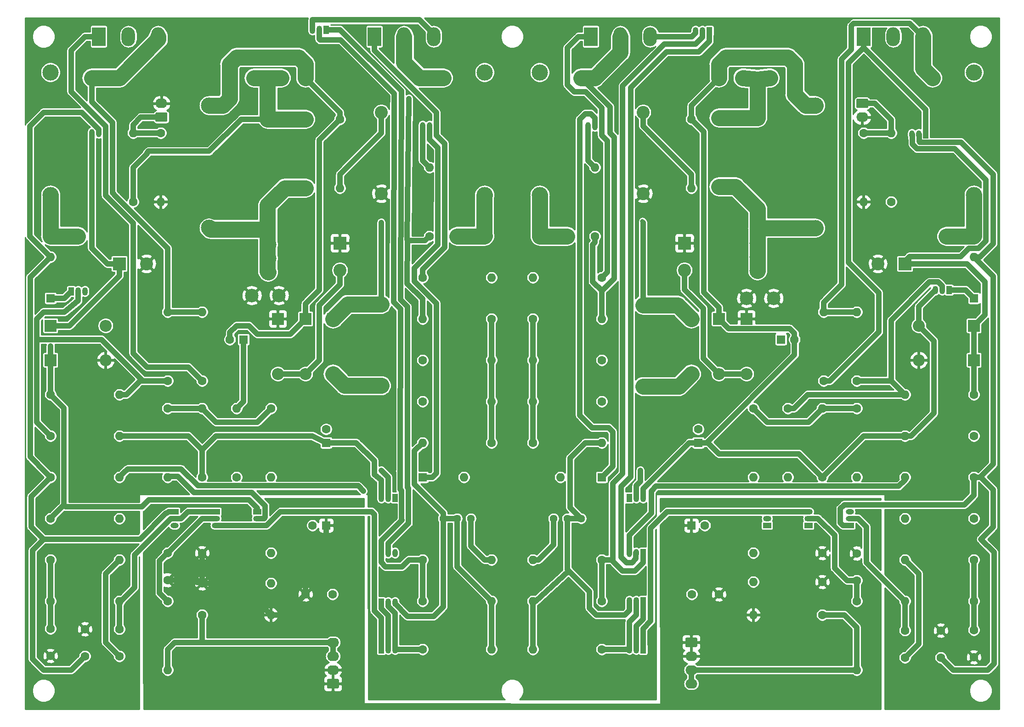
<source format=gbr>
G04 #@! TF.GenerationSoftware,KiCad,Pcbnew,5.1.5-1.fc31*
G04 #@! TF.CreationDate,2020-04-24T19:34:05+01:00*
G04 #@! TF.ProjectId,AR_A60_PA_25502_Issue8_v8.0_Stereo,41525f41-3630-45f5-9041-5f3235353032,rev?*
G04 #@! TF.SameCoordinates,Original*
G04 #@! TF.FileFunction,Copper,L1,Top*
G04 #@! TF.FilePolarity,Positive*
%FSLAX46Y46*%
G04 Gerber Fmt 4.6, Leading zero omitted, Abs format (unit mm)*
G04 Created by KiCad (PCBNEW 5.1.5-1.fc31) date 2020-04-24 19:34:05*
%MOMM*%
%LPD*%
G04 APERTURE LIST*
%ADD10O,1.000000X1.500000*%
%ADD11R,1.000000X1.500000*%
%ADD12C,1.440000*%
%ADD13C,3.000000*%
%ADD14O,1.050000X1.500000*%
%ADD15R,1.050000X1.500000*%
%ADD16O,1.500000X1.000000*%
%ADD17R,1.500000X1.000000*%
%ADD18C,1.600000*%
%ADD19R,1.600000X1.600000*%
%ADD20C,2.400000*%
%ADD21R,2.400000X2.400000*%
%ADD22O,1.600000X1.600000*%
%ADD23R,2.200000X2.200000*%
%ADD24O,2.200000X2.200000*%
%ADD25C,2.200000*%
%ADD26O,2.500000X3.500000*%
%ADD27R,2.500000X3.500000*%
%ADD28R,1.500000X1.050000*%
%ADD29O,1.500000X1.050000*%
%ADD30O,2.400000X2.400000*%
%ADD31C,2.500000*%
%ADD32C,0.100000*%
%ADD33O,2.200000X1.740000*%
%ADD34C,0.800000*%
%ADD35C,1.000000*%
%ADD36C,3.000000*%
%ADD37C,0.900000*%
%ADD38C,0.254000*%
G04 APERTURE END LIST*
D10*
X173990000Y-120650000D03*
X172720000Y-120650000D03*
D11*
X175260000Y-120650000D03*
D12*
X158750000Y-114300000D03*
X161290000Y-114300000D03*
X163830000Y-114300000D03*
D13*
X106172000Y-68834000D03*
X106172000Y-66294000D03*
X106172000Y-63754000D03*
X95250000Y-60700000D03*
X95250000Y-38100000D03*
D11*
X137160000Y-41910000D03*
D10*
X134620000Y-41910000D03*
X135890000Y-41910000D03*
D11*
X76200000Y-43180000D03*
D10*
X73660000Y-43180000D03*
X74930000Y-43180000D03*
D14*
X71120000Y-72390000D03*
X72390000Y-72390000D03*
D15*
X69850000Y-72390000D03*
D16*
X88900000Y-114300000D03*
X88900000Y-115570000D03*
D17*
X88900000Y-113030000D03*
D11*
X127000000Y-120650000D03*
D10*
X129540000Y-120650000D03*
X128270000Y-120650000D03*
D18*
X87630000Y-125650000D03*
X87630000Y-120650000D03*
X114340000Y-115570000D03*
D19*
X116840000Y-115570000D03*
D18*
X72390000Y-139700000D03*
X72390000Y-134700000D03*
D19*
X101600000Y-81280000D03*
D18*
X99100000Y-81280000D03*
D19*
X116840000Y-100330000D03*
D18*
X116840000Y-97830000D03*
D20*
X127000000Y-74777600D03*
X127000000Y-89777600D03*
X127000000Y-54370000D03*
X127000000Y-39370000D03*
X83740000Y-67310000D03*
D21*
X78740000Y-67310000D03*
X119380000Y-63500000D03*
D20*
X119380000Y-68500000D03*
D18*
X78740000Y-134700000D03*
X78740000Y-139700000D03*
X66040000Y-134620000D03*
X66040000Y-139620000D03*
D22*
X66040000Y-66040000D03*
D19*
X66040000Y-73660000D03*
X134620000Y-106680000D03*
D22*
X142240000Y-106680000D03*
D23*
X118110000Y-77470000D03*
D24*
X118110000Y-87630000D03*
D23*
X66040000Y-78740000D03*
D24*
X76200000Y-78740000D03*
X113030000Y-87630000D03*
D23*
X113030000Y-77470000D03*
D24*
X76200000Y-85090000D03*
D23*
X66040000Y-85090000D03*
X107950000Y-77470000D03*
D24*
X107950000Y-87630000D03*
D25*
X106045000Y-60960000D03*
D24*
X106045000Y-40640000D03*
D26*
X136680000Y-25400000D03*
X131205000Y-25400000D03*
D27*
X125730000Y-25400000D03*
D28*
X96520000Y-113030000D03*
D29*
X96520000Y-115570000D03*
X96520000Y-114300000D03*
D28*
X104140000Y-113030000D03*
D29*
X104140000Y-115570000D03*
X104140000Y-114300000D03*
D14*
X128270000Y-138430000D03*
X129540000Y-138430000D03*
D15*
X127000000Y-138430000D03*
X127000000Y-129794000D03*
D14*
X129540000Y-129794000D03*
X128270000Y-129794000D03*
X115570000Y-24130000D03*
X114300000Y-24130000D03*
D15*
X116840000Y-24130000D03*
D14*
X128270000Y-110490000D03*
X127000000Y-110490000D03*
D15*
X129540000Y-110490000D03*
D27*
X74930000Y-25400000D03*
D26*
X80405000Y-25400000D03*
X85880000Y-25400000D03*
D22*
X87630000Y-106680000D03*
D18*
X87630000Y-93980000D03*
D22*
X87630000Y-142240000D03*
D18*
X87630000Y-129540000D03*
X93980000Y-132080000D03*
D22*
X106680000Y-132080000D03*
D18*
X134620000Y-138430000D03*
D22*
X147320000Y-138430000D03*
D18*
X66040000Y-129540000D03*
D22*
X78740000Y-129540000D03*
X106680000Y-126238000D03*
D18*
X93980000Y-126238000D03*
X93980000Y-120650000D03*
D22*
X106680000Y-120650000D03*
X106680000Y-106680000D03*
D18*
X106680000Y-93980000D03*
X93980000Y-106680000D03*
D22*
X93980000Y-93980000D03*
X147320000Y-129540000D03*
D18*
X134620000Y-129540000D03*
X134620000Y-121920000D03*
D22*
X147320000Y-121920000D03*
X78740000Y-106680000D03*
D18*
X66040000Y-106680000D03*
D22*
X78740000Y-114300000D03*
D18*
X66040000Y-114300000D03*
X134620000Y-85090000D03*
D22*
X147320000Y-85090000D03*
D18*
X147320000Y-77470000D03*
D22*
X134620000Y-77470000D03*
X147320000Y-92710000D03*
D18*
X134620000Y-92710000D03*
X66040000Y-99060000D03*
D22*
X78740000Y-99060000D03*
X100330000Y-93980000D03*
D18*
X100330000Y-106680000D03*
X87630000Y-88900000D03*
D22*
X87630000Y-76200000D03*
D18*
X134620000Y-69850000D03*
D22*
X147320000Y-69850000D03*
X135890000Y-49530000D03*
D18*
X135890000Y-62230000D03*
D30*
X99060000Y-33020000D03*
D20*
X73660000Y-33020000D03*
D18*
X93980000Y-88900000D03*
D22*
X93980000Y-76200000D03*
X119380000Y-53340000D03*
D18*
X119380000Y-40640000D03*
D22*
X113030000Y-40640000D03*
D18*
X113030000Y-53340000D03*
D22*
X81280000Y-43180000D03*
D18*
X81280000Y-55880000D03*
X86360000Y-43180000D03*
D22*
X86360000Y-55880000D03*
D18*
X66040000Y-121920000D03*
D22*
X78740000Y-121920000D03*
D12*
X143510000Y-114300000D03*
X140970000Y-114300000D03*
X138430000Y-114300000D03*
D18*
X113030000Y-128270000D03*
X118030000Y-128270000D03*
X66040000Y-91440000D03*
D22*
X78740000Y-91440000D03*
D18*
X147320000Y-100330000D03*
D22*
X134620000Y-100330000D03*
D20*
X113030000Y-33020000D03*
D30*
X138430000Y-33020000D03*
D31*
X108545000Y-33020000D03*
X103545000Y-33020000D03*
X145970000Y-62230000D03*
X140970000Y-62230000D03*
X108164000Y-73152000D03*
X103164000Y-73152000D03*
G04 #@! TA.AperFunction,ComponentPad*
D32*
G36*
X118984505Y-143911204D02*
G01*
X119008773Y-143914804D01*
X119032572Y-143920765D01*
X119055671Y-143929030D01*
X119077850Y-143939520D01*
X119098893Y-143952132D01*
X119118599Y-143966747D01*
X119136777Y-143983223D01*
X119153253Y-144001401D01*
X119167868Y-144021107D01*
X119180480Y-144042150D01*
X119190970Y-144064329D01*
X119199235Y-144087428D01*
X119205196Y-144111227D01*
X119208796Y-144135495D01*
X119210000Y-144159999D01*
X119210000Y-145400001D01*
X119208796Y-145424505D01*
X119205196Y-145448773D01*
X119199235Y-145472572D01*
X119190970Y-145495671D01*
X119180480Y-145517850D01*
X119167868Y-145538893D01*
X119153253Y-145558599D01*
X119136777Y-145576777D01*
X119118599Y-145593253D01*
X119098893Y-145607868D01*
X119077850Y-145620480D01*
X119055671Y-145630970D01*
X119032572Y-145639235D01*
X119008773Y-145645196D01*
X118984505Y-145648796D01*
X118960001Y-145650000D01*
X117259999Y-145650000D01*
X117235495Y-145648796D01*
X117211227Y-145645196D01*
X117187428Y-145639235D01*
X117164329Y-145630970D01*
X117142150Y-145620480D01*
X117121107Y-145607868D01*
X117101401Y-145593253D01*
X117083223Y-145576777D01*
X117066747Y-145558599D01*
X117052132Y-145538893D01*
X117039520Y-145517850D01*
X117029030Y-145495671D01*
X117020765Y-145472572D01*
X117014804Y-145448773D01*
X117011204Y-145424505D01*
X117010000Y-145400001D01*
X117010000Y-144159999D01*
X117011204Y-144135495D01*
X117014804Y-144111227D01*
X117020765Y-144087428D01*
X117029030Y-144064329D01*
X117039520Y-144042150D01*
X117052132Y-144021107D01*
X117066747Y-144001401D01*
X117083223Y-143983223D01*
X117101401Y-143966747D01*
X117121107Y-143952132D01*
X117142150Y-143939520D01*
X117164329Y-143929030D01*
X117187428Y-143920765D01*
X117211227Y-143914804D01*
X117235495Y-143911204D01*
X117259999Y-143910000D01*
X118960001Y-143910000D01*
X118984505Y-143911204D01*
G37*
G04 #@! TD.AperFunction*
D33*
X118110000Y-142240000D03*
X118110000Y-139700000D03*
X118110000Y-137160000D03*
D18*
X214630000Y-125730000D03*
X214630000Y-120730000D03*
D19*
X184150000Y-115570000D03*
D18*
X186650000Y-115570000D03*
X230124000Y-134954000D03*
X230124000Y-139954000D03*
D19*
X200660000Y-81280000D03*
D18*
X203160000Y-81280000D03*
X185420000Y-97830000D03*
D19*
X185420000Y-100330000D03*
D20*
X175260000Y-74930000D03*
X175260000Y-89930000D03*
X175260000Y-54370000D03*
X175260000Y-39370000D03*
D21*
X223520000Y-67310000D03*
D20*
X218520000Y-67310000D03*
X182880000Y-68500000D03*
D21*
X182880000Y-63500000D03*
D18*
X189230000Y-128270000D03*
X184230000Y-128270000D03*
X223520000Y-134954000D03*
X223520000Y-139954000D03*
X236220000Y-134874000D03*
X236220000Y-139874000D03*
D22*
X236220000Y-66040000D03*
D19*
X236220000Y-73660000D03*
X167640000Y-106680000D03*
D22*
X160020000Y-106680000D03*
D23*
X184150000Y-77470000D03*
D24*
X184150000Y-87630000D03*
X226060000Y-78740000D03*
D23*
X236220000Y-78740000D03*
X189230000Y-77470000D03*
D24*
X189230000Y-87630000D03*
X226060000Y-85090000D03*
D23*
X236220000Y-85090000D03*
X194310000Y-77470000D03*
D24*
X194310000Y-87630000D03*
D13*
X207010000Y-38106000D03*
X207010000Y-60706000D03*
G04 #@! TA.AperFunction,ComponentPad*
D32*
G36*
X185024505Y-136291204D02*
G01*
X185048773Y-136294804D01*
X185072572Y-136300765D01*
X185095671Y-136309030D01*
X185117850Y-136319520D01*
X185138893Y-136332132D01*
X185158599Y-136346747D01*
X185176777Y-136363223D01*
X185193253Y-136381401D01*
X185207868Y-136401107D01*
X185220480Y-136422150D01*
X185230970Y-136444329D01*
X185239235Y-136467428D01*
X185245196Y-136491227D01*
X185248796Y-136515495D01*
X185250000Y-136539999D01*
X185250000Y-137780001D01*
X185248796Y-137804505D01*
X185245196Y-137828773D01*
X185239235Y-137852572D01*
X185230970Y-137875671D01*
X185220480Y-137897850D01*
X185207868Y-137918893D01*
X185193253Y-137938599D01*
X185176777Y-137956777D01*
X185158599Y-137973253D01*
X185138893Y-137987868D01*
X185117850Y-138000480D01*
X185095671Y-138010970D01*
X185072572Y-138019235D01*
X185048773Y-138025196D01*
X185024505Y-138028796D01*
X185000001Y-138030000D01*
X183299999Y-138030000D01*
X183275495Y-138028796D01*
X183251227Y-138025196D01*
X183227428Y-138019235D01*
X183204329Y-138010970D01*
X183182150Y-138000480D01*
X183161107Y-137987868D01*
X183141401Y-137973253D01*
X183123223Y-137956777D01*
X183106747Y-137938599D01*
X183092132Y-137918893D01*
X183079520Y-137897850D01*
X183069030Y-137875671D01*
X183060765Y-137852572D01*
X183054804Y-137828773D01*
X183051204Y-137804505D01*
X183050000Y-137780001D01*
X183050000Y-136539999D01*
X183051204Y-136515495D01*
X183054804Y-136491227D01*
X183060765Y-136467428D01*
X183069030Y-136444329D01*
X183079520Y-136422150D01*
X183092132Y-136401107D01*
X183106747Y-136381401D01*
X183123223Y-136363223D01*
X183141401Y-136346747D01*
X183161107Y-136332132D01*
X183182150Y-136319520D01*
X183204329Y-136309030D01*
X183227428Y-136300765D01*
X183251227Y-136294804D01*
X183275495Y-136291204D01*
X183299999Y-136290000D01*
X185000001Y-136290000D01*
X185024505Y-136291204D01*
G37*
G04 #@! TD.AperFunction*
D33*
X184150000Y-139700000D03*
X184150000Y-142240000D03*
X184150000Y-144780000D03*
D25*
X196342000Y-60706000D03*
D24*
X196342000Y-40386000D03*
D13*
X196342000Y-63500000D03*
X196342000Y-66040000D03*
X196342000Y-68580000D03*
D29*
X205740000Y-114300000D03*
X205740000Y-113030000D03*
D28*
X205740000Y-115570000D03*
X198120000Y-115570000D03*
D29*
X198120000Y-113030000D03*
X198120000Y-114300000D03*
D15*
X175260000Y-138430000D03*
D14*
X172720000Y-138430000D03*
X173990000Y-138430000D03*
X173990000Y-129540000D03*
X172720000Y-129540000D03*
D15*
X175260000Y-129540000D03*
D16*
X213360000Y-114300000D03*
X213360000Y-113030000D03*
D17*
X213360000Y-115570000D03*
D15*
X187452000Y-24384000D03*
D14*
X184912000Y-24384000D03*
X186182000Y-24384000D03*
X173990000Y-110490000D03*
X175260000Y-110490000D03*
D15*
X172720000Y-110490000D03*
D11*
X227330000Y-43434000D03*
D10*
X224790000Y-43434000D03*
X226060000Y-43434000D03*
D11*
X167640000Y-41910000D03*
D10*
X165100000Y-41910000D03*
X166370000Y-41910000D03*
D26*
X226850000Y-25400000D03*
X221375000Y-25400000D03*
D27*
X215900000Y-25400000D03*
X165608000Y-25400000D03*
D26*
X171083000Y-25400000D03*
X176558000Y-25400000D03*
D22*
X214630000Y-106680000D03*
D18*
X214630000Y-93980000D03*
D22*
X214630000Y-142240000D03*
D18*
X214630000Y-129540000D03*
D22*
X195580000Y-132080000D03*
D18*
X208280000Y-132080000D03*
X167640000Y-138430000D03*
D22*
X154940000Y-138430000D03*
D18*
X236220000Y-129540000D03*
D22*
X223520000Y-129540000D03*
X195580000Y-125984000D03*
D18*
X208280000Y-125984000D03*
X208280000Y-120650000D03*
D22*
X195580000Y-120650000D03*
X195580000Y-106680000D03*
D18*
X195580000Y-93980000D03*
D22*
X208280000Y-93980000D03*
D18*
X208280000Y-106680000D03*
D22*
X154940000Y-129540000D03*
D18*
X167640000Y-129540000D03*
X167640000Y-121920000D03*
D22*
X154940000Y-121920000D03*
X223520000Y-106680000D03*
D18*
X236220000Y-106680000D03*
X236220000Y-114300000D03*
D22*
X223520000Y-114300000D03*
D18*
X154940000Y-100330000D03*
D22*
X167640000Y-100330000D03*
D18*
X167640000Y-85090000D03*
D22*
X154940000Y-85090000D03*
X167640000Y-77470000D03*
D18*
X154940000Y-77470000D03*
D22*
X154940000Y-92710000D03*
D18*
X167640000Y-92710000D03*
X236220000Y-99060000D03*
D22*
X223520000Y-99060000D03*
D18*
X201930000Y-93980000D03*
D22*
X201930000Y-106680000D03*
D18*
X214630000Y-88900000D03*
D22*
X214630000Y-76200000D03*
X223520000Y-91440000D03*
D18*
X236220000Y-91440000D03*
X167640000Y-69850000D03*
D22*
X154940000Y-69850000D03*
D18*
X166370000Y-62230000D03*
D22*
X166370000Y-49530000D03*
D30*
X163830000Y-33020000D03*
D20*
X189230000Y-33020000D03*
X228600000Y-33020000D03*
D30*
X203200000Y-33020000D03*
D22*
X208534000Y-76200000D03*
D18*
X208534000Y-88900000D03*
X184150000Y-40640000D03*
D22*
X184150000Y-53340000D03*
D18*
X189230000Y-53086000D03*
D22*
X189230000Y-40386000D03*
D18*
X220980000Y-55880000D03*
D22*
X220980000Y-43180000D03*
X215900000Y-55880000D03*
D18*
X215900000Y-43180000D03*
D22*
X223520000Y-121920000D03*
D18*
X236220000Y-121920000D03*
D31*
X194310000Y-73660000D03*
X199310000Y-73660000D03*
X198802000Y-33020000D03*
X193802000Y-33020000D03*
D14*
X230378000Y-72136000D03*
X229108000Y-72136000D03*
D15*
X231648000Y-72136000D03*
D13*
X66040000Y-54610000D03*
X66040000Y-32010000D03*
X236220000Y-32010000D03*
X236220000Y-54610000D03*
X146050000Y-54610000D03*
X146050000Y-32010000D03*
X156210000Y-32010000D03*
X156210000Y-54610000D03*
D31*
X66080000Y-62230000D03*
X71080000Y-62230000D03*
X236180000Y-62230000D03*
X231180000Y-62230000D03*
X156250000Y-62230000D03*
X161250000Y-62230000D03*
D33*
X86487000Y-37719000D03*
G04 #@! TA.AperFunction,ComponentPad*
D32*
G36*
X87361505Y-39390204D02*
G01*
X87385773Y-39393804D01*
X87409572Y-39399765D01*
X87432671Y-39408030D01*
X87454850Y-39418520D01*
X87475893Y-39431132D01*
X87495599Y-39445747D01*
X87513777Y-39462223D01*
X87530253Y-39480401D01*
X87544868Y-39500107D01*
X87557480Y-39521150D01*
X87567970Y-39543329D01*
X87576235Y-39566428D01*
X87582196Y-39590227D01*
X87585796Y-39614495D01*
X87587000Y-39638999D01*
X87587000Y-40879001D01*
X87585796Y-40903505D01*
X87582196Y-40927773D01*
X87576235Y-40951572D01*
X87567970Y-40974671D01*
X87557480Y-40996850D01*
X87544868Y-41017893D01*
X87530253Y-41037599D01*
X87513777Y-41055777D01*
X87495599Y-41072253D01*
X87475893Y-41086868D01*
X87454850Y-41099480D01*
X87432671Y-41109970D01*
X87409572Y-41118235D01*
X87385773Y-41124196D01*
X87361505Y-41127796D01*
X87337001Y-41129000D01*
X85636999Y-41129000D01*
X85612495Y-41127796D01*
X85588227Y-41124196D01*
X85564428Y-41118235D01*
X85541329Y-41109970D01*
X85519150Y-41099480D01*
X85498107Y-41086868D01*
X85478401Y-41072253D01*
X85460223Y-41055777D01*
X85443747Y-41037599D01*
X85429132Y-41017893D01*
X85416520Y-40996850D01*
X85406030Y-40974671D01*
X85397765Y-40951572D01*
X85391804Y-40927773D01*
X85388204Y-40903505D01*
X85387000Y-40879001D01*
X85387000Y-39638999D01*
X85388204Y-39614495D01*
X85391804Y-39590227D01*
X85397765Y-39566428D01*
X85406030Y-39543329D01*
X85416520Y-39521150D01*
X85429132Y-39500107D01*
X85443747Y-39480401D01*
X85460223Y-39462223D01*
X85478401Y-39445747D01*
X85498107Y-39431132D01*
X85519150Y-39418520D01*
X85541329Y-39408030D01*
X85564428Y-39399765D01*
X85588227Y-39393804D01*
X85612495Y-39390204D01*
X85636999Y-39389000D01*
X87337001Y-39389000D01*
X87361505Y-39390204D01*
G37*
G04 #@! TD.AperFunction*
G04 #@! TA.AperFunction,ComponentPad*
G36*
X216520505Y-36850204D02*
G01*
X216544773Y-36853804D01*
X216568572Y-36859765D01*
X216591671Y-36868030D01*
X216613850Y-36878520D01*
X216634893Y-36891132D01*
X216654599Y-36905747D01*
X216672777Y-36922223D01*
X216689253Y-36940401D01*
X216703868Y-36960107D01*
X216716480Y-36981150D01*
X216726970Y-37003329D01*
X216735235Y-37026428D01*
X216741196Y-37050227D01*
X216744796Y-37074495D01*
X216746000Y-37098999D01*
X216746000Y-38339001D01*
X216744796Y-38363505D01*
X216741196Y-38387773D01*
X216735235Y-38411572D01*
X216726970Y-38434671D01*
X216716480Y-38456850D01*
X216703868Y-38477893D01*
X216689253Y-38497599D01*
X216672777Y-38515777D01*
X216654599Y-38532253D01*
X216634893Y-38546868D01*
X216613850Y-38559480D01*
X216591671Y-38569970D01*
X216568572Y-38578235D01*
X216544773Y-38584196D01*
X216520505Y-38587796D01*
X216496001Y-38589000D01*
X214795999Y-38589000D01*
X214771495Y-38587796D01*
X214747227Y-38584196D01*
X214723428Y-38578235D01*
X214700329Y-38569970D01*
X214678150Y-38559480D01*
X214657107Y-38546868D01*
X214637401Y-38532253D01*
X214619223Y-38515777D01*
X214602747Y-38497599D01*
X214588132Y-38477893D01*
X214575520Y-38456850D01*
X214565030Y-38434671D01*
X214556765Y-38411572D01*
X214550804Y-38387773D01*
X214547204Y-38363505D01*
X214546000Y-38339001D01*
X214546000Y-37098999D01*
X214547204Y-37074495D01*
X214550804Y-37050227D01*
X214556765Y-37026428D01*
X214565030Y-37003329D01*
X214575520Y-36981150D01*
X214588132Y-36960107D01*
X214602747Y-36940401D01*
X214619223Y-36922223D01*
X214637401Y-36905747D01*
X214657107Y-36891132D01*
X214678150Y-36878520D01*
X214700329Y-36868030D01*
X214723428Y-36859765D01*
X214747227Y-36853804D01*
X214771495Y-36850204D01*
X214795999Y-36849000D01*
X216496001Y-36849000D01*
X216520505Y-36850204D01*
G37*
G04 #@! TD.AperFunction*
D33*
X215646000Y-40259000D03*
D34*
X127000000Y-59690000D03*
X132080000Y-36830000D03*
X123698000Y-109220000D03*
X127000000Y-105410000D03*
X84963000Y-124460000D03*
X84963000Y-119380000D03*
X180213000Y-144907000D03*
X180213000Y-139827000D03*
X180213000Y-134747000D03*
X180213000Y-129667000D03*
X180213000Y-124587000D03*
X180213000Y-119507000D03*
X180213000Y-114427000D03*
X120396000Y-148844000D03*
X100076000Y-148844000D03*
X94996000Y-148844000D03*
X89916000Y-148844000D03*
X105156000Y-148844000D03*
X110236000Y-148844000D03*
X115316000Y-148844000D03*
X84836000Y-148844000D03*
X211836000Y-148844000D03*
X186436000Y-148844000D03*
X196596000Y-148844000D03*
X216916000Y-148844000D03*
X206756000Y-148844000D03*
X191516000Y-148844000D03*
X201676000Y-148844000D03*
X107442000Y-111760000D03*
X121920000Y-144780000D03*
X121920000Y-139700000D03*
X121920000Y-134620000D03*
X121920000Y-129540000D03*
X121920000Y-124460000D03*
X121920000Y-119380000D03*
X121920000Y-114300000D03*
X84963000Y-144780000D03*
X84963000Y-139700000D03*
X84963000Y-134620000D03*
X84963000Y-129540000D03*
X93980000Y-118110000D03*
X104140000Y-118110000D03*
X109220000Y-116840000D03*
X110490000Y-114300000D03*
X101092000Y-114046000D03*
X84963000Y-113538000D03*
X202946000Y-115316000D03*
X180213000Y-111125000D03*
X218084400Y-119735600D03*
X218770200Y-113004600D03*
X125476000Y-148844000D03*
X130556000Y-148844000D03*
X135636000Y-148844000D03*
X140716000Y-148844000D03*
X145796000Y-148844000D03*
X150876000Y-148844000D03*
X155956000Y-148844000D03*
X161036000Y-148844000D03*
X166116000Y-148844000D03*
X171196000Y-148844000D03*
X176276000Y-148844000D03*
X181356000Y-148844000D03*
X221107000Y-113030000D03*
X220980000Y-143764000D03*
X221107000Y-139700000D03*
X221107000Y-134620000D03*
X221107000Y-129540000D03*
X221107000Y-124460000D03*
X221107000Y-119380000D03*
X216027000Y-109474000D03*
X185166000Y-109474000D03*
X180086000Y-109474000D03*
X195326000Y-109474000D03*
X190246000Y-109474000D03*
X210058000Y-109474000D03*
X205486000Y-109474000D03*
X200406000Y-109474000D03*
X221107000Y-109474000D03*
X84074000Y-109220000D03*
X89154000Y-109220000D03*
X115570000Y-109474000D03*
X120650000Y-109474000D03*
X145625200Y-146710400D03*
X240258600Y-148844000D03*
X81508600Y-148844000D03*
X77470000Y-148844000D03*
X67310000Y-148844000D03*
X72390000Y-148844000D03*
X62230000Y-148844000D03*
X161123000Y-146786600D03*
X166163000Y-146786600D03*
X171203000Y-146786600D03*
X176283000Y-146786600D03*
X155963000Y-146786600D03*
X89890600Y-22860000D03*
X92710000Y-22860000D03*
X96240600Y-22860000D03*
X100050600Y-22860000D03*
X103860600Y-22860000D03*
X107670600Y-22860000D03*
X111480600Y-22860000D03*
X151257000Y-139446000D03*
X119380000Y-96520000D03*
X125603000Y-146786600D03*
X119380000Y-105410000D03*
X133350000Y-116840000D03*
X134620000Y-96520000D03*
X133350000Y-46990000D03*
X72390000Y-114300000D03*
X66040000Y-46990000D03*
X76200000Y-59690000D03*
X78740000Y-78740000D03*
X71120000Y-67310000D03*
X64770000Y-102870000D03*
X66040000Y-95250000D03*
X62230000Y-66040000D03*
X62230000Y-106680000D03*
X62230000Y-118110000D03*
X77470000Y-125730000D03*
X121920000Y-24130000D03*
X128270000Y-24130000D03*
X92710000Y-96520000D03*
X151257000Y-135422000D03*
X151257000Y-130382000D03*
X151257000Y-125342000D03*
X151257000Y-120302000D03*
X151257000Y-115262000D03*
X151257000Y-110222000D03*
X151257000Y-105182000D03*
X151257000Y-100142000D03*
X151257000Y-95102000D03*
X151257000Y-90062000D03*
X151257000Y-85022000D03*
X151257000Y-79982000D03*
X151257000Y-74942000D03*
X151257000Y-69902000D03*
X151257000Y-64862000D03*
X151257000Y-59822000D03*
X151257000Y-54782000D03*
X151257000Y-49742000D03*
X151257000Y-44702000D03*
X151257000Y-39662000D03*
X151257000Y-34622000D03*
X151257000Y-29582000D03*
X130643000Y-146786600D03*
X135683000Y-146786600D03*
X140723000Y-146786600D03*
X62230000Y-35560000D03*
X136144000Y-46990000D03*
X133604000Y-65278000D03*
X129032000Y-112776000D03*
X127254000Y-127508000D03*
X127000000Y-116078000D03*
X167894000Y-114300000D03*
X173482000Y-114300000D03*
X186842400Y-105892600D03*
X229743000Y-105943400D03*
X220980000Y-148844000D03*
X226060000Y-148844000D03*
X231140000Y-148844000D03*
X236220000Y-148844000D03*
X105410000Y-109474000D03*
X110490000Y-109474000D03*
X66040000Y-82550000D03*
X175144630Y-59436000D03*
X174752000Y-105410000D03*
X174752000Y-105410000D03*
D35*
X86830001Y-121449999D02*
X87630000Y-120650000D01*
X86129999Y-128039999D02*
X86129999Y-122150001D01*
X87630000Y-129540000D02*
X86129999Y-128039999D01*
X93980000Y-114300000D02*
X96520000Y-114300000D01*
X87630000Y-120650000D02*
X93980000Y-114300000D01*
X86129999Y-122150001D02*
X86830001Y-121449999D01*
X65240001Y-105880001D02*
X66040000Y-106680000D01*
X62299991Y-69780009D02*
X62299991Y-102939991D01*
X66040000Y-66040000D02*
X62299991Y-69780009D01*
X66040000Y-66040000D02*
X62230000Y-62230000D01*
X62230000Y-62230000D02*
X62230000Y-41910000D01*
X62230000Y-41910000D02*
X64770000Y-39370000D01*
X71797070Y-39370000D02*
X74930000Y-42502930D01*
X74930000Y-42502930D02*
X74930000Y-43180000D01*
X64770000Y-39370000D02*
X71797070Y-39370000D01*
X62299991Y-102939991D02*
X65240001Y-105880001D01*
X64770000Y-142240000D02*
X69850000Y-142240000D01*
X62738000Y-140208000D02*
X64770000Y-142240000D01*
X69850000Y-142240000D02*
X72390000Y-139700000D01*
X64770000Y-118110000D02*
X62738000Y-120142000D01*
X62738000Y-120142000D02*
X62738000Y-140208000D01*
X62484000Y-110236000D02*
X66040000Y-106680000D01*
X64770000Y-118110000D02*
X62484000Y-115824000D01*
X62484000Y-115824000D02*
X62484000Y-110236000D01*
X87492060Y-113341011D02*
X87318989Y-113341011D01*
X87318989Y-113341011D02*
X82550000Y-118110000D01*
X87803071Y-113030000D02*
X87492060Y-113341011D01*
X82550000Y-118110000D02*
X64770000Y-118110000D01*
X88900000Y-113030000D02*
X87803071Y-113030000D01*
X101600000Y-92710000D02*
X100330000Y-93980000D01*
X101600000Y-81280000D02*
X101600000Y-92710000D01*
X78740000Y-99060000D02*
X91440000Y-99060000D01*
X93980000Y-101600000D02*
X93980000Y-106680000D01*
X91440000Y-99060000D02*
X93980000Y-101600000D01*
X93980000Y-101600000D02*
X96520000Y-99060000D01*
D36*
X95250000Y-38100000D02*
X97790000Y-38100000D01*
X99060000Y-36830000D02*
X99060000Y-33020000D01*
X97790000Y-38100000D02*
X99060000Y-36830000D01*
D35*
X119380000Y-39370000D02*
X119380000Y-40640000D01*
X113030000Y-33020000D02*
X119380000Y-39370000D01*
X114300000Y-99060000D02*
X116840000Y-100330000D01*
X96520000Y-99060000D02*
X114300000Y-99060000D01*
X118640000Y-100330000D02*
X116840000Y-100330000D01*
X122400000Y-100330000D02*
X118640000Y-100330000D01*
X127000000Y-110490000D02*
X127000000Y-107188000D01*
X127000000Y-107188000D02*
X125730000Y-106172000D01*
X125730000Y-106172000D02*
X125730000Y-103660000D01*
X125730000Y-103660000D02*
X122400000Y-100330000D01*
X115570000Y-72136000D02*
X115570000Y-44450000D01*
X115570000Y-44450000D02*
X119380000Y-40640000D01*
X113030000Y-77470000D02*
X113030000Y-74676000D01*
X113030000Y-74676000D02*
X115570000Y-72136000D01*
X113030000Y-74930000D02*
X113030000Y-77470000D01*
X99100000Y-79970000D02*
X99100000Y-81280000D01*
X110236000Y-80264000D02*
X104140000Y-80264000D01*
X113030000Y-77470000D02*
X110236000Y-80264000D01*
X100330000Y-78740000D02*
X99100000Y-79970000D01*
X104140000Y-80264000D02*
X102616000Y-78740000D01*
X102616000Y-78740000D02*
X100330000Y-78740000D01*
D36*
X111760000Y-29210000D02*
X113030000Y-30480000D01*
X100330000Y-29210000D02*
X111760000Y-29210000D01*
X113030000Y-30480000D02*
X113030000Y-33020000D01*
X99060000Y-33020000D02*
X99060000Y-30480000D01*
X99060000Y-30480000D02*
X100330000Y-29210000D01*
D35*
X134620000Y-41910000D02*
X134620000Y-48260000D01*
X134620000Y-48260000D02*
X135890000Y-49530000D01*
D36*
X120802400Y-74777600D02*
X118110000Y-77470000D01*
X127000000Y-74777600D02*
X120802400Y-74777600D01*
D35*
X127000000Y-74777600D02*
X127000000Y-59690000D01*
D36*
X131205000Y-30150000D02*
X131205000Y-25400000D01*
X138430000Y-33020000D02*
X134075000Y-33020000D01*
D35*
X134075000Y-33020000D02*
X134550011Y-33495011D01*
D36*
X134075000Y-33020000D02*
X131205000Y-30150000D01*
X120257600Y-89777600D02*
X118110000Y-87630000D01*
X127000000Y-89777600D02*
X120257600Y-89777600D01*
D35*
X134620000Y-77470000D02*
X134366000Y-77470000D01*
X134620000Y-73767073D02*
X131800600Y-70947673D01*
X134620000Y-77470000D02*
X134620000Y-73767073D01*
X131800600Y-62865000D02*
X132080000Y-36830000D01*
X132117999Y-63029999D02*
X131826000Y-62738000D01*
X135090001Y-63029999D02*
X132117999Y-63029999D01*
X135890000Y-62230000D02*
X135090001Y-63029999D01*
X131800600Y-70947673D02*
X131826000Y-62738000D01*
X131826000Y-62738000D02*
X131800600Y-62865000D01*
X119380000Y-53340000D02*
X119380000Y-50800000D01*
X127000000Y-43180000D02*
X127000000Y-39370000D01*
X119380000Y-50800000D02*
X127000000Y-43180000D01*
X90140002Y-114300000D02*
X88900000Y-114300000D01*
X91410002Y-113030000D02*
X90140002Y-114300000D01*
X96520000Y-113030000D02*
X91410002Y-113030000D01*
X78740000Y-134700000D02*
X78740000Y-129540000D01*
X78994000Y-129540000D02*
X78740000Y-129540000D01*
X81534000Y-127000000D02*
X78994000Y-129540000D01*
X81534000Y-120988930D02*
X81534000Y-127000000D01*
X88900000Y-114300000D02*
X88222930Y-114300000D01*
X88222930Y-114300000D02*
X81534000Y-120988930D01*
X78740000Y-139700000D02*
X76200000Y-137160000D01*
X76200000Y-137160000D02*
X76200000Y-124460000D01*
X76200000Y-124460000D02*
X78740000Y-121920000D01*
X68580000Y-73660000D02*
X69850000Y-72390000D01*
X66040000Y-73660000D02*
X68580000Y-73660000D01*
X136420000Y-106680000D02*
X134620000Y-106680000D01*
X137160000Y-105940000D02*
X136420000Y-106680000D01*
X133119999Y-70570002D02*
X137160000Y-74610003D01*
X135890000Y-41910000D02*
X135890000Y-44399200D01*
X137439400Y-45948600D02*
X137414000Y-63754000D01*
X137160000Y-74610003D02*
X137160000Y-105940000D01*
X135890000Y-44399200D02*
X137439400Y-45948600D01*
X137414000Y-63754000D02*
X133096000Y-68072000D01*
X133096000Y-68072000D02*
X133119999Y-70570002D01*
X93207059Y-108273989D02*
X90113069Y-105179999D01*
X90113069Y-105179999D02*
X80240001Y-105179999D01*
X79539999Y-105880001D02*
X78740000Y-106680000D01*
X122751989Y-108273989D02*
X93207059Y-108273989D01*
X80240001Y-105179999D02*
X79539999Y-105880001D01*
X123698000Y-109220000D02*
X122751989Y-108273989D01*
X81280000Y-41656000D02*
X81280000Y-43180000D01*
X86487000Y-40259000D02*
X82677000Y-40259000D01*
X82677000Y-40259000D02*
X81280000Y-41656000D01*
X81280000Y-43180000D02*
X86360000Y-43180000D01*
X96520000Y-115570000D02*
X104140000Y-115570000D01*
X108430000Y-113030000D02*
X105890000Y-115570000D01*
X127000000Y-132605565D02*
X125730000Y-131335565D01*
X127000000Y-138430000D02*
X127000000Y-132605565D01*
X125222000Y-113030000D02*
X108430000Y-113030000D01*
X105890000Y-115570000D02*
X104140000Y-115570000D01*
X125730000Y-131335565D02*
X125730000Y-113538000D01*
X125730000Y-113538000D02*
X125222000Y-113030000D01*
X87757000Y-106553000D02*
X87630000Y-106680000D01*
X92456000Y-109474000D02*
X89535000Y-106553000D01*
X103124000Y-109474000D02*
X92456000Y-109474000D01*
X105405002Y-114300000D02*
X105590001Y-114115001D01*
X105590001Y-114115001D02*
X105590001Y-111944999D01*
X104140000Y-114300000D02*
X105405002Y-114300000D01*
X89535000Y-106553000D02*
X87757000Y-106553000D01*
X103124000Y-109478998D02*
X103124000Y-109474000D01*
X105590001Y-111944999D02*
X103124000Y-109478998D01*
X127000000Y-130908495D02*
X127000000Y-129794000D01*
X128270000Y-138430000D02*
X128270000Y-132178495D01*
X128270000Y-132178495D02*
X127000000Y-130908495D01*
X129540000Y-138430000D02*
X134620000Y-138430000D01*
X129540000Y-131751425D02*
X128270000Y-130481425D01*
X128270000Y-130481425D02*
X128270000Y-129794000D01*
X129540000Y-138430000D02*
X129540000Y-131751425D01*
X134620000Y-129540000D02*
X134620000Y-121920000D01*
X132080000Y-121920000D02*
X130810000Y-123190000D01*
X134620000Y-121920000D02*
X132080000Y-121920000D01*
X130810000Y-123190000D02*
X127790000Y-123190000D01*
X127790000Y-123190000D02*
X127000000Y-122400000D01*
X127000000Y-122400000D02*
X127000000Y-120650000D01*
X130479800Y-105613200D02*
X130481080Y-105081080D01*
X119481600Y-26035000D02*
X115725000Y-26035000D01*
X129387600Y-35966400D02*
X129387600Y-35941000D01*
X129286712Y-71831741D02*
X129387600Y-35966400D01*
X115725000Y-26035000D02*
X115570000Y-25880000D01*
X130551793Y-75664564D02*
X129286712Y-74399483D01*
X130481080Y-105081080D02*
X130551793Y-75664564D01*
X115570000Y-25880000D02*
X115570000Y-24130000D01*
X129387600Y-35941000D02*
X119481600Y-26035000D01*
X129286712Y-74399483D02*
X129286712Y-71831741D01*
X130481080Y-108896078D02*
X130481080Y-105081080D01*
X127000000Y-120650000D02*
X127000000Y-118364000D01*
X130765001Y-114509001D02*
X130765001Y-109179999D01*
X127000000Y-118364000D02*
X130810000Y-114554000D01*
X130765001Y-109179999D02*
X130481080Y-108896078D01*
X119380000Y-24130000D02*
X130719977Y-35469977D01*
X130556000Y-71564123D02*
X130556000Y-73971700D01*
X132010011Y-108727938D02*
X132010011Y-115159989D01*
X116840000Y-24130000D02*
X119380000Y-24130000D01*
X131826000Y-75241700D02*
X131826000Y-108543927D01*
X131826000Y-108543927D02*
X132010011Y-108727938D01*
X130719977Y-35469977D02*
X130556000Y-71564123D01*
X132010011Y-115159989D02*
X128270000Y-118900000D01*
X130556000Y-73971700D02*
X131826000Y-75241700D01*
X128270000Y-118900000D02*
X128270000Y-120650000D01*
X71120000Y-74140000D02*
X68580000Y-76200000D01*
X71120000Y-72390000D02*
X71120000Y-74140000D01*
X68580000Y-76200000D02*
X64770000Y-76200000D01*
X63500000Y-96520000D02*
X66040000Y-99060000D01*
X64770000Y-76200000D02*
X63500000Y-77470000D01*
X63500000Y-77470000D02*
X63500000Y-81280000D01*
X63500000Y-81280000D02*
X63500000Y-96520000D01*
X66040000Y-81280000D02*
X63500000Y-81280000D01*
X80010000Y-91440000D02*
X82550000Y-88900000D01*
X82550000Y-88900000D02*
X83080001Y-88900000D01*
X78740000Y-91440000D02*
X80010000Y-91440000D01*
X83080001Y-88900000D02*
X75460001Y-81280000D01*
X87630000Y-88900000D02*
X83080001Y-88900000D01*
X75460001Y-81280000D02*
X66040000Y-81280000D01*
X147320000Y-77470000D02*
X147320000Y-85090000D01*
X147320000Y-85090000D02*
X147320000Y-92710000D01*
X147320000Y-92710000D02*
X147320000Y-100330000D01*
X128270000Y-110490000D02*
X128270000Y-106680000D01*
X128270000Y-106680000D02*
X127000000Y-105410000D01*
X81280000Y-59797072D02*
X76200000Y-54717072D01*
X91440000Y-86360000D02*
X83820000Y-86360000D01*
X74930000Y-24900000D02*
X74930000Y-25400000D01*
X81280000Y-83820000D02*
X81280000Y-59797072D01*
X76200000Y-54717072D02*
X76200000Y-44930000D01*
X83820000Y-86360000D02*
X81280000Y-83820000D01*
X93980000Y-88900000D02*
X91440000Y-86360000D01*
X76200000Y-41910000D02*
X76200000Y-43180000D01*
X69850000Y-35560000D02*
X76200000Y-41910000D01*
X69850000Y-27940000D02*
X69850000Y-35560000D01*
X74930000Y-25400000D02*
X72390000Y-25400000D01*
X72390000Y-25400000D02*
X69850000Y-27940000D01*
X76200000Y-44930000D02*
X76200000Y-43180000D01*
X93980000Y-76200000D02*
X87630000Y-76200000D01*
D36*
X75357056Y-33020000D02*
X73660000Y-33020000D01*
X85880000Y-25400000D02*
X85880000Y-25900000D01*
X85880000Y-25900000D02*
X78760000Y-33020000D01*
D35*
X78760000Y-33020000D02*
X85880000Y-25400000D01*
D36*
X78760000Y-33020000D02*
X75357056Y-33020000D01*
D35*
X73660000Y-37465000D02*
X73660000Y-33020000D01*
X77470000Y-41275000D02*
X73660000Y-37465000D01*
X87630000Y-64450002D02*
X78105000Y-54925002D01*
X87630000Y-76200000D02*
X87630000Y-64450002D01*
X78105000Y-54925002D02*
X78105000Y-54864000D01*
X77470000Y-54229000D02*
X77470000Y-41275000D01*
X78105000Y-54864000D02*
X77470000Y-54229000D01*
X87630000Y-93980000D02*
X93980000Y-93980000D01*
X93980000Y-93980000D02*
X96520000Y-96520000D01*
X96520000Y-96520000D02*
X104140000Y-96520000D01*
X104140000Y-96520000D02*
X106680000Y-93980000D01*
X143510000Y-119380000D02*
X143510000Y-114300000D01*
X147320000Y-121920000D02*
X146050000Y-121920000D01*
X146050000Y-121920000D02*
X143510000Y-119380000D01*
X137160000Y-39370000D02*
X137160000Y-41910000D01*
X125730000Y-25400000D02*
X125730000Y-27940000D01*
X125730000Y-27940000D02*
X137160000Y-39370000D01*
X137160000Y-43660000D02*
X137160000Y-41910000D01*
X138660000Y-45160000D02*
X137160000Y-43660000D01*
X134620000Y-68326000D02*
X138684000Y-64262000D01*
X138684000Y-64262000D02*
X138660000Y-45160000D01*
X134620000Y-68326000D02*
X134620000Y-69850000D01*
X100838000Y-126238000D02*
X106680000Y-132080000D01*
X93980000Y-126238000D02*
X100838000Y-126238000D01*
X93980000Y-120650000D02*
X93980000Y-126238000D01*
X91440000Y-125730000D02*
X93980000Y-126238000D01*
X87630000Y-125650000D02*
X91440000Y-125730000D01*
X109220000Y-132080000D02*
X113030000Y-128270000D01*
X106680000Y-132080000D02*
X109220000Y-132080000D01*
X113030000Y-128270000D02*
X113030000Y-121920000D01*
X116840000Y-118110000D02*
X116840000Y-115570000D01*
X113030000Y-121920000D02*
X116840000Y-118110000D01*
X66839999Y-113500001D02*
X66040000Y-114300000D01*
X66040000Y-121920000D02*
X66040000Y-129540000D01*
X68535001Y-93935001D02*
X66040000Y-91440000D01*
X68535001Y-111804999D02*
X68535001Y-93935001D01*
X66040000Y-91440000D02*
X66040000Y-85090000D01*
X66040000Y-85090000D02*
X66040000Y-82480010D01*
X73660000Y-64430000D02*
X76540000Y-67310000D01*
X76540000Y-67310000D02*
X78740000Y-67310000D01*
X73660000Y-43180000D02*
X73660000Y-64430000D01*
X78740000Y-69510000D02*
X78740000Y-67310000D01*
X69510000Y-78740000D02*
X78740000Y-69510000D01*
X66040000Y-78740000D02*
X69510000Y-78740000D01*
X66040000Y-82480010D02*
X66040000Y-82550000D01*
X68535001Y-111804999D02*
X66839999Y-113500001D01*
X66040000Y-129540000D02*
X66040000Y-134620000D01*
X68871002Y-112141000D02*
X68535001Y-111804999D01*
X104140000Y-112395000D02*
X102616000Y-110871000D01*
X104140000Y-113030000D02*
X104140000Y-112395000D01*
X102616000Y-110871000D02*
X84201000Y-110871000D01*
X82931000Y-112141000D02*
X68871002Y-112141000D01*
X84201000Y-110871000D02*
X82931000Y-112141000D01*
D36*
X106045000Y-60960000D02*
X106045000Y-56515000D01*
X109220000Y-53340000D02*
X113030000Y-53340000D01*
X106045000Y-56515000D02*
X109220000Y-53340000D01*
X95510000Y-60960000D02*
X95250000Y-60700000D01*
X106045000Y-60960000D02*
X95510000Y-60960000D01*
X106045000Y-68707000D02*
X106172000Y-68834000D01*
X106045000Y-60960000D02*
X106045000Y-68707000D01*
X103545000Y-33020000D02*
X108545000Y-33020000D01*
X106045000Y-40640000D02*
X106045000Y-33020000D01*
X106045000Y-33020000D02*
X108545000Y-33020000D01*
X111760000Y-40640000D02*
X106045000Y-40640000D01*
X113030000Y-40640000D02*
X111760000Y-40640000D01*
D35*
X106045000Y-40640000D02*
X101219000Y-40640000D01*
X101219000Y-40640000D02*
X95300800Y-46558200D01*
X95300800Y-46558200D02*
X84124800Y-46558200D01*
X84124800Y-46558200D02*
X83820000Y-46863000D01*
X81280000Y-49530000D02*
X81280000Y-55880000D01*
X83820000Y-46990000D02*
X81280000Y-49530000D01*
X83820000Y-46863000D02*
X83820000Y-46990000D01*
X118110000Y-139700000D02*
X118110000Y-137160000D01*
X87630000Y-138430000D02*
X87630000Y-142240000D01*
X88900000Y-137160000D02*
X87630000Y-138430000D01*
X93980000Y-132080000D02*
X93980000Y-137160000D01*
X118110000Y-137160000D02*
X93980000Y-137160000D01*
X93980000Y-137160000D02*
X88900000Y-137160000D01*
X234696000Y-72136000D02*
X236220000Y-73660000D01*
X231648000Y-72136000D02*
X234696000Y-72136000D01*
X169672000Y-104648000D02*
X169418000Y-104902000D01*
X168910000Y-97536000D02*
X169672000Y-98298000D01*
X169418000Y-104902000D02*
X167640000Y-106680000D01*
X165862000Y-97536000D02*
X168910000Y-97536000D01*
X163576001Y-40639999D02*
X163576001Y-95250001D01*
X164592000Y-39624000D02*
X163576001Y-40639999D01*
X166370000Y-40386000D02*
X165608000Y-39624000D01*
X165608000Y-39624000D02*
X164592000Y-39624000D01*
X163576001Y-95250001D02*
X165862000Y-97536000D01*
X166370000Y-41910000D02*
X166370000Y-40386000D01*
X169672000Y-98298000D02*
X169672000Y-104648000D01*
X223520000Y-107188000D02*
X223520000Y-106680000D01*
X222377000Y-108331000D02*
X223520000Y-107188000D01*
X172720000Y-117348000D02*
X176784000Y-113284000D01*
X172720000Y-120650000D02*
X172720000Y-117348000D01*
X176784000Y-113284000D02*
X176784000Y-109220000D01*
X177673000Y-108331000D02*
X222377000Y-108331000D01*
X176784000Y-109220000D02*
X177673000Y-108331000D01*
D36*
X196342000Y-57150000D02*
X196342000Y-68580000D01*
X189230000Y-53086000D02*
X192278000Y-53086000D01*
X192278000Y-53086000D02*
X196342000Y-57150000D01*
X207010000Y-60706000D02*
X196342000Y-60706000D01*
D35*
X184150000Y-144780000D02*
X184150000Y-142240000D01*
X184150000Y-142240000D02*
X214630000Y-142240000D01*
X214630000Y-134366000D02*
X214630000Y-142240000D01*
X208280000Y-132080000D02*
X212344000Y-132080000D01*
X212344000Y-132080000D02*
X214630000Y-134366000D01*
D36*
X193628000Y-33020000D02*
X196342000Y-33274000D01*
X196342000Y-40386000D02*
X196342000Y-33274000D01*
X196342000Y-33274000D02*
X198628000Y-33020000D01*
X196342000Y-40386000D02*
X189230000Y-40386000D01*
D35*
X214630000Y-129540000D02*
X214630000Y-125730000D01*
X205740000Y-114300000D02*
X207490000Y-114300000D01*
X207490000Y-114300000D02*
X210566000Y-117376000D01*
X212852000Y-125730000D02*
X214630000Y-125730000D01*
X210566000Y-117376000D02*
X210566000Y-123444000D01*
X210566000Y-123444000D02*
X212852000Y-125730000D01*
X239776000Y-108966000D02*
X237490000Y-106680000D01*
X237490000Y-118110000D02*
X239776000Y-115824000D01*
X237490000Y-106680000D02*
X236220000Y-106680000D01*
X239776000Y-115824000D02*
X239776000Y-108966000D01*
X232410000Y-142240000D02*
X230124000Y-139954000D01*
X238760000Y-142240000D02*
X232410000Y-142240000D01*
X237490000Y-118110000D02*
X239940001Y-120560001D01*
X239940001Y-141059999D02*
X238760000Y-142240000D01*
X239940001Y-120560001D02*
X239940001Y-141059999D01*
X237351370Y-106680000D02*
X239776000Y-104255370D01*
X239776000Y-104255370D02*
X239776000Y-69596000D01*
X236220000Y-106680000D02*
X237351370Y-106680000D01*
X239776000Y-69596000D02*
X236220000Y-66040000D01*
X239776000Y-63601600D02*
X239776000Y-50800000D01*
X233860001Y-44884001D02*
X226269999Y-44884001D01*
X236220000Y-66040000D02*
X237337600Y-66040000D01*
X239776000Y-50800000D02*
X233860001Y-44884001D01*
X237337600Y-66040000D02*
X239776000Y-63601600D01*
X226129999Y-44744001D02*
X226129999Y-43503999D01*
X226129999Y-43503999D02*
X226060000Y-43434000D01*
X226269999Y-44884001D02*
X226129999Y-44744001D01*
X236220000Y-109982000D02*
X236220000Y-106680000D01*
X212090000Y-115570000D02*
X211607400Y-115087400D01*
X211607400Y-115087400D02*
X211607400Y-112496600D01*
X234442000Y-111760000D02*
X236220000Y-109982000D01*
X211607400Y-112496600D02*
X212344000Y-111760000D01*
X213360000Y-115570000D02*
X212090000Y-115570000D01*
X212344000Y-111760000D02*
X234442000Y-111760000D01*
D36*
X205238000Y-38106000D02*
X207010000Y-38106000D01*
X203200000Y-33020000D02*
X203200000Y-36068000D01*
X203200000Y-36068000D02*
X205238000Y-38106000D01*
D35*
X215900000Y-99060000D02*
X223520000Y-99060000D01*
X208280000Y-106680000D02*
X215900000Y-99060000D01*
X224651370Y-99060000D02*
X228854000Y-94857370D01*
X223520000Y-99060000D02*
X224651370Y-99060000D01*
X228854000Y-81534000D02*
X226060000Y-78740000D01*
X228854000Y-94857370D02*
X228854000Y-81534000D01*
X226060000Y-75184000D02*
X229108000Y-72136000D01*
X226060000Y-78740000D02*
X226060000Y-75184000D01*
X186944000Y-100330000D02*
X185420000Y-100330000D01*
X203160000Y-81280000D02*
X203160000Y-84114000D01*
X203160000Y-84114000D02*
X186944000Y-100330000D01*
X203962000Y-102362000D02*
X208280000Y-106680000D01*
X189252000Y-102362000D02*
X203962000Y-102362000D01*
X185420000Y-100330000D02*
X187220000Y-100330000D01*
X187220000Y-100330000D02*
X189252000Y-102362000D01*
X184150000Y-38100000D02*
X189230000Y-33020000D01*
X184150000Y-40640000D02*
X184150000Y-38100000D01*
X186436000Y-72576000D02*
X189230000Y-75370000D01*
X184150000Y-40640000D02*
X186436000Y-42926000D01*
X189230000Y-75370000D02*
X189230000Y-77470000D01*
X186436000Y-42926000D02*
X186436000Y-72576000D01*
X202281371Y-79270001D02*
X203160000Y-80148630D01*
X191030001Y-79270001D02*
X202281371Y-79270001D01*
X203160000Y-80148630D02*
X203160000Y-81280000D01*
X189230000Y-77470000D02*
X191030001Y-79270001D01*
D36*
X203200000Y-30480000D02*
X203200000Y-33020000D01*
X201930000Y-29210000D02*
X203200000Y-30480000D01*
X190500000Y-29210000D02*
X201930000Y-29210000D01*
X189230000Y-33020000D02*
X189230000Y-30480000D01*
X189230000Y-30480000D02*
X190500000Y-29210000D01*
D35*
X175260000Y-108839000D02*
X175260000Y-110490000D01*
X185420000Y-100330000D02*
X183769000Y-100330000D01*
X183769000Y-100330000D02*
X175260000Y-108839000D01*
X165100000Y-48260000D02*
X166370000Y-49530000D01*
X165100000Y-41910000D02*
X165100000Y-48260000D01*
D36*
X181610000Y-74930000D02*
X175260000Y-74930000D01*
X184150000Y-77470000D02*
X181610000Y-74930000D01*
D35*
X175260000Y-74930000D02*
X175260000Y-59690000D01*
D36*
X163830000Y-33020000D02*
X166370000Y-33020000D01*
X171083000Y-28307000D02*
X171083000Y-25400000D01*
X166370000Y-33020000D02*
X171083000Y-28307000D01*
X181850000Y-89930000D02*
X175260000Y-89930000D01*
X184150000Y-87630000D02*
X181850000Y-89930000D01*
D35*
X167640000Y-73152000D02*
X167640000Y-77470000D01*
X165976023Y-70624423D02*
X167640000Y-72288400D01*
X165976023Y-63755347D02*
X165976023Y-70624423D01*
X166370000Y-62230000D02*
X166370000Y-63361370D01*
X167640000Y-72288400D02*
X167640000Y-73152000D01*
X166370000Y-63361370D02*
X165976023Y-63755347D01*
X169164000Y-38354000D02*
X163830000Y-33020000D01*
X169926000Y-70053200D02*
X169926000Y-43942000D01*
X169926000Y-43942000D02*
X169164000Y-43180000D01*
X167640000Y-72339200D02*
X169926000Y-70053200D01*
X167640000Y-73152000D02*
X167640000Y-72339200D01*
X169164000Y-43180000D02*
X169164000Y-38354000D01*
X175260000Y-39370000D02*
X175260000Y-41910000D01*
X184150000Y-50800000D02*
X184150000Y-53340000D01*
X175260000Y-41910000D02*
X184150000Y-50800000D01*
X236220000Y-134874000D02*
X236220000Y-129540000D01*
X236220000Y-129540000D02*
X236220000Y-121920000D01*
X238252000Y-70612000D02*
X238252000Y-76708000D01*
X238252000Y-76708000D02*
X236220000Y-78740000D01*
X223520000Y-67310000D02*
X234950000Y-67310000D01*
X234950000Y-67310000D02*
X238252000Y-70612000D01*
X236220000Y-78740000D02*
X236220000Y-85090000D01*
X236220000Y-91440000D02*
X236220000Y-85090000D01*
X223520000Y-66802000D02*
X223520000Y-67310000D01*
X224358200Y-65963800D02*
X223520000Y-66802000D01*
X224859990Y-43503990D02*
X224859990Y-44181060D01*
X224929990Y-45241062D02*
X225772939Y-46084011D01*
X225772939Y-46084011D02*
X232697811Y-46084011D01*
X224929989Y-44251059D02*
X224929990Y-45241062D01*
X237091273Y-64430010D02*
X235315390Y-64430010D01*
X238420010Y-62915800D02*
X238420010Y-63101273D01*
X238420010Y-63101273D02*
X237091273Y-64430010D01*
X224859990Y-44181060D02*
X224929989Y-44251059D01*
X232697811Y-46084011D02*
X238429800Y-51816000D01*
X238429800Y-51816000D02*
X238429800Y-62915800D01*
X233781600Y-65963800D02*
X224358200Y-65963800D01*
X235315390Y-64430010D02*
X233781600Y-65963800D01*
X224790000Y-43434000D02*
X224859990Y-43503990D01*
X238429800Y-62915800D02*
X238420010Y-62915800D01*
X154940000Y-138430000D02*
X154940000Y-129540000D01*
X161290000Y-114300000D02*
X161290000Y-123698000D01*
X155448000Y-129540000D02*
X154940000Y-129540000D01*
X161290000Y-123698000D02*
X161544000Y-123952000D01*
X161544000Y-123952000D02*
X155448000Y-129540000D01*
X165354000Y-127762000D02*
X161544000Y-123952000D01*
X172720000Y-129540000D02*
X172720000Y-131290000D01*
X166624000Y-132080000D02*
X165354000Y-130810000D01*
X172720000Y-131290000D02*
X171930000Y-132080000D01*
X171930000Y-132080000D02*
X166624000Y-132080000D01*
X165354000Y-130810000D02*
X165354000Y-127762000D01*
X163830000Y-114300000D02*
X161290000Y-114300000D01*
X161798000Y-103124000D02*
X161798000Y-112268000D01*
X161798000Y-112268000D02*
X163830000Y-114300000D01*
X167640000Y-100330000D02*
X164592000Y-100330000D01*
X164592000Y-100330000D02*
X161798000Y-103124000D01*
X194310000Y-87630000D02*
X189230000Y-87630000D01*
X188130001Y-86530001D02*
X189230000Y-87630000D01*
X182880000Y-72072716D02*
X186350010Y-75542726D01*
X182880000Y-68500000D02*
X182880000Y-72072716D01*
X186350010Y-75542726D02*
X186350010Y-84750010D01*
X186350010Y-84750010D02*
X188130001Y-86530001D01*
X184912000Y-24765000D02*
X184912000Y-24384000D01*
X176558000Y-25400000D02*
X184277000Y-25400000D01*
X184277000Y-25400000D02*
X184912000Y-24765000D01*
X223520000Y-134954000D02*
X223520000Y-129540000D01*
X216408000Y-122428000D02*
X216408000Y-115824000D01*
X223520000Y-129540000D02*
X216408000Y-122428000D01*
X216408000Y-115824000D02*
X214884000Y-114300000D01*
X214884000Y-114300000D02*
X213360000Y-114300000D01*
X226060000Y-137414000D02*
X223520000Y-139954000D01*
X223520000Y-121920000D02*
X226060000Y-124460000D01*
X226060000Y-124460000D02*
X226060000Y-137414000D01*
X198120000Y-113030000D02*
X205740000Y-113030000D01*
X176657000Y-116078000D02*
X179705000Y-113030000D01*
X179705000Y-113030000D02*
X198120000Y-113030000D01*
X175260000Y-138430000D02*
X175260000Y-134620000D01*
X176657000Y-133223000D02*
X176657000Y-116078000D01*
X175260000Y-134620000D02*
X176657000Y-133223000D01*
X167640000Y-138430000D02*
X172720000Y-138430000D01*
X172720000Y-138430000D02*
X172720000Y-133350000D01*
X173990000Y-132080000D02*
X173990000Y-129540000D01*
X172720000Y-133350000D02*
X173990000Y-132080000D01*
X175260000Y-132842000D02*
X175260000Y-129540000D01*
X173990000Y-138430000D02*
X173990000Y-134112000D01*
X173990000Y-134112000D02*
X175260000Y-132842000D01*
X167640000Y-129540000D02*
X167640000Y-121920000D01*
X169418000Y-121920000D02*
X169672000Y-122174000D01*
X167640000Y-121920000D02*
X169418000Y-121920000D01*
X175260000Y-122428000D02*
X175260000Y-120650000D01*
X173736000Y-123952000D02*
X175260000Y-122428000D01*
X169672000Y-122174000D02*
X171450000Y-123952000D01*
X171450000Y-123952000D02*
X173736000Y-123952000D01*
X169672000Y-107823000D02*
X169672000Y-122174000D01*
X171494999Y-106000001D02*
X169672000Y-107823000D01*
X186182000Y-25527000D02*
X184912000Y-26797000D01*
X186182000Y-24384000D02*
X186182000Y-25527000D01*
X184912000Y-26797000D02*
X179197000Y-26797000D01*
X179197000Y-26797000D02*
X171494999Y-34499001D01*
X171494999Y-34499001D02*
X171494999Y-106000001D01*
X187452000Y-26289000D02*
X187452000Y-24384000D01*
X173228000Y-122428000D02*
X172212000Y-122428000D01*
X173920010Y-121735990D02*
X173228000Y-122428000D01*
X171196000Y-121412000D02*
X171196000Y-108411929D01*
X172974000Y-34798000D02*
X179578000Y-28194000D01*
X172212000Y-122428000D02*
X171196000Y-121412000D01*
X173920010Y-120580010D02*
X173920010Y-121735990D01*
X173990000Y-120650000D02*
X173920010Y-120580010D01*
X171196000Y-108411929D02*
X172974000Y-106633929D01*
X172974000Y-106633929D02*
X172974000Y-34798000D01*
X185547000Y-28194000D02*
X187452000Y-26289000D01*
X179578000Y-28194000D02*
X185547000Y-28194000D01*
X222388630Y-91440000D02*
X223520000Y-91440000D01*
X205601370Y-91440000D02*
X222388630Y-91440000D01*
X203061370Y-93980000D02*
X205601370Y-91440000D01*
X201930000Y-93980000D02*
X203061370Y-93980000D01*
X220980000Y-88900000D02*
X223520000Y-91440000D01*
X214630000Y-88900000D02*
X220980000Y-88900000D01*
X230378000Y-72136000D02*
X230378000Y-71448575D01*
X229615415Y-70685990D02*
X228018010Y-70685990D01*
X230378000Y-71448575D02*
X229615415Y-70685990D01*
X220980000Y-77724000D02*
X220980000Y-88900000D01*
X228018010Y-70685990D02*
X220980000Y-77724000D01*
X154940000Y-77470000D02*
X154940000Y-100330000D01*
X173990000Y-110490000D02*
X173990000Y-108204000D01*
X174752000Y-107442000D02*
X174752000Y-105410000D01*
X173990000Y-108204000D02*
X174752000Y-107442000D01*
X213106000Y-67056000D02*
X213106000Y-30226000D01*
X218694000Y-72644000D02*
X213106000Y-67056000D01*
X209665370Y-88900000D02*
X218694000Y-79871370D01*
X215900000Y-25400000D02*
X215900000Y-27432000D01*
X208534000Y-88900000D02*
X209665370Y-88900000D01*
X213106000Y-30226000D02*
X215900000Y-27432000D01*
X218694000Y-79871370D02*
X218694000Y-72644000D01*
X227330000Y-38862000D02*
X227330000Y-43434000D01*
X215900000Y-27432000D02*
X227330000Y-38862000D01*
X168656000Y-68834000D02*
X167640000Y-69850000D01*
X168656000Y-44676000D02*
X168656000Y-68834000D01*
X167640000Y-41910000D02*
X167640000Y-43660000D01*
X167640000Y-43660000D02*
X168656000Y-44676000D01*
X161290000Y-27468000D02*
X161290000Y-34290000D01*
X164672930Y-35560000D02*
X167640000Y-38527070D01*
X161290000Y-34290000D02*
X162560000Y-35560000D01*
X167640000Y-38527070D02*
X167640000Y-40160000D01*
X163358000Y-25400000D02*
X161290000Y-27468000D01*
X165608000Y-25400000D02*
X163358000Y-25400000D01*
X162560000Y-35560000D02*
X164672930Y-35560000D01*
X167640000Y-40160000D02*
X167640000Y-41910000D01*
D36*
X226850000Y-31270000D02*
X228600000Y-33020000D01*
X226850000Y-25400000D02*
X226850000Y-31270000D01*
D35*
X214630000Y-76200000D02*
X208534000Y-76200000D01*
D37*
X226850000Y-25400000D02*
X226060000Y-25400000D01*
D35*
X224399999Y-22949999D02*
X214089999Y-22949999D01*
X226850000Y-25400000D02*
X224399999Y-22949999D01*
X208534000Y-74422000D02*
X208534000Y-76200000D01*
X213614000Y-23425998D02*
X213614000Y-27767999D01*
X214089999Y-22949999D02*
X213614000Y-23425998D01*
X213614000Y-27767999D02*
X211836000Y-29545999D01*
X211836000Y-71120000D02*
X208534000Y-74422000D01*
X211836000Y-29545999D02*
X211836000Y-71120000D01*
X195580000Y-93980000D02*
X198120000Y-96520000D01*
X205740000Y-96520000D02*
X208280000Y-93980000D01*
X198120000Y-96520000D02*
X205740000Y-96520000D01*
X214630000Y-93980000D02*
X208280000Y-93980000D01*
X158750000Y-114300000D02*
X158750000Y-119126000D01*
X155956000Y-121920000D02*
X154940000Y-121920000D01*
X158750000Y-119126000D02*
X155956000Y-121920000D01*
X147320000Y-138430000D02*
X147320000Y-129540000D01*
X140970000Y-123190000D02*
X140970000Y-114300000D01*
X147320000Y-129540000D02*
X140970000Y-123190000D01*
X140970000Y-114300000D02*
X138430000Y-114300000D01*
X129540000Y-130019000D02*
X131855000Y-132334000D01*
X138430000Y-125730000D02*
X138430000Y-114300000D01*
X129540000Y-129794000D02*
X129540000Y-130019000D01*
X131855000Y-132334000D02*
X136652000Y-132334000D01*
X136652000Y-132334000D02*
X138430000Y-130556000D01*
X138430000Y-130556000D02*
X138430000Y-125730000D01*
X134620000Y-100330000D02*
X133119999Y-101830001D01*
X138430000Y-113281767D02*
X138430000Y-114300000D01*
X133119999Y-101830001D02*
X133119999Y-107971766D01*
X133119999Y-107971766D02*
X138430000Y-113281767D01*
X134075010Y-22315010D02*
X114300000Y-22315010D01*
X114300000Y-22315010D02*
X114300000Y-24130000D01*
X136680000Y-25400000D02*
X136680000Y-24920000D01*
X136680000Y-24920000D02*
X134075010Y-22315010D01*
X107950000Y-87630000D02*
X113030000Y-87630000D01*
X113030000Y-87630000D02*
X115570000Y-85090000D01*
X115570000Y-85090000D02*
X115570000Y-74930000D01*
X119380000Y-71120000D02*
X119380000Y-68500000D01*
X115570000Y-74930000D02*
X119380000Y-71120000D01*
D36*
X71080000Y-62230000D02*
X66080000Y-62230000D01*
X66040000Y-62190000D02*
X66080000Y-62230000D01*
X66040000Y-54610000D02*
X66040000Y-62190000D01*
X236220000Y-62190000D02*
X236180000Y-62230000D01*
X236220000Y-54610000D02*
X236220000Y-62190000D01*
X236180000Y-62230000D02*
X231180000Y-62230000D01*
X146050000Y-62190000D02*
X146010000Y-62230000D01*
X146010000Y-62230000D02*
X141010000Y-62230000D01*
X145970000Y-54690000D02*
X146050000Y-54610000D01*
X145970000Y-62230000D02*
X145970000Y-54690000D01*
X156250000Y-54650000D02*
X156210000Y-54610000D01*
X156250000Y-62230000D02*
X156250000Y-54650000D01*
X156250000Y-62230000D02*
X161250000Y-62230000D01*
D35*
X215900000Y-43180000D02*
X220980000Y-43180000D01*
X215646000Y-37719000D02*
X217932000Y-37719000D01*
X220980000Y-40767000D02*
X220980000Y-43180000D01*
X217932000Y-37719000D02*
X220980000Y-40767000D01*
D38*
G36*
X219074760Y-110879000D02*
G01*
X212387270Y-110879000D01*
X212344000Y-110874738D01*
X212300730Y-110879000D01*
X212300727Y-110879000D01*
X212171294Y-110891748D01*
X212005225Y-110942125D01*
X211852174Y-111023932D01*
X211808546Y-111059737D01*
X211718025Y-111134025D01*
X211690438Y-111167640D01*
X211015040Y-111843039D01*
X210981426Y-111870625D01*
X210953841Y-111904238D01*
X210871332Y-112004775D01*
X210789525Y-112157826D01*
X210739149Y-112323895D01*
X210722138Y-112496600D01*
X210726401Y-112539880D01*
X210726400Y-115044130D01*
X210722138Y-115087400D01*
X210726400Y-115130670D01*
X210726400Y-115130672D01*
X210739148Y-115260105D01*
X210789525Y-115426174D01*
X210871332Y-115579225D01*
X210877036Y-115586175D01*
X210981425Y-115713375D01*
X211015045Y-115740966D01*
X211436434Y-116162355D01*
X211464025Y-116195975D01*
X211598175Y-116306068D01*
X211751225Y-116387875D01*
X211917294Y-116438252D01*
X212046727Y-116451000D01*
X212046729Y-116451000D01*
X212089999Y-116455262D01*
X212133269Y-116451000D01*
X212591287Y-116451000D01*
X212610000Y-116452843D01*
X214110000Y-116452843D01*
X214184689Y-116445487D01*
X214256508Y-116423701D01*
X214322696Y-116388322D01*
X214380711Y-116340711D01*
X214428322Y-116282696D01*
X214463701Y-116216508D01*
X214485487Y-116144689D01*
X214492843Y-116070000D01*
X214492843Y-115181000D01*
X214519079Y-115181000D01*
X215527001Y-116188923D01*
X215527000Y-119653393D01*
X215443097Y-119737296D01*
X215371514Y-119493329D01*
X215116004Y-119372429D01*
X214841816Y-119303700D01*
X214559488Y-119289783D01*
X214279870Y-119331213D01*
X214013708Y-119426397D01*
X213888486Y-119493329D01*
X213816903Y-119737298D01*
X214630000Y-120550395D01*
X214644143Y-120536253D01*
X214823748Y-120715858D01*
X214809605Y-120730000D01*
X214823748Y-120744143D01*
X214644143Y-120923748D01*
X214630000Y-120909605D01*
X213816903Y-121722702D01*
X213888486Y-121966671D01*
X214143996Y-122087571D01*
X214418184Y-122156300D01*
X214700512Y-122170217D01*
X214980130Y-122128787D01*
X215246292Y-122033603D01*
X215371514Y-121966671D01*
X215443097Y-121722704D01*
X215527000Y-121806607D01*
X215527000Y-122384730D01*
X215522738Y-122428000D01*
X215527000Y-122471270D01*
X215527000Y-122471272D01*
X215539748Y-122600705D01*
X215581631Y-122738774D01*
X215590125Y-122766774D01*
X215671932Y-122919825D01*
X215709021Y-122965017D01*
X215782025Y-123053975D01*
X215815645Y-123081566D01*
X219065216Y-126331137D01*
X219050934Y-149454000D01*
X83208034Y-149454000D01*
X83203310Y-145650000D01*
X116371928Y-145650000D01*
X116384188Y-145774482D01*
X116420498Y-145894180D01*
X116479463Y-146004494D01*
X116558815Y-146101185D01*
X116655506Y-146180537D01*
X116765820Y-146239502D01*
X116885518Y-146275812D01*
X117010000Y-146288072D01*
X117824250Y-146285000D01*
X117983000Y-146126250D01*
X117983000Y-144907000D01*
X118237000Y-144907000D01*
X118237000Y-146126250D01*
X118395750Y-146285000D01*
X119210000Y-146288072D01*
X119334482Y-146275812D01*
X119454180Y-146239502D01*
X119564494Y-146180537D01*
X119661185Y-146101185D01*
X119740537Y-146004494D01*
X119799502Y-145894180D01*
X119835812Y-145774482D01*
X119848072Y-145650000D01*
X119845000Y-145065750D01*
X119686250Y-144907000D01*
X118237000Y-144907000D01*
X117983000Y-144907000D01*
X116533750Y-144907000D01*
X116375000Y-145065750D01*
X116371928Y-145650000D01*
X83203310Y-145650000D01*
X83201149Y-143910000D01*
X116371928Y-143910000D01*
X116375000Y-144494250D01*
X116533750Y-144653000D01*
X117983000Y-144653000D01*
X117983000Y-142367000D01*
X118237000Y-142367000D01*
X118237000Y-144653000D01*
X119686250Y-144653000D01*
X119845000Y-144494250D01*
X119848072Y-143910000D01*
X119835812Y-143785518D01*
X119799502Y-143665820D01*
X119740537Y-143555506D01*
X119661185Y-143458815D01*
X119564494Y-143379463D01*
X119454180Y-143320498D01*
X119403991Y-143305273D01*
X119500536Y-143210494D01*
X119667571Y-142965437D01*
X119783588Y-142692502D01*
X119801302Y-142600031D01*
X119680246Y-142367000D01*
X118237000Y-142367000D01*
X117983000Y-142367000D01*
X116539754Y-142367000D01*
X116418698Y-142600031D01*
X116436412Y-142692502D01*
X116552429Y-142965437D01*
X116719464Y-143210494D01*
X116816009Y-143305273D01*
X116765820Y-143320498D01*
X116655506Y-143379463D01*
X116558815Y-143458815D01*
X116479463Y-143555506D01*
X116420498Y-143665820D01*
X116384188Y-143785518D01*
X116371928Y-143910000D01*
X83201149Y-143910000D01*
X83198929Y-142123682D01*
X86449000Y-142123682D01*
X86449000Y-142356318D01*
X86494386Y-142584485D01*
X86583412Y-142799413D01*
X86712658Y-142992843D01*
X86877157Y-143157342D01*
X87070587Y-143286588D01*
X87285515Y-143375614D01*
X87513682Y-143421000D01*
X87746318Y-143421000D01*
X87974485Y-143375614D01*
X88189413Y-143286588D01*
X88382843Y-143157342D01*
X88547342Y-142992843D01*
X88676588Y-142799413D01*
X88765614Y-142584485D01*
X88811000Y-142356318D01*
X88811000Y-142123682D01*
X88765614Y-141895515D01*
X88676588Y-141680587D01*
X88547342Y-141487157D01*
X88511000Y-141450815D01*
X88511000Y-138794921D01*
X89264922Y-138041000D01*
X93936727Y-138041000D01*
X93980000Y-138045262D01*
X94023273Y-138041000D01*
X116984669Y-138041000D01*
X116991129Y-138048871D01*
X117181619Y-138205201D01*
X117229001Y-138230527D01*
X117229000Y-138629473D01*
X117181619Y-138654799D01*
X116991129Y-138811129D01*
X116834799Y-139001619D01*
X116718634Y-139218947D01*
X116647101Y-139454761D01*
X116622947Y-139700000D01*
X116647101Y-139945239D01*
X116718634Y-140181053D01*
X116834799Y-140398381D01*
X116991129Y-140588871D01*
X117181619Y-140745201D01*
X117344829Y-140832439D01*
X117179196Y-140899262D01*
X116931097Y-141061744D01*
X116719464Y-141269506D01*
X116552429Y-141514563D01*
X116436412Y-141787498D01*
X116418698Y-141879969D01*
X116539754Y-142113000D01*
X117983000Y-142113000D01*
X117983000Y-142093000D01*
X118237000Y-142093000D01*
X118237000Y-142113000D01*
X119680246Y-142113000D01*
X119801302Y-141879969D01*
X119783588Y-141787498D01*
X119667571Y-141514563D01*
X119500536Y-141269506D01*
X119288903Y-141061744D01*
X119040804Y-140899262D01*
X118875171Y-140832439D01*
X119038381Y-140745201D01*
X119228871Y-140588871D01*
X119385201Y-140398381D01*
X119501366Y-140181053D01*
X119572899Y-139945239D01*
X119597053Y-139700000D01*
X119572899Y-139454761D01*
X119501366Y-139218947D01*
X119385201Y-139001619D01*
X119228871Y-138811129D01*
X119038381Y-138654799D01*
X118991000Y-138629473D01*
X118991000Y-138230527D01*
X119038381Y-138205201D01*
X119228871Y-138048871D01*
X119385201Y-137858381D01*
X119501366Y-137641053D01*
X119572899Y-137405239D01*
X119597053Y-137160000D01*
X119572899Y-136914761D01*
X119501366Y-136678947D01*
X119385201Y-136461619D01*
X119228871Y-136271129D01*
X119038381Y-136114799D01*
X118821053Y-135998634D01*
X118585239Y-135927101D01*
X118401457Y-135909000D01*
X117818543Y-135909000D01*
X117634761Y-135927101D01*
X117398947Y-135998634D01*
X117181619Y-136114799D01*
X116991129Y-136271129D01*
X116984669Y-136279000D01*
X94861000Y-136279000D01*
X94861000Y-132869185D01*
X94897342Y-132832843D01*
X95026588Y-132639413D01*
X95113727Y-132429039D01*
X105288096Y-132429039D01*
X105328754Y-132563087D01*
X105448963Y-132817420D01*
X105616481Y-133043414D01*
X105824869Y-133232385D01*
X106066119Y-133377070D01*
X106330960Y-133471909D01*
X106553000Y-133350624D01*
X106553000Y-132207000D01*
X106807000Y-132207000D01*
X106807000Y-133350624D01*
X107029040Y-133471909D01*
X107293881Y-133377070D01*
X107535131Y-133232385D01*
X107743519Y-133043414D01*
X107911037Y-132817420D01*
X108031246Y-132563087D01*
X108071904Y-132429039D01*
X107949915Y-132207000D01*
X106807000Y-132207000D01*
X106553000Y-132207000D01*
X105410085Y-132207000D01*
X105288096Y-132429039D01*
X95113727Y-132429039D01*
X95115614Y-132424485D01*
X95161000Y-132196318D01*
X95161000Y-131963682D01*
X95115614Y-131735515D01*
X95113728Y-131730961D01*
X105288096Y-131730961D01*
X105410085Y-131953000D01*
X106553000Y-131953000D01*
X106553000Y-130809376D01*
X106807000Y-130809376D01*
X106807000Y-131953000D01*
X107949915Y-131953000D01*
X108071904Y-131730961D01*
X108031246Y-131596913D01*
X107911037Y-131342580D01*
X107743519Y-131116586D01*
X107535131Y-130927615D01*
X107293881Y-130782930D01*
X107029040Y-130688091D01*
X106807000Y-130809376D01*
X106553000Y-130809376D01*
X106330960Y-130688091D01*
X106066119Y-130782930D01*
X105824869Y-130927615D01*
X105616481Y-131116586D01*
X105448963Y-131342580D01*
X105328754Y-131596913D01*
X105288096Y-131730961D01*
X95113728Y-131730961D01*
X95026588Y-131520587D01*
X94897342Y-131327157D01*
X94732843Y-131162658D01*
X94539413Y-131033412D01*
X94324485Y-130944386D01*
X94096318Y-130899000D01*
X93863682Y-130899000D01*
X93635515Y-130944386D01*
X93420587Y-131033412D01*
X93227157Y-131162658D01*
X93062658Y-131327157D01*
X92933412Y-131520587D01*
X92844386Y-131735515D01*
X92799000Y-131963682D01*
X92799000Y-132196318D01*
X92844386Y-132424485D01*
X92933412Y-132639413D01*
X93062658Y-132832843D01*
X93099000Y-132869185D01*
X93099001Y-136279000D01*
X88943269Y-136279000D01*
X88899999Y-136274738D01*
X88856729Y-136279000D01*
X88856727Y-136279000D01*
X88727294Y-136291748D01*
X88561225Y-136342125D01*
X88489981Y-136380206D01*
X88408174Y-136423932D01*
X88340022Y-136479863D01*
X88274025Y-136534025D01*
X88246439Y-136567639D01*
X87037644Y-137776434D01*
X87004025Y-137804025D01*
X86949400Y-137870587D01*
X86893932Y-137938175D01*
X86872712Y-137977875D01*
X86812125Y-138091226D01*
X86761748Y-138257295D01*
X86749220Y-138384494D01*
X86744738Y-138430000D01*
X86749000Y-138473270D01*
X86749001Y-141450814D01*
X86712658Y-141487157D01*
X86583412Y-141680587D01*
X86494386Y-141895515D01*
X86449000Y-142123682D01*
X83198929Y-142123682D01*
X83172187Y-120596665D01*
X87841862Y-115926991D01*
X87913932Y-116061825D01*
X88024025Y-116195975D01*
X88158175Y-116306068D01*
X88311225Y-116387875D01*
X88477294Y-116438252D01*
X88606727Y-116451000D01*
X89193273Y-116451000D01*
X89322706Y-116438252D01*
X89488775Y-116387875D01*
X89641825Y-116306068D01*
X89775975Y-116195975D01*
X89886068Y-116061825D01*
X89967875Y-115908775D01*
X90018252Y-115742706D01*
X90035262Y-115570000D01*
X90018252Y-115397294D01*
X89967875Y-115231225D01*
X89941029Y-115181000D01*
X90096732Y-115181000D01*
X90140002Y-115185262D01*
X90183272Y-115181000D01*
X90183275Y-115181000D01*
X90312708Y-115168252D01*
X90478777Y-115117875D01*
X90631827Y-115036068D01*
X90765977Y-114925975D01*
X90793568Y-114892356D01*
X91774924Y-113911000D01*
X93123078Y-113911000D01*
X87565079Y-119469000D01*
X87513682Y-119469000D01*
X87285515Y-119514386D01*
X87070587Y-119603412D01*
X86877157Y-119732658D01*
X86712658Y-119897157D01*
X86583412Y-120090587D01*
X86494386Y-120305515D01*
X86449000Y-120533682D01*
X86449000Y-120585079D01*
X86237643Y-120796436D01*
X86237638Y-120796440D01*
X85537639Y-121496440D01*
X85504025Y-121524026D01*
X85476440Y-121557639D01*
X85393931Y-121658176D01*
X85312124Y-121811227D01*
X85261748Y-121977296D01*
X85244737Y-122150001D01*
X85249000Y-122193281D01*
X85248999Y-127996729D01*
X85244737Y-128039999D01*
X85248999Y-128083269D01*
X85248999Y-128083271D01*
X85261747Y-128212704D01*
X85300518Y-128340512D01*
X85312124Y-128378773D01*
X85393931Y-128531824D01*
X85431020Y-128577016D01*
X85504024Y-128665974D01*
X85537644Y-128693565D01*
X86449000Y-129604922D01*
X86449000Y-129656318D01*
X86494386Y-129884485D01*
X86583412Y-130099413D01*
X86712658Y-130292843D01*
X86877157Y-130457342D01*
X87070587Y-130586588D01*
X87285515Y-130675614D01*
X87513682Y-130721000D01*
X87746318Y-130721000D01*
X87974485Y-130675614D01*
X88189413Y-130586588D01*
X88382843Y-130457342D01*
X88547342Y-130292843D01*
X88676588Y-130099413D01*
X88765614Y-129884485D01*
X88811000Y-129656318D01*
X88811000Y-129423682D01*
X88778979Y-129262702D01*
X112216903Y-129262702D01*
X112288486Y-129506671D01*
X112543996Y-129627571D01*
X112818184Y-129696300D01*
X113100512Y-129710217D01*
X113380130Y-129668787D01*
X113646292Y-129573603D01*
X113771514Y-129506671D01*
X113843097Y-129262702D01*
X113030000Y-128449605D01*
X112216903Y-129262702D01*
X88778979Y-129262702D01*
X88765614Y-129195515D01*
X88676588Y-128980587D01*
X88547342Y-128787157D01*
X88382843Y-128622658D01*
X88189413Y-128493412D01*
X87974485Y-128404386D01*
X87746318Y-128359000D01*
X87694922Y-128359000D01*
X87676434Y-128340512D01*
X111589783Y-128340512D01*
X111631213Y-128620130D01*
X111726397Y-128886292D01*
X111793329Y-129011514D01*
X112037298Y-129083097D01*
X112850395Y-128270000D01*
X113209605Y-128270000D01*
X114022702Y-129083097D01*
X114266671Y-129011514D01*
X114387571Y-128756004D01*
X114456300Y-128481816D01*
X114470217Y-128199488D01*
X114463431Y-128153682D01*
X116849000Y-128153682D01*
X116849000Y-128386318D01*
X116894386Y-128614485D01*
X116983412Y-128829413D01*
X117112658Y-129022843D01*
X117277157Y-129187342D01*
X117470587Y-129316588D01*
X117685515Y-129405614D01*
X117913682Y-129451000D01*
X118146318Y-129451000D01*
X118374485Y-129405614D01*
X118589413Y-129316588D01*
X118782843Y-129187342D01*
X118947342Y-129022843D01*
X119076588Y-128829413D01*
X119165614Y-128614485D01*
X119211000Y-128386318D01*
X119211000Y-128153682D01*
X119165614Y-127925515D01*
X119076588Y-127710587D01*
X118947342Y-127517157D01*
X118782843Y-127352658D01*
X118589413Y-127223412D01*
X118374485Y-127134386D01*
X118146318Y-127089000D01*
X117913682Y-127089000D01*
X117685515Y-127134386D01*
X117470587Y-127223412D01*
X117277157Y-127352658D01*
X117112658Y-127517157D01*
X116983412Y-127710587D01*
X116894386Y-127925515D01*
X116849000Y-128153682D01*
X114463431Y-128153682D01*
X114428787Y-127919870D01*
X114333603Y-127653708D01*
X114266671Y-127528486D01*
X114022702Y-127456903D01*
X113209605Y-128270000D01*
X112850395Y-128270000D01*
X112037298Y-127456903D01*
X111793329Y-127528486D01*
X111672429Y-127783996D01*
X111603700Y-128058184D01*
X111589783Y-128340512D01*
X87676434Y-128340512D01*
X87010999Y-127675078D01*
X87010999Y-127230702D01*
X93166903Y-127230702D01*
X93238486Y-127474671D01*
X93493996Y-127595571D01*
X93768184Y-127664300D01*
X94050512Y-127678217D01*
X94330130Y-127636787D01*
X94596292Y-127541603D01*
X94721514Y-127474671D01*
X94793097Y-127230702D01*
X93980000Y-126417605D01*
X93166903Y-127230702D01*
X87010999Y-127230702D01*
X87010999Y-126944641D01*
X87143996Y-127007571D01*
X87418184Y-127076300D01*
X87700512Y-127090217D01*
X87980130Y-127048787D01*
X88246292Y-126953603D01*
X88371514Y-126886671D01*
X88443097Y-126642702D01*
X87630000Y-125829605D01*
X87615858Y-125843748D01*
X87436253Y-125664143D01*
X87450395Y-125650000D01*
X87809605Y-125650000D01*
X88622702Y-126463097D01*
X88866671Y-126391514D01*
X88905945Y-126308512D01*
X92539783Y-126308512D01*
X92581213Y-126588130D01*
X92676397Y-126854292D01*
X92743329Y-126979514D01*
X92987298Y-127051097D01*
X93800395Y-126238000D01*
X94159605Y-126238000D01*
X94972702Y-127051097D01*
X95216671Y-126979514D01*
X95337571Y-126724004D01*
X95406300Y-126449816D01*
X95420217Y-126167488D01*
X95413431Y-126121682D01*
X105499000Y-126121682D01*
X105499000Y-126354318D01*
X105544386Y-126582485D01*
X105633412Y-126797413D01*
X105762658Y-126990843D01*
X105927157Y-127155342D01*
X106120587Y-127284588D01*
X106335515Y-127373614D01*
X106563682Y-127419000D01*
X106796318Y-127419000D01*
X107024485Y-127373614D01*
X107239413Y-127284588D01*
X107250323Y-127277298D01*
X112216903Y-127277298D01*
X113030000Y-128090395D01*
X113843097Y-127277298D01*
X113771514Y-127033329D01*
X113516004Y-126912429D01*
X113241816Y-126843700D01*
X112959488Y-126829783D01*
X112679870Y-126871213D01*
X112413708Y-126966397D01*
X112288486Y-127033329D01*
X112216903Y-127277298D01*
X107250323Y-127277298D01*
X107432843Y-127155342D01*
X107597342Y-126990843D01*
X107726588Y-126797413D01*
X107815614Y-126582485D01*
X107861000Y-126354318D01*
X107861000Y-126121682D01*
X107815614Y-125893515D01*
X107726588Y-125678587D01*
X107597342Y-125485157D01*
X107432843Y-125320658D01*
X107239413Y-125191412D01*
X107024485Y-125102386D01*
X106796318Y-125057000D01*
X106563682Y-125057000D01*
X106335515Y-125102386D01*
X106120587Y-125191412D01*
X105927157Y-125320658D01*
X105762658Y-125485157D01*
X105633412Y-125678587D01*
X105544386Y-125893515D01*
X105499000Y-126121682D01*
X95413431Y-126121682D01*
X95378787Y-125887870D01*
X95283603Y-125621708D01*
X95216671Y-125496486D01*
X94972702Y-125424903D01*
X94159605Y-126238000D01*
X93800395Y-126238000D01*
X92987298Y-125424903D01*
X92743329Y-125496486D01*
X92622429Y-125751996D01*
X92553700Y-126026184D01*
X92539783Y-126308512D01*
X88905945Y-126308512D01*
X88987571Y-126136004D01*
X89056300Y-125861816D01*
X89070217Y-125579488D01*
X89028787Y-125299870D01*
X89009272Y-125245298D01*
X93166903Y-125245298D01*
X93980000Y-126058395D01*
X94793097Y-125245298D01*
X94721514Y-125001329D01*
X94466004Y-124880429D01*
X94191816Y-124811700D01*
X93909488Y-124797783D01*
X93629870Y-124839213D01*
X93363708Y-124934397D01*
X93238486Y-125001329D01*
X93166903Y-125245298D01*
X89009272Y-125245298D01*
X88933603Y-125033708D01*
X88866671Y-124908486D01*
X88622702Y-124836903D01*
X87809605Y-125650000D01*
X87450395Y-125650000D01*
X87436253Y-125635858D01*
X87615858Y-125456253D01*
X87630000Y-125470395D01*
X88443097Y-124657298D01*
X88371514Y-124413329D01*
X88116004Y-124292429D01*
X87841816Y-124223700D01*
X87559488Y-124209783D01*
X87279870Y-124251213D01*
X87013708Y-124346397D01*
X87010999Y-124347845D01*
X87010999Y-122514922D01*
X87483560Y-122042362D01*
X87483564Y-122042357D01*
X87694921Y-121831000D01*
X87746318Y-121831000D01*
X87974485Y-121785614D01*
X88189413Y-121696588D01*
X88270058Y-121642702D01*
X93166903Y-121642702D01*
X93238486Y-121886671D01*
X93493996Y-122007571D01*
X93768184Y-122076300D01*
X94050512Y-122090217D01*
X94330130Y-122048787D01*
X94596292Y-121953603D01*
X94721514Y-121886671D01*
X94793097Y-121642702D01*
X93980000Y-120829605D01*
X93166903Y-121642702D01*
X88270058Y-121642702D01*
X88382843Y-121567342D01*
X88547342Y-121402843D01*
X88676588Y-121209413D01*
X88765614Y-120994485D01*
X88811000Y-120766318D01*
X88811000Y-120720512D01*
X92539783Y-120720512D01*
X92581213Y-121000130D01*
X92676397Y-121266292D01*
X92743329Y-121391514D01*
X92987298Y-121463097D01*
X93800395Y-120650000D01*
X94159605Y-120650000D01*
X94972702Y-121463097D01*
X95216671Y-121391514D01*
X95337571Y-121136004D01*
X95406300Y-120861816D01*
X95420217Y-120579488D01*
X95413431Y-120533682D01*
X105499000Y-120533682D01*
X105499000Y-120766318D01*
X105544386Y-120994485D01*
X105633412Y-121209413D01*
X105762658Y-121402843D01*
X105927157Y-121567342D01*
X106120587Y-121696588D01*
X106335515Y-121785614D01*
X106563682Y-121831000D01*
X106796318Y-121831000D01*
X107024485Y-121785614D01*
X107239413Y-121696588D01*
X107432843Y-121567342D01*
X107597342Y-121402843D01*
X107726588Y-121209413D01*
X107815614Y-120994485D01*
X107861000Y-120766318D01*
X107861000Y-120533682D01*
X107815614Y-120305515D01*
X107726588Y-120090587D01*
X107597342Y-119897157D01*
X107432843Y-119732658D01*
X107239413Y-119603412D01*
X107024485Y-119514386D01*
X106796318Y-119469000D01*
X106563682Y-119469000D01*
X106335515Y-119514386D01*
X106120587Y-119603412D01*
X105927157Y-119732658D01*
X105762658Y-119897157D01*
X105633412Y-120090587D01*
X105544386Y-120305515D01*
X105499000Y-120533682D01*
X95413431Y-120533682D01*
X95378787Y-120299870D01*
X95283603Y-120033708D01*
X95216671Y-119908486D01*
X94972702Y-119836903D01*
X94159605Y-120650000D01*
X93800395Y-120650000D01*
X92987298Y-119836903D01*
X92743329Y-119908486D01*
X92622429Y-120163996D01*
X92553700Y-120438184D01*
X92539783Y-120720512D01*
X88811000Y-120720512D01*
X88811000Y-120714921D01*
X89868623Y-119657298D01*
X93166903Y-119657298D01*
X93980000Y-120470395D01*
X94793097Y-119657298D01*
X94721514Y-119413329D01*
X94466004Y-119292429D01*
X94191816Y-119223700D01*
X93909488Y-119209783D01*
X93629870Y-119251213D01*
X93363708Y-119346397D01*
X93238486Y-119413329D01*
X93166903Y-119657298D01*
X89868623Y-119657298D01*
X94344922Y-115181000D01*
X95475623Y-115181000D01*
X95453916Y-115221612D01*
X95402110Y-115392393D01*
X95384617Y-115570000D01*
X95402110Y-115747607D01*
X95453916Y-115918388D01*
X95538044Y-116075782D01*
X95651262Y-116213738D01*
X95789218Y-116326956D01*
X95946612Y-116411084D01*
X96117393Y-116462890D01*
X96250499Y-116476000D01*
X96789501Y-116476000D01*
X96922607Y-116462890D01*
X96961803Y-116451000D01*
X103698197Y-116451000D01*
X103737393Y-116462890D01*
X103870499Y-116476000D01*
X104409501Y-116476000D01*
X104542607Y-116462890D01*
X104581803Y-116451000D01*
X105846730Y-116451000D01*
X105890000Y-116455262D01*
X105933270Y-116451000D01*
X105933273Y-116451000D01*
X106062706Y-116438252D01*
X106228775Y-116387875D01*
X106381825Y-116306068D01*
X106515975Y-116195975D01*
X106543566Y-116162355D01*
X107252239Y-115453682D01*
X113159000Y-115453682D01*
X113159000Y-115686318D01*
X113204386Y-115914485D01*
X113293412Y-116129413D01*
X113422658Y-116322843D01*
X113587157Y-116487342D01*
X113780587Y-116616588D01*
X113995515Y-116705614D01*
X114223682Y-116751000D01*
X114456318Y-116751000D01*
X114684485Y-116705614D01*
X114899413Y-116616588D01*
X115092843Y-116487342D01*
X115257342Y-116322843D01*
X115386588Y-116129413D01*
X115403611Y-116088317D01*
X115401928Y-116370000D01*
X115414188Y-116494482D01*
X115450498Y-116614180D01*
X115509463Y-116724494D01*
X115588815Y-116821185D01*
X115685506Y-116900537D01*
X115795820Y-116959502D01*
X115915518Y-116995812D01*
X116040000Y-117008072D01*
X116554250Y-117005000D01*
X116713000Y-116846250D01*
X116713000Y-115697000D01*
X116967000Y-115697000D01*
X116967000Y-116846250D01*
X117125750Y-117005000D01*
X117640000Y-117008072D01*
X117764482Y-116995812D01*
X117884180Y-116959502D01*
X117994494Y-116900537D01*
X118091185Y-116821185D01*
X118170537Y-116724494D01*
X118229502Y-116614180D01*
X118265812Y-116494482D01*
X118278072Y-116370000D01*
X118275000Y-115855750D01*
X118116250Y-115697000D01*
X116967000Y-115697000D01*
X116713000Y-115697000D01*
X116693000Y-115697000D01*
X116693000Y-115443000D01*
X116713000Y-115443000D01*
X116713000Y-114293750D01*
X116967000Y-114293750D01*
X116967000Y-115443000D01*
X118116250Y-115443000D01*
X118275000Y-115284250D01*
X118278072Y-114770000D01*
X118265812Y-114645518D01*
X118229502Y-114525820D01*
X118170537Y-114415506D01*
X118091185Y-114318815D01*
X117994494Y-114239463D01*
X117884180Y-114180498D01*
X117764482Y-114144188D01*
X117640000Y-114131928D01*
X117125750Y-114135000D01*
X116967000Y-114293750D01*
X116713000Y-114293750D01*
X116554250Y-114135000D01*
X116040000Y-114131928D01*
X115915518Y-114144188D01*
X115795820Y-114180498D01*
X115685506Y-114239463D01*
X115588815Y-114318815D01*
X115509463Y-114415506D01*
X115450498Y-114525820D01*
X115414188Y-114645518D01*
X115401928Y-114770000D01*
X115403611Y-115051683D01*
X115386588Y-115010587D01*
X115257342Y-114817157D01*
X115092843Y-114652658D01*
X114899413Y-114523412D01*
X114684485Y-114434386D01*
X114456318Y-114389000D01*
X114223682Y-114389000D01*
X113995515Y-114434386D01*
X113780587Y-114523412D01*
X113587157Y-114652658D01*
X113422658Y-114817157D01*
X113293412Y-115010587D01*
X113204386Y-115225515D01*
X113159000Y-115453682D01*
X107252239Y-115453682D01*
X108794922Y-113911000D01*
X123799600Y-113911000D01*
X123799600Y-148361400D01*
X123802040Y-148386176D01*
X123809267Y-148410001D01*
X123821003Y-148431957D01*
X123836797Y-148451203D01*
X123856043Y-148466997D01*
X123877999Y-148478733D01*
X123901824Y-148485960D01*
X123926481Y-148488400D01*
X178333281Y-148539200D01*
X178358060Y-148536783D01*
X178381891Y-148529578D01*
X178403859Y-148517862D01*
X178423119Y-148502086D01*
X178438931Y-148482856D01*
X178450687Y-148460910D01*
X178457937Y-148437093D01*
X178460400Y-148412115D01*
X178454807Y-140060031D01*
X182458698Y-140060031D01*
X182476412Y-140152502D01*
X182592429Y-140425437D01*
X182759464Y-140670494D01*
X182971097Y-140878256D01*
X183219196Y-141040738D01*
X183384829Y-141107561D01*
X183221619Y-141194799D01*
X183031129Y-141351129D01*
X182874799Y-141541619D01*
X182758634Y-141758947D01*
X182687101Y-141994761D01*
X182662947Y-142240000D01*
X182687101Y-142485239D01*
X182758634Y-142721053D01*
X182874799Y-142938381D01*
X183031129Y-143128871D01*
X183221619Y-143285201D01*
X183269001Y-143310527D01*
X183269000Y-143709473D01*
X183221619Y-143734799D01*
X183031129Y-143891129D01*
X182874799Y-144081619D01*
X182758634Y-144298947D01*
X182687101Y-144534761D01*
X182662947Y-144780000D01*
X182687101Y-145025239D01*
X182758634Y-145261053D01*
X182874799Y-145478381D01*
X183031129Y-145668871D01*
X183221619Y-145825201D01*
X183438947Y-145941366D01*
X183674761Y-146012899D01*
X183858543Y-146031000D01*
X184441457Y-146031000D01*
X184625239Y-146012899D01*
X184861053Y-145941366D01*
X185078381Y-145825201D01*
X185268871Y-145668871D01*
X185425201Y-145478381D01*
X185541366Y-145261053D01*
X185612899Y-145025239D01*
X185637053Y-144780000D01*
X185612899Y-144534761D01*
X185541366Y-144298947D01*
X185425201Y-144081619D01*
X185268871Y-143891129D01*
X185078381Y-143734799D01*
X185031000Y-143709473D01*
X185031000Y-143310527D01*
X185078381Y-143285201D01*
X185268871Y-143128871D01*
X185275331Y-143121000D01*
X213840815Y-143121000D01*
X213877157Y-143157342D01*
X214070587Y-143286588D01*
X214285515Y-143375614D01*
X214513682Y-143421000D01*
X214746318Y-143421000D01*
X214974485Y-143375614D01*
X215189413Y-143286588D01*
X215382843Y-143157342D01*
X215547342Y-142992843D01*
X215676588Y-142799413D01*
X215765614Y-142584485D01*
X215811000Y-142356318D01*
X215811000Y-142123682D01*
X215765614Y-141895515D01*
X215676588Y-141680587D01*
X215547342Y-141487157D01*
X215511000Y-141450815D01*
X215511000Y-134409269D01*
X215515262Y-134365999D01*
X215507255Y-134284705D01*
X215498252Y-134193294D01*
X215447875Y-134027225D01*
X215409794Y-133955981D01*
X215366068Y-133874174D01*
X215283559Y-133773637D01*
X215255975Y-133740025D01*
X215222362Y-133712440D01*
X212997566Y-131487645D01*
X212969975Y-131454025D01*
X212835825Y-131343932D01*
X212682775Y-131262125D01*
X212516706Y-131211748D01*
X212387273Y-131199000D01*
X212387270Y-131199000D01*
X212344000Y-131194738D01*
X212300730Y-131199000D01*
X209069185Y-131199000D01*
X209032843Y-131162658D01*
X208839413Y-131033412D01*
X208624485Y-130944386D01*
X208396318Y-130899000D01*
X208163682Y-130899000D01*
X207935515Y-130944386D01*
X207720587Y-131033412D01*
X207527157Y-131162658D01*
X207362658Y-131327157D01*
X207233412Y-131520587D01*
X207144386Y-131735515D01*
X207099000Y-131963682D01*
X207099000Y-132196318D01*
X207144386Y-132424485D01*
X207233412Y-132639413D01*
X207362658Y-132832843D01*
X207527157Y-132997342D01*
X207720587Y-133126588D01*
X207935515Y-133215614D01*
X208163682Y-133261000D01*
X208396318Y-133261000D01*
X208624485Y-133215614D01*
X208839413Y-133126588D01*
X209032843Y-132997342D01*
X209069185Y-132961000D01*
X211979079Y-132961000D01*
X213749000Y-134730922D01*
X213749001Y-141359000D01*
X185275331Y-141359000D01*
X185268871Y-141351129D01*
X185078381Y-141194799D01*
X184915171Y-141107561D01*
X185080804Y-141040738D01*
X185328903Y-140878256D01*
X185540536Y-140670494D01*
X185707571Y-140425437D01*
X185823588Y-140152502D01*
X185841302Y-140060031D01*
X185720246Y-139827000D01*
X184277000Y-139827000D01*
X184277000Y-139847000D01*
X184023000Y-139847000D01*
X184023000Y-139827000D01*
X182579754Y-139827000D01*
X182458698Y-140060031D01*
X178454807Y-140060031D01*
X178453447Y-138030000D01*
X182411928Y-138030000D01*
X182424188Y-138154482D01*
X182460498Y-138274180D01*
X182519463Y-138384494D01*
X182598815Y-138481185D01*
X182695506Y-138560537D01*
X182805820Y-138619502D01*
X182856009Y-138634727D01*
X182759464Y-138729506D01*
X182592429Y-138974563D01*
X182476412Y-139247498D01*
X182458698Y-139339969D01*
X182579754Y-139573000D01*
X184023000Y-139573000D01*
X184023000Y-137287000D01*
X184277000Y-137287000D01*
X184277000Y-139573000D01*
X185720246Y-139573000D01*
X185841302Y-139339969D01*
X185823588Y-139247498D01*
X185707571Y-138974563D01*
X185540536Y-138729506D01*
X185443991Y-138634727D01*
X185494180Y-138619502D01*
X185604494Y-138560537D01*
X185701185Y-138481185D01*
X185780537Y-138384494D01*
X185839502Y-138274180D01*
X185875812Y-138154482D01*
X185888072Y-138030000D01*
X185885000Y-137445750D01*
X185726250Y-137287000D01*
X184277000Y-137287000D01*
X184023000Y-137287000D01*
X182573750Y-137287000D01*
X182415000Y-137445750D01*
X182411928Y-138030000D01*
X178453447Y-138030000D01*
X178452282Y-136290000D01*
X182411928Y-136290000D01*
X182415000Y-136874250D01*
X182573750Y-137033000D01*
X184023000Y-137033000D01*
X184023000Y-135813750D01*
X184277000Y-135813750D01*
X184277000Y-137033000D01*
X185726250Y-137033000D01*
X185885000Y-136874250D01*
X185888072Y-136290000D01*
X185875812Y-136165518D01*
X185839502Y-136045820D01*
X185780537Y-135935506D01*
X185701185Y-135838815D01*
X185604494Y-135759463D01*
X185494180Y-135700498D01*
X185374482Y-135664188D01*
X185250000Y-135651928D01*
X184435750Y-135655000D01*
X184277000Y-135813750D01*
X184023000Y-135813750D01*
X183864250Y-135655000D01*
X183050000Y-135651928D01*
X182925518Y-135664188D01*
X182805820Y-135700498D01*
X182695506Y-135759463D01*
X182598815Y-135838815D01*
X182519463Y-135935506D01*
X182460498Y-136045820D01*
X182424188Y-136165518D01*
X182411928Y-136290000D01*
X178452282Y-136290000D01*
X178449697Y-132429039D01*
X194188096Y-132429039D01*
X194228754Y-132563087D01*
X194348963Y-132817420D01*
X194516481Y-133043414D01*
X194724869Y-133232385D01*
X194966119Y-133377070D01*
X195230960Y-133471909D01*
X195453000Y-133350624D01*
X195453000Y-132207000D01*
X195707000Y-132207000D01*
X195707000Y-133350624D01*
X195929040Y-133471909D01*
X196193881Y-133377070D01*
X196435131Y-133232385D01*
X196643519Y-133043414D01*
X196811037Y-132817420D01*
X196931246Y-132563087D01*
X196971904Y-132429039D01*
X196849915Y-132207000D01*
X195707000Y-132207000D01*
X195453000Y-132207000D01*
X194310085Y-132207000D01*
X194188096Y-132429039D01*
X178449697Y-132429039D01*
X178449230Y-131730961D01*
X194188096Y-131730961D01*
X194310085Y-131953000D01*
X195453000Y-131953000D01*
X195453000Y-130809376D01*
X195707000Y-130809376D01*
X195707000Y-131953000D01*
X196849915Y-131953000D01*
X196971904Y-131730961D01*
X196931246Y-131596913D01*
X196811037Y-131342580D01*
X196643519Y-131116586D01*
X196435131Y-130927615D01*
X196193881Y-130782930D01*
X195929040Y-130688091D01*
X195707000Y-130809376D01*
X195453000Y-130809376D01*
X195230960Y-130688091D01*
X194966119Y-130782930D01*
X194724869Y-130927615D01*
X194516481Y-131116586D01*
X194348963Y-131342580D01*
X194228754Y-131596913D01*
X194188096Y-131730961D01*
X178449230Y-131730961D01*
X178446833Y-128153682D01*
X183049000Y-128153682D01*
X183049000Y-128386318D01*
X183094386Y-128614485D01*
X183183412Y-128829413D01*
X183312658Y-129022843D01*
X183477157Y-129187342D01*
X183670587Y-129316588D01*
X183885515Y-129405614D01*
X184113682Y-129451000D01*
X184346318Y-129451000D01*
X184574485Y-129405614D01*
X184789413Y-129316588D01*
X184870058Y-129262702D01*
X188416903Y-129262702D01*
X188488486Y-129506671D01*
X188743996Y-129627571D01*
X189018184Y-129696300D01*
X189300512Y-129710217D01*
X189580130Y-129668787D01*
X189846292Y-129573603D01*
X189971514Y-129506671D01*
X190043097Y-129262702D01*
X189230000Y-128449605D01*
X188416903Y-129262702D01*
X184870058Y-129262702D01*
X184982843Y-129187342D01*
X185147342Y-129022843D01*
X185276588Y-128829413D01*
X185365614Y-128614485D01*
X185411000Y-128386318D01*
X185411000Y-128340512D01*
X187789783Y-128340512D01*
X187831213Y-128620130D01*
X187926397Y-128886292D01*
X187993329Y-129011514D01*
X188237298Y-129083097D01*
X189050395Y-128270000D01*
X189409605Y-128270000D01*
X190222702Y-129083097D01*
X190466671Y-129011514D01*
X190587571Y-128756004D01*
X190656300Y-128481816D01*
X190670217Y-128199488D01*
X190628787Y-127919870D01*
X190533603Y-127653708D01*
X190466671Y-127528486D01*
X190222702Y-127456903D01*
X189409605Y-128270000D01*
X189050395Y-128270000D01*
X188237298Y-127456903D01*
X187993329Y-127528486D01*
X187872429Y-127783996D01*
X187803700Y-128058184D01*
X187789783Y-128340512D01*
X185411000Y-128340512D01*
X185411000Y-128153682D01*
X185365614Y-127925515D01*
X185276588Y-127710587D01*
X185147342Y-127517157D01*
X184982843Y-127352658D01*
X184870059Y-127277298D01*
X188416903Y-127277298D01*
X189230000Y-128090395D01*
X190043097Y-127277298D01*
X189971514Y-127033329D01*
X189716004Y-126912429D01*
X189441816Y-126843700D01*
X189159488Y-126829783D01*
X188879870Y-126871213D01*
X188613708Y-126966397D01*
X188488486Y-127033329D01*
X188416903Y-127277298D01*
X184870059Y-127277298D01*
X184789413Y-127223412D01*
X184574485Y-127134386D01*
X184346318Y-127089000D01*
X184113682Y-127089000D01*
X183885515Y-127134386D01*
X183670587Y-127223412D01*
X183477157Y-127352658D01*
X183312658Y-127517157D01*
X183183412Y-127710587D01*
X183094386Y-127925515D01*
X183049000Y-128153682D01*
X178446833Y-128153682D01*
X178445302Y-125867682D01*
X194399000Y-125867682D01*
X194399000Y-126100318D01*
X194444386Y-126328485D01*
X194533412Y-126543413D01*
X194662658Y-126736843D01*
X194827157Y-126901342D01*
X195020587Y-127030588D01*
X195235515Y-127119614D01*
X195463682Y-127165000D01*
X195696318Y-127165000D01*
X195924485Y-127119614D01*
X196139413Y-127030588D01*
X196220058Y-126976702D01*
X207466903Y-126976702D01*
X207538486Y-127220671D01*
X207793996Y-127341571D01*
X208068184Y-127410300D01*
X208350512Y-127424217D01*
X208630130Y-127382787D01*
X208896292Y-127287603D01*
X209021514Y-127220671D01*
X209093097Y-126976702D01*
X208280000Y-126163605D01*
X207466903Y-126976702D01*
X196220058Y-126976702D01*
X196332843Y-126901342D01*
X196497342Y-126736843D01*
X196626588Y-126543413D01*
X196715614Y-126328485D01*
X196761000Y-126100318D01*
X196761000Y-126054512D01*
X206839783Y-126054512D01*
X206881213Y-126334130D01*
X206976397Y-126600292D01*
X207043329Y-126725514D01*
X207287298Y-126797097D01*
X208100395Y-125984000D01*
X208459605Y-125984000D01*
X209272702Y-126797097D01*
X209516671Y-126725514D01*
X209637571Y-126470004D01*
X209706300Y-126195816D01*
X209720217Y-125913488D01*
X209678787Y-125633870D01*
X209583603Y-125367708D01*
X209516671Y-125242486D01*
X209272702Y-125170903D01*
X208459605Y-125984000D01*
X208100395Y-125984000D01*
X207287298Y-125170903D01*
X207043329Y-125242486D01*
X206922429Y-125497996D01*
X206853700Y-125772184D01*
X206839783Y-126054512D01*
X196761000Y-126054512D01*
X196761000Y-125867682D01*
X196715614Y-125639515D01*
X196626588Y-125424587D01*
X196497342Y-125231157D01*
X196332843Y-125066658D01*
X196220059Y-124991298D01*
X207466903Y-124991298D01*
X208280000Y-125804395D01*
X209093097Y-124991298D01*
X209021514Y-124747329D01*
X208766004Y-124626429D01*
X208491816Y-124557700D01*
X208209488Y-124543783D01*
X207929870Y-124585213D01*
X207663708Y-124680397D01*
X207538486Y-124747329D01*
X207466903Y-124991298D01*
X196220059Y-124991298D01*
X196139413Y-124937412D01*
X195924485Y-124848386D01*
X195696318Y-124803000D01*
X195463682Y-124803000D01*
X195235515Y-124848386D01*
X195020587Y-124937412D01*
X194827157Y-125066658D01*
X194662658Y-125231157D01*
X194533412Y-125424587D01*
X194444386Y-125639515D01*
X194399000Y-125867682D01*
X178445302Y-125867682D01*
X178441729Y-120533682D01*
X194399000Y-120533682D01*
X194399000Y-120766318D01*
X194444386Y-120994485D01*
X194533412Y-121209413D01*
X194662658Y-121402843D01*
X194827157Y-121567342D01*
X195020587Y-121696588D01*
X195235515Y-121785614D01*
X195463682Y-121831000D01*
X195696318Y-121831000D01*
X195924485Y-121785614D01*
X196139413Y-121696588D01*
X196220058Y-121642702D01*
X207466903Y-121642702D01*
X207538486Y-121886671D01*
X207793996Y-122007571D01*
X208068184Y-122076300D01*
X208350512Y-122090217D01*
X208630130Y-122048787D01*
X208896292Y-121953603D01*
X209021514Y-121886671D01*
X209093097Y-121642702D01*
X208280000Y-120829605D01*
X207466903Y-121642702D01*
X196220058Y-121642702D01*
X196332843Y-121567342D01*
X196497342Y-121402843D01*
X196626588Y-121209413D01*
X196715614Y-120994485D01*
X196761000Y-120766318D01*
X196761000Y-120720512D01*
X206839783Y-120720512D01*
X206881213Y-121000130D01*
X206976397Y-121266292D01*
X207043329Y-121391514D01*
X207287298Y-121463097D01*
X208100395Y-120650000D01*
X207287298Y-119836903D01*
X207043329Y-119908486D01*
X206922429Y-120163996D01*
X206853700Y-120438184D01*
X206839783Y-120720512D01*
X196761000Y-120720512D01*
X196761000Y-120533682D01*
X196715614Y-120305515D01*
X196626588Y-120090587D01*
X196497342Y-119897157D01*
X196332843Y-119732658D01*
X196220059Y-119657298D01*
X207466903Y-119657298D01*
X208280000Y-120470395D01*
X209093097Y-119657298D01*
X209021514Y-119413329D01*
X208766004Y-119292429D01*
X208491816Y-119223700D01*
X208209488Y-119209783D01*
X207929870Y-119251213D01*
X207663708Y-119346397D01*
X207538486Y-119413329D01*
X207466903Y-119657298D01*
X196220059Y-119657298D01*
X196139413Y-119603412D01*
X195924485Y-119514386D01*
X195696318Y-119469000D01*
X195463682Y-119469000D01*
X195235515Y-119514386D01*
X195020587Y-119603412D01*
X194827157Y-119732658D01*
X194662658Y-119897157D01*
X194533412Y-120090587D01*
X194444386Y-120305515D01*
X194399000Y-120533682D01*
X178441729Y-120533682D01*
X178438939Y-116370000D01*
X182711928Y-116370000D01*
X182724188Y-116494482D01*
X182760498Y-116614180D01*
X182819463Y-116724494D01*
X182898815Y-116821185D01*
X182995506Y-116900537D01*
X183105820Y-116959502D01*
X183225518Y-116995812D01*
X183350000Y-117008072D01*
X183864250Y-117005000D01*
X184023000Y-116846250D01*
X184023000Y-115697000D01*
X182873750Y-115697000D01*
X182715000Y-115855750D01*
X182711928Y-116370000D01*
X178438939Y-116370000D01*
X178438384Y-115542537D01*
X179210921Y-114770000D01*
X182711928Y-114770000D01*
X182715000Y-115284250D01*
X182873750Y-115443000D01*
X184023000Y-115443000D01*
X184023000Y-114293750D01*
X184277000Y-114293750D01*
X184277000Y-115443000D01*
X184297000Y-115443000D01*
X184297000Y-115697000D01*
X184277000Y-115697000D01*
X184277000Y-116846250D01*
X184435750Y-117005000D01*
X184950000Y-117008072D01*
X185074482Y-116995812D01*
X185194180Y-116959502D01*
X185304494Y-116900537D01*
X185401185Y-116821185D01*
X185480537Y-116724494D01*
X185539502Y-116614180D01*
X185575812Y-116494482D01*
X185588072Y-116370000D01*
X185586389Y-116088317D01*
X185603412Y-116129413D01*
X185732658Y-116322843D01*
X185897157Y-116487342D01*
X186090587Y-116616588D01*
X186305515Y-116705614D01*
X186533682Y-116751000D01*
X186766318Y-116751000D01*
X186994485Y-116705614D01*
X187209413Y-116616588D01*
X187402843Y-116487342D01*
X187567342Y-116322843D01*
X187696588Y-116129413D01*
X187785614Y-115914485D01*
X187831000Y-115686318D01*
X187831000Y-115453682D01*
X187785614Y-115225515D01*
X187696588Y-115010587D01*
X187567342Y-114817157D01*
X187402843Y-114652658D01*
X187209413Y-114523412D01*
X186994485Y-114434386D01*
X186766318Y-114389000D01*
X186533682Y-114389000D01*
X186305515Y-114434386D01*
X186090587Y-114523412D01*
X185897157Y-114652658D01*
X185732658Y-114817157D01*
X185603412Y-115010587D01*
X185586389Y-115051683D01*
X185588072Y-114770000D01*
X185575812Y-114645518D01*
X185539502Y-114525820D01*
X185480537Y-114415506D01*
X185401185Y-114318815D01*
X185304494Y-114239463D01*
X185194180Y-114180498D01*
X185074482Y-114144188D01*
X184950000Y-114131928D01*
X184435750Y-114135000D01*
X184277000Y-114293750D01*
X184023000Y-114293750D01*
X183864250Y-114135000D01*
X183350000Y-114131928D01*
X183225518Y-114144188D01*
X183105820Y-114180498D01*
X182995506Y-114239463D01*
X182898815Y-114318815D01*
X182819463Y-114415506D01*
X182760498Y-114525820D01*
X182724188Y-114645518D01*
X182711928Y-114770000D01*
X179210921Y-114770000D01*
X180069922Y-113911000D01*
X197075623Y-113911000D01*
X197053916Y-113951612D01*
X197002110Y-114122393D01*
X196984617Y-114300000D01*
X197002110Y-114477607D01*
X197053916Y-114648388D01*
X197114527Y-114761784D01*
X197099289Y-114774289D01*
X197051678Y-114832304D01*
X197016299Y-114898492D01*
X196994513Y-114970311D01*
X196987157Y-115045000D01*
X196987157Y-116095000D01*
X196994513Y-116169689D01*
X197016299Y-116241508D01*
X197051678Y-116307696D01*
X197099289Y-116365711D01*
X197157304Y-116413322D01*
X197223492Y-116448701D01*
X197295311Y-116470487D01*
X197370000Y-116477843D01*
X198870000Y-116477843D01*
X198944689Y-116470487D01*
X199016508Y-116448701D01*
X199082696Y-116413322D01*
X199140711Y-116365711D01*
X199188322Y-116307696D01*
X199223701Y-116241508D01*
X199245487Y-116169689D01*
X199252843Y-116095000D01*
X199252843Y-115045000D01*
X199245487Y-114970311D01*
X199223701Y-114898492D01*
X199188322Y-114832304D01*
X199140711Y-114774289D01*
X199125473Y-114761784D01*
X199186084Y-114648388D01*
X199237890Y-114477607D01*
X199255383Y-114300000D01*
X199237890Y-114122393D01*
X199186084Y-113951612D01*
X199164377Y-113911000D01*
X204695623Y-113911000D01*
X204673916Y-113951612D01*
X204622110Y-114122393D01*
X204604617Y-114300000D01*
X204622110Y-114477607D01*
X204673916Y-114648388D01*
X204734527Y-114761784D01*
X204719289Y-114774289D01*
X204671678Y-114832304D01*
X204636299Y-114898492D01*
X204614513Y-114970311D01*
X204607157Y-115045000D01*
X204607157Y-116095000D01*
X204614513Y-116169689D01*
X204636299Y-116241508D01*
X204671678Y-116307696D01*
X204719289Y-116365711D01*
X204777304Y-116413322D01*
X204843492Y-116448701D01*
X204915311Y-116470487D01*
X204990000Y-116477843D01*
X206490000Y-116477843D01*
X206564689Y-116470487D01*
X206636508Y-116448701D01*
X206702696Y-116413322D01*
X206760711Y-116365711D01*
X206808322Y-116307696D01*
X206843701Y-116241508D01*
X206865487Y-116169689D01*
X206872843Y-116095000D01*
X206872843Y-115181000D01*
X207125079Y-115181000D01*
X209685000Y-117740922D01*
X209685000Y-120341806D01*
X209678787Y-120299870D01*
X209583603Y-120033708D01*
X209516671Y-119908486D01*
X209272702Y-119836903D01*
X208459605Y-120650000D01*
X209272702Y-121463097D01*
X209516671Y-121391514D01*
X209637571Y-121136004D01*
X209685001Y-120946788D01*
X209685001Y-123400720D01*
X209680738Y-123444000D01*
X209697749Y-123616705D01*
X209748125Y-123782774D01*
X209829932Y-123935825D01*
X209843207Y-123952000D01*
X209940026Y-124069975D01*
X209973640Y-124097561D01*
X212198439Y-126322361D01*
X212226025Y-126355975D01*
X212259637Y-126383559D01*
X212360174Y-126466068D01*
X212441981Y-126509794D01*
X212513225Y-126547875D01*
X212679294Y-126598252D01*
X212808727Y-126611000D01*
X212808729Y-126611000D01*
X212851999Y-126615262D01*
X212895269Y-126611000D01*
X213749001Y-126611000D01*
X213749000Y-128750815D01*
X213712658Y-128787157D01*
X213583412Y-128980587D01*
X213494386Y-129195515D01*
X213449000Y-129423682D01*
X213449000Y-129656318D01*
X213494386Y-129884485D01*
X213583412Y-130099413D01*
X213712658Y-130292843D01*
X213877157Y-130457342D01*
X214070587Y-130586588D01*
X214285515Y-130675614D01*
X214513682Y-130721000D01*
X214746318Y-130721000D01*
X214974485Y-130675614D01*
X215189413Y-130586588D01*
X215382843Y-130457342D01*
X215547342Y-130292843D01*
X215676588Y-130099413D01*
X215765614Y-129884485D01*
X215811000Y-129656318D01*
X215811000Y-129423682D01*
X215765614Y-129195515D01*
X215676588Y-128980587D01*
X215547342Y-128787157D01*
X215511000Y-128750815D01*
X215511000Y-126519185D01*
X215547342Y-126482843D01*
X215676588Y-126289413D01*
X215765614Y-126074485D01*
X215811000Y-125846318D01*
X215811000Y-125613682D01*
X215765614Y-125385515D01*
X215676588Y-125170587D01*
X215547342Y-124977157D01*
X215382843Y-124812658D01*
X215189413Y-124683412D01*
X214974485Y-124594386D01*
X214746318Y-124549000D01*
X214513682Y-124549000D01*
X214285515Y-124594386D01*
X214070587Y-124683412D01*
X213877157Y-124812658D01*
X213840815Y-124849000D01*
X213216922Y-124849000D01*
X211447000Y-123079079D01*
X211447000Y-120800512D01*
X213189783Y-120800512D01*
X213231213Y-121080130D01*
X213326397Y-121346292D01*
X213393329Y-121471514D01*
X213637298Y-121543097D01*
X214450395Y-120730000D01*
X213637298Y-119916903D01*
X213393329Y-119988486D01*
X213272429Y-120243996D01*
X213203700Y-120518184D01*
X213189783Y-120800512D01*
X211447000Y-120800512D01*
X211447000Y-117419270D01*
X211451262Y-117376000D01*
X211438039Y-117241748D01*
X211434252Y-117203294D01*
X211383875Y-117037225D01*
X211342331Y-116959502D01*
X211302068Y-116884174D01*
X211219559Y-116783637D01*
X211191975Y-116750025D01*
X211158362Y-116722440D01*
X208143566Y-113707645D01*
X208115975Y-113674025D01*
X207981825Y-113563932D01*
X207828775Y-113482125D01*
X207662706Y-113431748D01*
X207533273Y-113419000D01*
X207533270Y-113419000D01*
X207490000Y-113414738D01*
X207446730Y-113419000D01*
X206784377Y-113419000D01*
X206806084Y-113378388D01*
X206857890Y-113207607D01*
X206875383Y-113030000D01*
X206857890Y-112852393D01*
X206806084Y-112681612D01*
X206721956Y-112524218D01*
X206608738Y-112386262D01*
X206470782Y-112273044D01*
X206313388Y-112188916D01*
X206142607Y-112137110D01*
X206009501Y-112124000D01*
X205470499Y-112124000D01*
X205337393Y-112137110D01*
X205298197Y-112149000D01*
X198561803Y-112149000D01*
X198522607Y-112137110D01*
X198389501Y-112124000D01*
X197850499Y-112124000D01*
X197717393Y-112137110D01*
X197678197Y-112149000D01*
X179748270Y-112149000D01*
X179705000Y-112144738D01*
X179661730Y-112149000D01*
X179661727Y-112149000D01*
X179532294Y-112161748D01*
X179367699Y-112211678D01*
X179366225Y-112212125D01*
X179213174Y-112293932D01*
X179145022Y-112349863D01*
X179079025Y-112404025D01*
X179051439Y-112437639D01*
X178436716Y-113052362D01*
X178435085Y-110617000D01*
X219074922Y-110617000D01*
X219074760Y-110879000D01*
G37*
X219074760Y-110879000D02*
X212387270Y-110879000D01*
X212344000Y-110874738D01*
X212300730Y-110879000D01*
X212300727Y-110879000D01*
X212171294Y-110891748D01*
X212005225Y-110942125D01*
X211852174Y-111023932D01*
X211808546Y-111059737D01*
X211718025Y-111134025D01*
X211690438Y-111167640D01*
X211015040Y-111843039D01*
X210981426Y-111870625D01*
X210953841Y-111904238D01*
X210871332Y-112004775D01*
X210789525Y-112157826D01*
X210739149Y-112323895D01*
X210722138Y-112496600D01*
X210726401Y-112539880D01*
X210726400Y-115044130D01*
X210722138Y-115087400D01*
X210726400Y-115130670D01*
X210726400Y-115130672D01*
X210739148Y-115260105D01*
X210789525Y-115426174D01*
X210871332Y-115579225D01*
X210877036Y-115586175D01*
X210981425Y-115713375D01*
X211015045Y-115740966D01*
X211436434Y-116162355D01*
X211464025Y-116195975D01*
X211598175Y-116306068D01*
X211751225Y-116387875D01*
X211917294Y-116438252D01*
X212046727Y-116451000D01*
X212046729Y-116451000D01*
X212089999Y-116455262D01*
X212133269Y-116451000D01*
X212591287Y-116451000D01*
X212610000Y-116452843D01*
X214110000Y-116452843D01*
X214184689Y-116445487D01*
X214256508Y-116423701D01*
X214322696Y-116388322D01*
X214380711Y-116340711D01*
X214428322Y-116282696D01*
X214463701Y-116216508D01*
X214485487Y-116144689D01*
X214492843Y-116070000D01*
X214492843Y-115181000D01*
X214519079Y-115181000D01*
X215527001Y-116188923D01*
X215527000Y-119653393D01*
X215443097Y-119737296D01*
X215371514Y-119493329D01*
X215116004Y-119372429D01*
X214841816Y-119303700D01*
X214559488Y-119289783D01*
X214279870Y-119331213D01*
X214013708Y-119426397D01*
X213888486Y-119493329D01*
X213816903Y-119737298D01*
X214630000Y-120550395D01*
X214644143Y-120536253D01*
X214823748Y-120715858D01*
X214809605Y-120730000D01*
X214823748Y-120744143D01*
X214644143Y-120923748D01*
X214630000Y-120909605D01*
X213816903Y-121722702D01*
X213888486Y-121966671D01*
X214143996Y-122087571D01*
X214418184Y-122156300D01*
X214700512Y-122170217D01*
X214980130Y-122128787D01*
X215246292Y-122033603D01*
X215371514Y-121966671D01*
X215443097Y-121722704D01*
X215527000Y-121806607D01*
X215527000Y-122384730D01*
X215522738Y-122428000D01*
X215527000Y-122471270D01*
X215527000Y-122471272D01*
X215539748Y-122600705D01*
X215581631Y-122738774D01*
X215590125Y-122766774D01*
X215671932Y-122919825D01*
X215709021Y-122965017D01*
X215782025Y-123053975D01*
X215815645Y-123081566D01*
X219065216Y-126331137D01*
X219050934Y-149454000D01*
X83208034Y-149454000D01*
X83203310Y-145650000D01*
X116371928Y-145650000D01*
X116384188Y-145774482D01*
X116420498Y-145894180D01*
X116479463Y-146004494D01*
X116558815Y-146101185D01*
X116655506Y-146180537D01*
X116765820Y-146239502D01*
X116885518Y-146275812D01*
X117010000Y-146288072D01*
X117824250Y-146285000D01*
X117983000Y-146126250D01*
X117983000Y-144907000D01*
X118237000Y-144907000D01*
X118237000Y-146126250D01*
X118395750Y-146285000D01*
X119210000Y-146288072D01*
X119334482Y-146275812D01*
X119454180Y-146239502D01*
X119564494Y-146180537D01*
X119661185Y-146101185D01*
X119740537Y-146004494D01*
X119799502Y-145894180D01*
X119835812Y-145774482D01*
X119848072Y-145650000D01*
X119845000Y-145065750D01*
X119686250Y-144907000D01*
X118237000Y-144907000D01*
X117983000Y-144907000D01*
X116533750Y-144907000D01*
X116375000Y-145065750D01*
X116371928Y-145650000D01*
X83203310Y-145650000D01*
X83201149Y-143910000D01*
X116371928Y-143910000D01*
X116375000Y-144494250D01*
X116533750Y-144653000D01*
X117983000Y-144653000D01*
X117983000Y-142367000D01*
X118237000Y-142367000D01*
X118237000Y-144653000D01*
X119686250Y-144653000D01*
X119845000Y-144494250D01*
X119848072Y-143910000D01*
X119835812Y-143785518D01*
X119799502Y-143665820D01*
X119740537Y-143555506D01*
X119661185Y-143458815D01*
X119564494Y-143379463D01*
X119454180Y-143320498D01*
X119403991Y-143305273D01*
X119500536Y-143210494D01*
X119667571Y-142965437D01*
X119783588Y-142692502D01*
X119801302Y-142600031D01*
X119680246Y-142367000D01*
X118237000Y-142367000D01*
X117983000Y-142367000D01*
X116539754Y-142367000D01*
X116418698Y-142600031D01*
X116436412Y-142692502D01*
X116552429Y-142965437D01*
X116719464Y-143210494D01*
X116816009Y-143305273D01*
X116765820Y-143320498D01*
X116655506Y-143379463D01*
X116558815Y-143458815D01*
X116479463Y-143555506D01*
X116420498Y-143665820D01*
X116384188Y-143785518D01*
X116371928Y-143910000D01*
X83201149Y-143910000D01*
X83198929Y-142123682D01*
X86449000Y-142123682D01*
X86449000Y-142356318D01*
X86494386Y-142584485D01*
X86583412Y-142799413D01*
X86712658Y-142992843D01*
X86877157Y-143157342D01*
X87070587Y-143286588D01*
X87285515Y-143375614D01*
X87513682Y-143421000D01*
X87746318Y-143421000D01*
X87974485Y-143375614D01*
X88189413Y-143286588D01*
X88382843Y-143157342D01*
X88547342Y-142992843D01*
X88676588Y-142799413D01*
X88765614Y-142584485D01*
X88811000Y-142356318D01*
X88811000Y-142123682D01*
X88765614Y-141895515D01*
X88676588Y-141680587D01*
X88547342Y-141487157D01*
X88511000Y-141450815D01*
X88511000Y-138794921D01*
X89264922Y-138041000D01*
X93936727Y-138041000D01*
X93980000Y-138045262D01*
X94023273Y-138041000D01*
X116984669Y-138041000D01*
X116991129Y-138048871D01*
X117181619Y-138205201D01*
X117229001Y-138230527D01*
X117229000Y-138629473D01*
X117181619Y-138654799D01*
X116991129Y-138811129D01*
X116834799Y-139001619D01*
X116718634Y-139218947D01*
X116647101Y-139454761D01*
X116622947Y-139700000D01*
X116647101Y-139945239D01*
X116718634Y-140181053D01*
X116834799Y-140398381D01*
X116991129Y-140588871D01*
X117181619Y-140745201D01*
X117344829Y-140832439D01*
X117179196Y-140899262D01*
X116931097Y-141061744D01*
X116719464Y-141269506D01*
X116552429Y-141514563D01*
X116436412Y-141787498D01*
X116418698Y-141879969D01*
X116539754Y-142113000D01*
X117983000Y-142113000D01*
X117983000Y-142093000D01*
X118237000Y-142093000D01*
X118237000Y-142113000D01*
X119680246Y-142113000D01*
X119801302Y-141879969D01*
X119783588Y-141787498D01*
X119667571Y-141514563D01*
X119500536Y-141269506D01*
X119288903Y-141061744D01*
X119040804Y-140899262D01*
X118875171Y-140832439D01*
X119038381Y-140745201D01*
X119228871Y-140588871D01*
X119385201Y-140398381D01*
X119501366Y-140181053D01*
X119572899Y-139945239D01*
X119597053Y-139700000D01*
X119572899Y-139454761D01*
X119501366Y-139218947D01*
X119385201Y-139001619D01*
X119228871Y-138811129D01*
X119038381Y-138654799D01*
X118991000Y-138629473D01*
X118991000Y-138230527D01*
X119038381Y-138205201D01*
X119228871Y-138048871D01*
X119385201Y-137858381D01*
X119501366Y-137641053D01*
X119572899Y-137405239D01*
X119597053Y-137160000D01*
X119572899Y-136914761D01*
X119501366Y-136678947D01*
X119385201Y-136461619D01*
X119228871Y-136271129D01*
X119038381Y-136114799D01*
X118821053Y-135998634D01*
X118585239Y-135927101D01*
X118401457Y-135909000D01*
X117818543Y-135909000D01*
X117634761Y-135927101D01*
X117398947Y-135998634D01*
X117181619Y-136114799D01*
X116991129Y-136271129D01*
X116984669Y-136279000D01*
X94861000Y-136279000D01*
X94861000Y-132869185D01*
X94897342Y-132832843D01*
X95026588Y-132639413D01*
X95113727Y-132429039D01*
X105288096Y-132429039D01*
X105328754Y-132563087D01*
X105448963Y-132817420D01*
X105616481Y-133043414D01*
X105824869Y-133232385D01*
X106066119Y-133377070D01*
X106330960Y-133471909D01*
X106553000Y-133350624D01*
X106553000Y-132207000D01*
X106807000Y-132207000D01*
X106807000Y-133350624D01*
X107029040Y-133471909D01*
X107293881Y-133377070D01*
X107535131Y-133232385D01*
X107743519Y-133043414D01*
X107911037Y-132817420D01*
X108031246Y-132563087D01*
X108071904Y-132429039D01*
X107949915Y-132207000D01*
X106807000Y-132207000D01*
X106553000Y-132207000D01*
X105410085Y-132207000D01*
X105288096Y-132429039D01*
X95113727Y-132429039D01*
X95115614Y-132424485D01*
X95161000Y-132196318D01*
X95161000Y-131963682D01*
X95115614Y-131735515D01*
X95113728Y-131730961D01*
X105288096Y-131730961D01*
X105410085Y-131953000D01*
X106553000Y-131953000D01*
X106553000Y-130809376D01*
X106807000Y-130809376D01*
X106807000Y-131953000D01*
X107949915Y-131953000D01*
X108071904Y-131730961D01*
X108031246Y-131596913D01*
X107911037Y-131342580D01*
X107743519Y-131116586D01*
X107535131Y-130927615D01*
X107293881Y-130782930D01*
X107029040Y-130688091D01*
X106807000Y-130809376D01*
X106553000Y-130809376D01*
X106330960Y-130688091D01*
X106066119Y-130782930D01*
X105824869Y-130927615D01*
X105616481Y-131116586D01*
X105448963Y-131342580D01*
X105328754Y-131596913D01*
X105288096Y-131730961D01*
X95113728Y-131730961D01*
X95026588Y-131520587D01*
X94897342Y-131327157D01*
X94732843Y-131162658D01*
X94539413Y-131033412D01*
X94324485Y-130944386D01*
X94096318Y-130899000D01*
X93863682Y-130899000D01*
X93635515Y-130944386D01*
X93420587Y-131033412D01*
X93227157Y-131162658D01*
X93062658Y-131327157D01*
X92933412Y-131520587D01*
X92844386Y-131735515D01*
X92799000Y-131963682D01*
X92799000Y-132196318D01*
X92844386Y-132424485D01*
X92933412Y-132639413D01*
X93062658Y-132832843D01*
X93099000Y-132869185D01*
X93099001Y-136279000D01*
X88943269Y-136279000D01*
X88899999Y-136274738D01*
X88856729Y-136279000D01*
X88856727Y-136279000D01*
X88727294Y-136291748D01*
X88561225Y-136342125D01*
X88489981Y-136380206D01*
X88408174Y-136423932D01*
X88340022Y-136479863D01*
X88274025Y-136534025D01*
X88246439Y-136567639D01*
X87037644Y-137776434D01*
X87004025Y-137804025D01*
X86949400Y-137870587D01*
X86893932Y-137938175D01*
X86872712Y-137977875D01*
X86812125Y-138091226D01*
X86761748Y-138257295D01*
X86749220Y-138384494D01*
X86744738Y-138430000D01*
X86749000Y-138473270D01*
X86749001Y-141450814D01*
X86712658Y-141487157D01*
X86583412Y-141680587D01*
X86494386Y-141895515D01*
X86449000Y-142123682D01*
X83198929Y-142123682D01*
X83172187Y-120596665D01*
X87841862Y-115926991D01*
X87913932Y-116061825D01*
X88024025Y-116195975D01*
X88158175Y-116306068D01*
X88311225Y-116387875D01*
X88477294Y-116438252D01*
X88606727Y-116451000D01*
X89193273Y-116451000D01*
X89322706Y-116438252D01*
X89488775Y-116387875D01*
X89641825Y-116306068D01*
X89775975Y-116195975D01*
X89886068Y-116061825D01*
X89967875Y-115908775D01*
X90018252Y-115742706D01*
X90035262Y-115570000D01*
X90018252Y-115397294D01*
X89967875Y-115231225D01*
X89941029Y-115181000D01*
X90096732Y-115181000D01*
X90140002Y-115185262D01*
X90183272Y-115181000D01*
X90183275Y-115181000D01*
X90312708Y-115168252D01*
X90478777Y-115117875D01*
X90631827Y-115036068D01*
X90765977Y-114925975D01*
X90793568Y-114892356D01*
X91774924Y-113911000D01*
X93123078Y-113911000D01*
X87565079Y-119469000D01*
X87513682Y-119469000D01*
X87285515Y-119514386D01*
X87070587Y-119603412D01*
X86877157Y-119732658D01*
X86712658Y-119897157D01*
X86583412Y-120090587D01*
X86494386Y-120305515D01*
X86449000Y-120533682D01*
X86449000Y-120585079D01*
X86237643Y-120796436D01*
X86237638Y-120796440D01*
X85537639Y-121496440D01*
X85504025Y-121524026D01*
X85476440Y-121557639D01*
X85393931Y-121658176D01*
X85312124Y-121811227D01*
X85261748Y-121977296D01*
X85244737Y-122150001D01*
X85249000Y-122193281D01*
X85248999Y-127996729D01*
X85244737Y-128039999D01*
X85248999Y-128083269D01*
X85248999Y-128083271D01*
X85261747Y-128212704D01*
X85300518Y-128340512D01*
X85312124Y-128378773D01*
X85393931Y-128531824D01*
X85431020Y-128577016D01*
X85504024Y-128665974D01*
X85537644Y-128693565D01*
X86449000Y-129604922D01*
X86449000Y-129656318D01*
X86494386Y-129884485D01*
X86583412Y-130099413D01*
X86712658Y-130292843D01*
X86877157Y-130457342D01*
X87070587Y-130586588D01*
X87285515Y-130675614D01*
X87513682Y-130721000D01*
X87746318Y-130721000D01*
X87974485Y-130675614D01*
X88189413Y-130586588D01*
X88382843Y-130457342D01*
X88547342Y-130292843D01*
X88676588Y-130099413D01*
X88765614Y-129884485D01*
X88811000Y-129656318D01*
X88811000Y-129423682D01*
X88778979Y-129262702D01*
X112216903Y-129262702D01*
X112288486Y-129506671D01*
X112543996Y-129627571D01*
X112818184Y-129696300D01*
X113100512Y-129710217D01*
X113380130Y-129668787D01*
X113646292Y-129573603D01*
X113771514Y-129506671D01*
X113843097Y-129262702D01*
X113030000Y-128449605D01*
X112216903Y-129262702D01*
X88778979Y-129262702D01*
X88765614Y-129195515D01*
X88676588Y-128980587D01*
X88547342Y-128787157D01*
X88382843Y-128622658D01*
X88189413Y-128493412D01*
X87974485Y-128404386D01*
X87746318Y-128359000D01*
X87694922Y-128359000D01*
X87676434Y-128340512D01*
X111589783Y-128340512D01*
X111631213Y-128620130D01*
X111726397Y-128886292D01*
X111793329Y-129011514D01*
X112037298Y-129083097D01*
X112850395Y-128270000D01*
X113209605Y-128270000D01*
X114022702Y-129083097D01*
X114266671Y-129011514D01*
X114387571Y-128756004D01*
X114456300Y-128481816D01*
X114470217Y-128199488D01*
X114463431Y-128153682D01*
X116849000Y-128153682D01*
X116849000Y-128386318D01*
X116894386Y-128614485D01*
X116983412Y-128829413D01*
X117112658Y-129022843D01*
X117277157Y-129187342D01*
X117470587Y-129316588D01*
X117685515Y-129405614D01*
X117913682Y-129451000D01*
X118146318Y-129451000D01*
X118374485Y-129405614D01*
X118589413Y-129316588D01*
X118782843Y-129187342D01*
X118947342Y-129022843D01*
X119076588Y-128829413D01*
X119165614Y-128614485D01*
X119211000Y-128386318D01*
X119211000Y-128153682D01*
X119165614Y-127925515D01*
X119076588Y-127710587D01*
X118947342Y-127517157D01*
X118782843Y-127352658D01*
X118589413Y-127223412D01*
X118374485Y-127134386D01*
X118146318Y-127089000D01*
X117913682Y-127089000D01*
X117685515Y-127134386D01*
X117470587Y-127223412D01*
X117277157Y-127352658D01*
X117112658Y-127517157D01*
X116983412Y-127710587D01*
X116894386Y-127925515D01*
X116849000Y-128153682D01*
X114463431Y-128153682D01*
X114428787Y-127919870D01*
X114333603Y-127653708D01*
X114266671Y-127528486D01*
X114022702Y-127456903D01*
X113209605Y-128270000D01*
X112850395Y-128270000D01*
X112037298Y-127456903D01*
X111793329Y-127528486D01*
X111672429Y-127783996D01*
X111603700Y-128058184D01*
X111589783Y-128340512D01*
X87676434Y-128340512D01*
X87010999Y-127675078D01*
X87010999Y-127230702D01*
X93166903Y-127230702D01*
X93238486Y-127474671D01*
X93493996Y-127595571D01*
X93768184Y-127664300D01*
X94050512Y-127678217D01*
X94330130Y-127636787D01*
X94596292Y-127541603D01*
X94721514Y-127474671D01*
X94793097Y-127230702D01*
X93980000Y-126417605D01*
X93166903Y-127230702D01*
X87010999Y-127230702D01*
X87010999Y-126944641D01*
X87143996Y-127007571D01*
X87418184Y-127076300D01*
X87700512Y-127090217D01*
X87980130Y-127048787D01*
X88246292Y-126953603D01*
X88371514Y-126886671D01*
X88443097Y-126642702D01*
X87630000Y-125829605D01*
X87615858Y-125843748D01*
X87436253Y-125664143D01*
X87450395Y-125650000D01*
X87809605Y-125650000D01*
X88622702Y-126463097D01*
X88866671Y-126391514D01*
X88905945Y-126308512D01*
X92539783Y-126308512D01*
X92581213Y-126588130D01*
X92676397Y-126854292D01*
X92743329Y-126979514D01*
X92987298Y-127051097D01*
X93800395Y-126238000D01*
X94159605Y-126238000D01*
X94972702Y-127051097D01*
X95216671Y-126979514D01*
X95337571Y-126724004D01*
X95406300Y-126449816D01*
X95420217Y-126167488D01*
X95413431Y-126121682D01*
X105499000Y-126121682D01*
X105499000Y-126354318D01*
X105544386Y-126582485D01*
X105633412Y-126797413D01*
X105762658Y-126990843D01*
X105927157Y-127155342D01*
X106120587Y-127284588D01*
X106335515Y-127373614D01*
X106563682Y-127419000D01*
X106796318Y-127419000D01*
X107024485Y-127373614D01*
X107239413Y-127284588D01*
X107250323Y-127277298D01*
X112216903Y-127277298D01*
X113030000Y-128090395D01*
X113843097Y-127277298D01*
X113771514Y-127033329D01*
X113516004Y-126912429D01*
X113241816Y-126843700D01*
X112959488Y-126829783D01*
X112679870Y-126871213D01*
X112413708Y-126966397D01*
X112288486Y-127033329D01*
X112216903Y-127277298D01*
X107250323Y-127277298D01*
X107432843Y-127155342D01*
X107597342Y-126990843D01*
X107726588Y-126797413D01*
X107815614Y-126582485D01*
X107861000Y-126354318D01*
X107861000Y-126121682D01*
X107815614Y-125893515D01*
X107726588Y-125678587D01*
X107597342Y-125485157D01*
X107432843Y-125320658D01*
X107239413Y-125191412D01*
X107024485Y-125102386D01*
X106796318Y-125057000D01*
X106563682Y-125057000D01*
X106335515Y-125102386D01*
X106120587Y-125191412D01*
X105927157Y-125320658D01*
X105762658Y-125485157D01*
X105633412Y-125678587D01*
X105544386Y-125893515D01*
X105499000Y-126121682D01*
X95413431Y-126121682D01*
X95378787Y-125887870D01*
X95283603Y-125621708D01*
X95216671Y-125496486D01*
X94972702Y-125424903D01*
X94159605Y-126238000D01*
X93800395Y-126238000D01*
X92987298Y-125424903D01*
X92743329Y-125496486D01*
X92622429Y-125751996D01*
X92553700Y-126026184D01*
X92539783Y-126308512D01*
X88905945Y-126308512D01*
X88987571Y-126136004D01*
X89056300Y-125861816D01*
X89070217Y-125579488D01*
X89028787Y-125299870D01*
X89009272Y-125245298D01*
X93166903Y-125245298D01*
X93980000Y-126058395D01*
X94793097Y-125245298D01*
X94721514Y-125001329D01*
X94466004Y-124880429D01*
X94191816Y-124811700D01*
X93909488Y-124797783D01*
X93629870Y-124839213D01*
X93363708Y-124934397D01*
X93238486Y-125001329D01*
X93166903Y-125245298D01*
X89009272Y-125245298D01*
X88933603Y-125033708D01*
X88866671Y-124908486D01*
X88622702Y-124836903D01*
X87809605Y-125650000D01*
X87450395Y-125650000D01*
X87436253Y-125635858D01*
X87615858Y-125456253D01*
X87630000Y-125470395D01*
X88443097Y-124657298D01*
X88371514Y-124413329D01*
X88116004Y-124292429D01*
X87841816Y-124223700D01*
X87559488Y-124209783D01*
X87279870Y-124251213D01*
X87013708Y-124346397D01*
X87010999Y-124347845D01*
X87010999Y-122514922D01*
X87483560Y-122042362D01*
X87483564Y-122042357D01*
X87694921Y-121831000D01*
X87746318Y-121831000D01*
X87974485Y-121785614D01*
X88189413Y-121696588D01*
X88270058Y-121642702D01*
X93166903Y-121642702D01*
X93238486Y-121886671D01*
X93493996Y-122007571D01*
X93768184Y-122076300D01*
X94050512Y-122090217D01*
X94330130Y-122048787D01*
X94596292Y-121953603D01*
X94721514Y-121886671D01*
X94793097Y-121642702D01*
X93980000Y-120829605D01*
X93166903Y-121642702D01*
X88270058Y-121642702D01*
X88382843Y-121567342D01*
X88547342Y-121402843D01*
X88676588Y-121209413D01*
X88765614Y-120994485D01*
X88811000Y-120766318D01*
X88811000Y-120720512D01*
X92539783Y-120720512D01*
X92581213Y-121000130D01*
X92676397Y-121266292D01*
X92743329Y-121391514D01*
X92987298Y-121463097D01*
X93800395Y-120650000D01*
X94159605Y-120650000D01*
X94972702Y-121463097D01*
X95216671Y-121391514D01*
X95337571Y-121136004D01*
X95406300Y-120861816D01*
X95420217Y-120579488D01*
X95413431Y-120533682D01*
X105499000Y-120533682D01*
X105499000Y-120766318D01*
X105544386Y-120994485D01*
X105633412Y-121209413D01*
X105762658Y-121402843D01*
X105927157Y-121567342D01*
X106120587Y-121696588D01*
X106335515Y-121785614D01*
X106563682Y-121831000D01*
X106796318Y-121831000D01*
X107024485Y-121785614D01*
X107239413Y-121696588D01*
X107432843Y-121567342D01*
X107597342Y-121402843D01*
X107726588Y-121209413D01*
X107815614Y-120994485D01*
X107861000Y-120766318D01*
X107861000Y-120533682D01*
X107815614Y-120305515D01*
X107726588Y-120090587D01*
X107597342Y-119897157D01*
X107432843Y-119732658D01*
X107239413Y-119603412D01*
X107024485Y-119514386D01*
X106796318Y-119469000D01*
X106563682Y-119469000D01*
X106335515Y-119514386D01*
X106120587Y-119603412D01*
X105927157Y-119732658D01*
X105762658Y-119897157D01*
X105633412Y-120090587D01*
X105544386Y-120305515D01*
X105499000Y-120533682D01*
X95413431Y-120533682D01*
X95378787Y-120299870D01*
X95283603Y-120033708D01*
X95216671Y-119908486D01*
X94972702Y-119836903D01*
X94159605Y-120650000D01*
X93800395Y-120650000D01*
X92987298Y-119836903D01*
X92743329Y-119908486D01*
X92622429Y-120163996D01*
X92553700Y-120438184D01*
X92539783Y-120720512D01*
X88811000Y-120720512D01*
X88811000Y-120714921D01*
X89868623Y-119657298D01*
X93166903Y-119657298D01*
X93980000Y-120470395D01*
X94793097Y-119657298D01*
X94721514Y-119413329D01*
X94466004Y-119292429D01*
X94191816Y-119223700D01*
X93909488Y-119209783D01*
X93629870Y-119251213D01*
X93363708Y-119346397D01*
X93238486Y-119413329D01*
X93166903Y-119657298D01*
X89868623Y-119657298D01*
X94344922Y-115181000D01*
X95475623Y-115181000D01*
X95453916Y-115221612D01*
X95402110Y-115392393D01*
X95384617Y-115570000D01*
X95402110Y-115747607D01*
X95453916Y-115918388D01*
X95538044Y-116075782D01*
X95651262Y-116213738D01*
X95789218Y-116326956D01*
X95946612Y-116411084D01*
X96117393Y-116462890D01*
X96250499Y-116476000D01*
X96789501Y-116476000D01*
X96922607Y-116462890D01*
X96961803Y-116451000D01*
X103698197Y-116451000D01*
X103737393Y-116462890D01*
X103870499Y-116476000D01*
X104409501Y-116476000D01*
X104542607Y-116462890D01*
X104581803Y-116451000D01*
X105846730Y-116451000D01*
X105890000Y-116455262D01*
X105933270Y-116451000D01*
X105933273Y-116451000D01*
X106062706Y-116438252D01*
X106228775Y-116387875D01*
X106381825Y-116306068D01*
X106515975Y-116195975D01*
X106543566Y-116162355D01*
X107252239Y-115453682D01*
X113159000Y-115453682D01*
X113159000Y-115686318D01*
X113204386Y-115914485D01*
X113293412Y-116129413D01*
X113422658Y-116322843D01*
X113587157Y-116487342D01*
X113780587Y-116616588D01*
X113995515Y-116705614D01*
X114223682Y-116751000D01*
X114456318Y-116751000D01*
X114684485Y-116705614D01*
X114899413Y-116616588D01*
X115092843Y-116487342D01*
X115257342Y-116322843D01*
X115386588Y-116129413D01*
X115403611Y-116088317D01*
X115401928Y-116370000D01*
X115414188Y-116494482D01*
X115450498Y-116614180D01*
X115509463Y-116724494D01*
X115588815Y-116821185D01*
X115685506Y-116900537D01*
X115795820Y-116959502D01*
X115915518Y-116995812D01*
X116040000Y-117008072D01*
X116554250Y-117005000D01*
X116713000Y-116846250D01*
X116713000Y-115697000D01*
X116967000Y-115697000D01*
X116967000Y-116846250D01*
X117125750Y-117005000D01*
X117640000Y-117008072D01*
X117764482Y-116995812D01*
X117884180Y-116959502D01*
X117994494Y-116900537D01*
X118091185Y-116821185D01*
X118170537Y-116724494D01*
X118229502Y-116614180D01*
X118265812Y-116494482D01*
X118278072Y-116370000D01*
X118275000Y-115855750D01*
X118116250Y-115697000D01*
X116967000Y-115697000D01*
X116713000Y-115697000D01*
X116693000Y-115697000D01*
X116693000Y-115443000D01*
X116713000Y-115443000D01*
X116713000Y-114293750D01*
X116967000Y-114293750D01*
X116967000Y-115443000D01*
X118116250Y-115443000D01*
X118275000Y-115284250D01*
X118278072Y-114770000D01*
X118265812Y-114645518D01*
X118229502Y-114525820D01*
X118170537Y-114415506D01*
X118091185Y-114318815D01*
X117994494Y-114239463D01*
X117884180Y-114180498D01*
X117764482Y-114144188D01*
X117640000Y-114131928D01*
X117125750Y-114135000D01*
X116967000Y-114293750D01*
X116713000Y-114293750D01*
X116554250Y-114135000D01*
X116040000Y-114131928D01*
X115915518Y-114144188D01*
X115795820Y-114180498D01*
X115685506Y-114239463D01*
X115588815Y-114318815D01*
X115509463Y-114415506D01*
X115450498Y-114525820D01*
X115414188Y-114645518D01*
X115401928Y-114770000D01*
X115403611Y-115051683D01*
X115386588Y-115010587D01*
X115257342Y-114817157D01*
X115092843Y-114652658D01*
X114899413Y-114523412D01*
X114684485Y-114434386D01*
X114456318Y-114389000D01*
X114223682Y-114389000D01*
X113995515Y-114434386D01*
X113780587Y-114523412D01*
X113587157Y-114652658D01*
X113422658Y-114817157D01*
X113293412Y-115010587D01*
X113204386Y-115225515D01*
X113159000Y-115453682D01*
X107252239Y-115453682D01*
X108794922Y-113911000D01*
X123799600Y-113911000D01*
X123799600Y-148361400D01*
X123802040Y-148386176D01*
X123809267Y-148410001D01*
X123821003Y-148431957D01*
X123836797Y-148451203D01*
X123856043Y-148466997D01*
X123877999Y-148478733D01*
X123901824Y-148485960D01*
X123926481Y-148488400D01*
X178333281Y-148539200D01*
X178358060Y-148536783D01*
X178381891Y-148529578D01*
X178403859Y-148517862D01*
X178423119Y-148502086D01*
X178438931Y-148482856D01*
X178450687Y-148460910D01*
X178457937Y-148437093D01*
X178460400Y-148412115D01*
X178454807Y-140060031D01*
X182458698Y-140060031D01*
X182476412Y-140152502D01*
X182592429Y-140425437D01*
X182759464Y-140670494D01*
X182971097Y-140878256D01*
X183219196Y-141040738D01*
X183384829Y-141107561D01*
X183221619Y-141194799D01*
X183031129Y-141351129D01*
X182874799Y-141541619D01*
X182758634Y-141758947D01*
X182687101Y-141994761D01*
X182662947Y-142240000D01*
X182687101Y-142485239D01*
X182758634Y-142721053D01*
X182874799Y-142938381D01*
X183031129Y-143128871D01*
X183221619Y-143285201D01*
X183269001Y-143310527D01*
X183269000Y-143709473D01*
X183221619Y-143734799D01*
X183031129Y-143891129D01*
X182874799Y-144081619D01*
X182758634Y-144298947D01*
X182687101Y-144534761D01*
X182662947Y-144780000D01*
X182687101Y-145025239D01*
X182758634Y-145261053D01*
X182874799Y-145478381D01*
X183031129Y-145668871D01*
X183221619Y-145825201D01*
X183438947Y-145941366D01*
X183674761Y-146012899D01*
X183858543Y-146031000D01*
X184441457Y-146031000D01*
X184625239Y-146012899D01*
X184861053Y-145941366D01*
X185078381Y-145825201D01*
X185268871Y-145668871D01*
X185425201Y-145478381D01*
X185541366Y-145261053D01*
X185612899Y-145025239D01*
X185637053Y-144780000D01*
X185612899Y-144534761D01*
X185541366Y-144298947D01*
X185425201Y-144081619D01*
X185268871Y-143891129D01*
X185078381Y-143734799D01*
X185031000Y-143709473D01*
X185031000Y-143310527D01*
X185078381Y-143285201D01*
X185268871Y-143128871D01*
X185275331Y-143121000D01*
X213840815Y-143121000D01*
X213877157Y-143157342D01*
X214070587Y-143286588D01*
X214285515Y-143375614D01*
X214513682Y-143421000D01*
X214746318Y-143421000D01*
X214974485Y-143375614D01*
X215189413Y-143286588D01*
X215382843Y-143157342D01*
X215547342Y-142992843D01*
X215676588Y-142799413D01*
X215765614Y-142584485D01*
X215811000Y-142356318D01*
X215811000Y-142123682D01*
X215765614Y-141895515D01*
X215676588Y-141680587D01*
X215547342Y-141487157D01*
X215511000Y-141450815D01*
X215511000Y-134409269D01*
X215515262Y-134365999D01*
X215507255Y-134284705D01*
X215498252Y-134193294D01*
X215447875Y-134027225D01*
X215409794Y-133955981D01*
X215366068Y-133874174D01*
X215283559Y-133773637D01*
X215255975Y-133740025D01*
X215222362Y-133712440D01*
X212997566Y-131487645D01*
X212969975Y-131454025D01*
X212835825Y-131343932D01*
X212682775Y-131262125D01*
X212516706Y-131211748D01*
X212387273Y-131199000D01*
X212387270Y-131199000D01*
X212344000Y-131194738D01*
X212300730Y-131199000D01*
X209069185Y-131199000D01*
X209032843Y-131162658D01*
X208839413Y-131033412D01*
X208624485Y-130944386D01*
X208396318Y-130899000D01*
X208163682Y-130899000D01*
X207935515Y-130944386D01*
X207720587Y-131033412D01*
X207527157Y-131162658D01*
X207362658Y-131327157D01*
X207233412Y-131520587D01*
X207144386Y-131735515D01*
X207099000Y-131963682D01*
X207099000Y-132196318D01*
X207144386Y-132424485D01*
X207233412Y-132639413D01*
X207362658Y-132832843D01*
X207527157Y-132997342D01*
X207720587Y-133126588D01*
X207935515Y-133215614D01*
X208163682Y-133261000D01*
X208396318Y-133261000D01*
X208624485Y-133215614D01*
X208839413Y-133126588D01*
X209032843Y-132997342D01*
X209069185Y-132961000D01*
X211979079Y-132961000D01*
X213749000Y-134730922D01*
X213749001Y-141359000D01*
X185275331Y-141359000D01*
X185268871Y-141351129D01*
X185078381Y-141194799D01*
X184915171Y-141107561D01*
X185080804Y-141040738D01*
X185328903Y-140878256D01*
X185540536Y-140670494D01*
X185707571Y-140425437D01*
X185823588Y-140152502D01*
X185841302Y-140060031D01*
X185720246Y-139827000D01*
X184277000Y-139827000D01*
X184277000Y-139847000D01*
X184023000Y-139847000D01*
X184023000Y-139827000D01*
X182579754Y-139827000D01*
X182458698Y-140060031D01*
X178454807Y-140060031D01*
X178453447Y-138030000D01*
X182411928Y-138030000D01*
X182424188Y-138154482D01*
X182460498Y-138274180D01*
X182519463Y-138384494D01*
X182598815Y-138481185D01*
X182695506Y-138560537D01*
X182805820Y-138619502D01*
X182856009Y-138634727D01*
X182759464Y-138729506D01*
X182592429Y-138974563D01*
X182476412Y-139247498D01*
X182458698Y-139339969D01*
X182579754Y-139573000D01*
X184023000Y-139573000D01*
X184023000Y-137287000D01*
X184277000Y-137287000D01*
X184277000Y-139573000D01*
X185720246Y-139573000D01*
X185841302Y-139339969D01*
X185823588Y-139247498D01*
X185707571Y-138974563D01*
X185540536Y-138729506D01*
X185443991Y-138634727D01*
X185494180Y-138619502D01*
X185604494Y-138560537D01*
X185701185Y-138481185D01*
X185780537Y-138384494D01*
X185839502Y-138274180D01*
X185875812Y-138154482D01*
X185888072Y-138030000D01*
X185885000Y-137445750D01*
X185726250Y-137287000D01*
X184277000Y-137287000D01*
X184023000Y-137287000D01*
X182573750Y-137287000D01*
X182415000Y-137445750D01*
X182411928Y-138030000D01*
X178453447Y-138030000D01*
X178452282Y-136290000D01*
X182411928Y-136290000D01*
X182415000Y-136874250D01*
X182573750Y-137033000D01*
X184023000Y-137033000D01*
X184023000Y-135813750D01*
X184277000Y-135813750D01*
X184277000Y-137033000D01*
X185726250Y-137033000D01*
X185885000Y-136874250D01*
X185888072Y-136290000D01*
X185875812Y-136165518D01*
X185839502Y-136045820D01*
X185780537Y-135935506D01*
X185701185Y-135838815D01*
X185604494Y-135759463D01*
X185494180Y-135700498D01*
X185374482Y-135664188D01*
X185250000Y-135651928D01*
X184435750Y-135655000D01*
X184277000Y-135813750D01*
X184023000Y-135813750D01*
X183864250Y-135655000D01*
X183050000Y-135651928D01*
X182925518Y-135664188D01*
X182805820Y-135700498D01*
X182695506Y-135759463D01*
X182598815Y-135838815D01*
X182519463Y-135935506D01*
X182460498Y-136045820D01*
X182424188Y-136165518D01*
X182411928Y-136290000D01*
X178452282Y-136290000D01*
X178449697Y-132429039D01*
X194188096Y-132429039D01*
X194228754Y-132563087D01*
X194348963Y-132817420D01*
X194516481Y-133043414D01*
X194724869Y-133232385D01*
X194966119Y-133377070D01*
X195230960Y-133471909D01*
X195453000Y-133350624D01*
X195453000Y-132207000D01*
X195707000Y-132207000D01*
X195707000Y-133350624D01*
X195929040Y-133471909D01*
X196193881Y-133377070D01*
X196435131Y-133232385D01*
X196643519Y-133043414D01*
X196811037Y-132817420D01*
X196931246Y-132563087D01*
X196971904Y-132429039D01*
X196849915Y-132207000D01*
X195707000Y-132207000D01*
X195453000Y-132207000D01*
X194310085Y-132207000D01*
X194188096Y-132429039D01*
X178449697Y-132429039D01*
X178449230Y-131730961D01*
X194188096Y-131730961D01*
X194310085Y-131953000D01*
X195453000Y-131953000D01*
X195453000Y-130809376D01*
X195707000Y-130809376D01*
X195707000Y-131953000D01*
X196849915Y-131953000D01*
X196971904Y-131730961D01*
X196931246Y-131596913D01*
X196811037Y-131342580D01*
X196643519Y-131116586D01*
X196435131Y-130927615D01*
X196193881Y-130782930D01*
X195929040Y-130688091D01*
X195707000Y-130809376D01*
X195453000Y-130809376D01*
X195230960Y-130688091D01*
X194966119Y-130782930D01*
X194724869Y-130927615D01*
X194516481Y-131116586D01*
X194348963Y-131342580D01*
X194228754Y-131596913D01*
X194188096Y-131730961D01*
X178449230Y-131730961D01*
X178446833Y-128153682D01*
X183049000Y-128153682D01*
X183049000Y-128386318D01*
X183094386Y-128614485D01*
X183183412Y-128829413D01*
X183312658Y-129022843D01*
X183477157Y-129187342D01*
X183670587Y-129316588D01*
X183885515Y-129405614D01*
X184113682Y-129451000D01*
X184346318Y-129451000D01*
X184574485Y-129405614D01*
X184789413Y-129316588D01*
X184870058Y-129262702D01*
X188416903Y-129262702D01*
X188488486Y-129506671D01*
X188743996Y-129627571D01*
X189018184Y-129696300D01*
X189300512Y-129710217D01*
X189580130Y-129668787D01*
X189846292Y-129573603D01*
X189971514Y-129506671D01*
X190043097Y-129262702D01*
X189230000Y-128449605D01*
X188416903Y-129262702D01*
X184870058Y-129262702D01*
X184982843Y-129187342D01*
X185147342Y-129022843D01*
X185276588Y-128829413D01*
X185365614Y-128614485D01*
X185411000Y-128386318D01*
X185411000Y-128340512D01*
X187789783Y-128340512D01*
X187831213Y-128620130D01*
X187926397Y-128886292D01*
X187993329Y-129011514D01*
X188237298Y-129083097D01*
X189050395Y-128270000D01*
X189409605Y-128270000D01*
X190222702Y-129083097D01*
X190466671Y-129011514D01*
X190587571Y-128756004D01*
X190656300Y-128481816D01*
X190670217Y-128199488D01*
X190628787Y-127919870D01*
X190533603Y-127653708D01*
X190466671Y-127528486D01*
X190222702Y-127456903D01*
X189409605Y-128270000D01*
X189050395Y-128270000D01*
X188237298Y-127456903D01*
X187993329Y-127528486D01*
X187872429Y-127783996D01*
X187803700Y-128058184D01*
X187789783Y-128340512D01*
X185411000Y-128340512D01*
X185411000Y-128153682D01*
X185365614Y-127925515D01*
X185276588Y-127710587D01*
X185147342Y-127517157D01*
X184982843Y-127352658D01*
X184870059Y-127277298D01*
X188416903Y-127277298D01*
X189230000Y-128090395D01*
X190043097Y-127277298D01*
X189971514Y-127033329D01*
X189716004Y-126912429D01*
X189441816Y-126843700D01*
X189159488Y-126829783D01*
X188879870Y-126871213D01*
X188613708Y-126966397D01*
X188488486Y-127033329D01*
X188416903Y-127277298D01*
X184870059Y-127277298D01*
X184789413Y-127223412D01*
X184574485Y-127134386D01*
X184346318Y-127089000D01*
X184113682Y-127089000D01*
X183885515Y-127134386D01*
X183670587Y-127223412D01*
X183477157Y-127352658D01*
X183312658Y-127517157D01*
X183183412Y-127710587D01*
X183094386Y-127925515D01*
X183049000Y-128153682D01*
X178446833Y-128153682D01*
X178445302Y-125867682D01*
X194399000Y-125867682D01*
X194399000Y-126100318D01*
X194444386Y-126328485D01*
X194533412Y-126543413D01*
X194662658Y-126736843D01*
X194827157Y-126901342D01*
X195020587Y-127030588D01*
X195235515Y-127119614D01*
X195463682Y-127165000D01*
X195696318Y-127165000D01*
X195924485Y-127119614D01*
X196139413Y-127030588D01*
X196220058Y-126976702D01*
X207466903Y-126976702D01*
X207538486Y-127220671D01*
X207793996Y-127341571D01*
X208068184Y-127410300D01*
X208350512Y-127424217D01*
X208630130Y-127382787D01*
X208896292Y-127287603D01*
X209021514Y-127220671D01*
X209093097Y-126976702D01*
X208280000Y-126163605D01*
X207466903Y-126976702D01*
X196220058Y-126976702D01*
X196332843Y-126901342D01*
X196497342Y-126736843D01*
X196626588Y-126543413D01*
X196715614Y-126328485D01*
X196761000Y-126100318D01*
X196761000Y-126054512D01*
X206839783Y-126054512D01*
X206881213Y-126334130D01*
X206976397Y-126600292D01*
X207043329Y-126725514D01*
X207287298Y-126797097D01*
X208100395Y-125984000D01*
X208459605Y-125984000D01*
X209272702Y-126797097D01*
X209516671Y-126725514D01*
X209637571Y-126470004D01*
X209706300Y-126195816D01*
X209720217Y-125913488D01*
X209678787Y-125633870D01*
X209583603Y-125367708D01*
X209516671Y-125242486D01*
X209272702Y-125170903D01*
X208459605Y-125984000D01*
X208100395Y-125984000D01*
X207287298Y-125170903D01*
X207043329Y-125242486D01*
X206922429Y-125497996D01*
X206853700Y-125772184D01*
X206839783Y-126054512D01*
X196761000Y-126054512D01*
X196761000Y-125867682D01*
X196715614Y-125639515D01*
X196626588Y-125424587D01*
X196497342Y-125231157D01*
X196332843Y-125066658D01*
X196220059Y-124991298D01*
X207466903Y-124991298D01*
X208280000Y-125804395D01*
X209093097Y-124991298D01*
X209021514Y-124747329D01*
X208766004Y-124626429D01*
X208491816Y-124557700D01*
X208209488Y-124543783D01*
X207929870Y-124585213D01*
X207663708Y-124680397D01*
X207538486Y-124747329D01*
X207466903Y-124991298D01*
X196220059Y-124991298D01*
X196139413Y-124937412D01*
X195924485Y-124848386D01*
X195696318Y-124803000D01*
X195463682Y-124803000D01*
X195235515Y-124848386D01*
X195020587Y-124937412D01*
X194827157Y-125066658D01*
X194662658Y-125231157D01*
X194533412Y-125424587D01*
X194444386Y-125639515D01*
X194399000Y-125867682D01*
X178445302Y-125867682D01*
X178441729Y-120533682D01*
X194399000Y-120533682D01*
X194399000Y-120766318D01*
X194444386Y-120994485D01*
X194533412Y-121209413D01*
X194662658Y-121402843D01*
X194827157Y-121567342D01*
X195020587Y-121696588D01*
X195235515Y-121785614D01*
X195463682Y-121831000D01*
X195696318Y-121831000D01*
X195924485Y-121785614D01*
X196139413Y-121696588D01*
X196220058Y-121642702D01*
X207466903Y-121642702D01*
X207538486Y-121886671D01*
X207793996Y-122007571D01*
X208068184Y-122076300D01*
X208350512Y-122090217D01*
X208630130Y-122048787D01*
X208896292Y-121953603D01*
X209021514Y-121886671D01*
X209093097Y-121642702D01*
X208280000Y-120829605D01*
X207466903Y-121642702D01*
X196220058Y-121642702D01*
X196332843Y-121567342D01*
X196497342Y-121402843D01*
X196626588Y-121209413D01*
X196715614Y-120994485D01*
X196761000Y-120766318D01*
X196761000Y-120720512D01*
X206839783Y-120720512D01*
X206881213Y-121000130D01*
X206976397Y-121266292D01*
X207043329Y-121391514D01*
X207287298Y-121463097D01*
X208100395Y-120650000D01*
X207287298Y-119836903D01*
X207043329Y-119908486D01*
X206922429Y-120163996D01*
X206853700Y-120438184D01*
X206839783Y-120720512D01*
X196761000Y-120720512D01*
X196761000Y-120533682D01*
X196715614Y-120305515D01*
X196626588Y-120090587D01*
X196497342Y-119897157D01*
X196332843Y-119732658D01*
X196220059Y-119657298D01*
X207466903Y-119657298D01*
X208280000Y-120470395D01*
X209093097Y-119657298D01*
X209021514Y-119413329D01*
X208766004Y-119292429D01*
X208491816Y-119223700D01*
X208209488Y-119209783D01*
X207929870Y-119251213D01*
X207663708Y-119346397D01*
X207538486Y-119413329D01*
X207466903Y-119657298D01*
X196220059Y-119657298D01*
X196139413Y-119603412D01*
X195924485Y-119514386D01*
X195696318Y-119469000D01*
X195463682Y-119469000D01*
X195235515Y-119514386D01*
X195020587Y-119603412D01*
X194827157Y-119732658D01*
X194662658Y-119897157D01*
X194533412Y-120090587D01*
X194444386Y-120305515D01*
X194399000Y-120533682D01*
X178441729Y-120533682D01*
X178438939Y-116370000D01*
X182711928Y-116370000D01*
X182724188Y-116494482D01*
X182760498Y-116614180D01*
X182819463Y-116724494D01*
X182898815Y-116821185D01*
X182995506Y-116900537D01*
X183105820Y-116959502D01*
X183225518Y-116995812D01*
X183350000Y-117008072D01*
X183864250Y-117005000D01*
X184023000Y-116846250D01*
X184023000Y-115697000D01*
X182873750Y-115697000D01*
X182715000Y-115855750D01*
X182711928Y-116370000D01*
X178438939Y-116370000D01*
X178438384Y-115542537D01*
X179210921Y-114770000D01*
X182711928Y-114770000D01*
X182715000Y-115284250D01*
X182873750Y-115443000D01*
X184023000Y-115443000D01*
X184023000Y-114293750D01*
X184277000Y-114293750D01*
X184277000Y-115443000D01*
X184297000Y-115443000D01*
X184297000Y-115697000D01*
X184277000Y-115697000D01*
X184277000Y-116846250D01*
X184435750Y-117005000D01*
X184950000Y-117008072D01*
X185074482Y-116995812D01*
X185194180Y-116959502D01*
X185304494Y-116900537D01*
X185401185Y-116821185D01*
X185480537Y-116724494D01*
X185539502Y-116614180D01*
X185575812Y-116494482D01*
X185588072Y-116370000D01*
X185586389Y-116088317D01*
X185603412Y-116129413D01*
X185732658Y-116322843D01*
X185897157Y-116487342D01*
X186090587Y-116616588D01*
X186305515Y-116705614D01*
X186533682Y-116751000D01*
X186766318Y-116751000D01*
X186994485Y-116705614D01*
X187209413Y-116616588D01*
X187402843Y-116487342D01*
X187567342Y-116322843D01*
X187696588Y-116129413D01*
X187785614Y-115914485D01*
X187831000Y-115686318D01*
X187831000Y-115453682D01*
X187785614Y-115225515D01*
X187696588Y-115010587D01*
X187567342Y-114817157D01*
X187402843Y-114652658D01*
X187209413Y-114523412D01*
X186994485Y-114434386D01*
X186766318Y-114389000D01*
X186533682Y-114389000D01*
X186305515Y-114434386D01*
X186090587Y-114523412D01*
X185897157Y-114652658D01*
X185732658Y-114817157D01*
X185603412Y-115010587D01*
X185586389Y-115051683D01*
X185588072Y-114770000D01*
X185575812Y-114645518D01*
X185539502Y-114525820D01*
X185480537Y-114415506D01*
X185401185Y-114318815D01*
X185304494Y-114239463D01*
X185194180Y-114180498D01*
X185074482Y-114144188D01*
X184950000Y-114131928D01*
X184435750Y-114135000D01*
X184277000Y-114293750D01*
X184023000Y-114293750D01*
X183864250Y-114135000D01*
X183350000Y-114131928D01*
X183225518Y-114144188D01*
X183105820Y-114180498D01*
X182995506Y-114239463D01*
X182898815Y-114318815D01*
X182819463Y-114415506D01*
X182760498Y-114525820D01*
X182724188Y-114645518D01*
X182711928Y-114770000D01*
X179210921Y-114770000D01*
X180069922Y-113911000D01*
X197075623Y-113911000D01*
X197053916Y-113951612D01*
X197002110Y-114122393D01*
X196984617Y-114300000D01*
X197002110Y-114477607D01*
X197053916Y-114648388D01*
X197114527Y-114761784D01*
X197099289Y-114774289D01*
X197051678Y-114832304D01*
X197016299Y-114898492D01*
X196994513Y-114970311D01*
X196987157Y-115045000D01*
X196987157Y-116095000D01*
X196994513Y-116169689D01*
X197016299Y-116241508D01*
X197051678Y-116307696D01*
X197099289Y-116365711D01*
X197157304Y-116413322D01*
X197223492Y-116448701D01*
X197295311Y-116470487D01*
X197370000Y-116477843D01*
X198870000Y-116477843D01*
X198944689Y-116470487D01*
X199016508Y-116448701D01*
X199082696Y-116413322D01*
X199140711Y-116365711D01*
X199188322Y-116307696D01*
X199223701Y-116241508D01*
X199245487Y-116169689D01*
X199252843Y-116095000D01*
X199252843Y-115045000D01*
X199245487Y-114970311D01*
X199223701Y-114898492D01*
X199188322Y-114832304D01*
X199140711Y-114774289D01*
X199125473Y-114761784D01*
X199186084Y-114648388D01*
X199237890Y-114477607D01*
X199255383Y-114300000D01*
X199237890Y-114122393D01*
X199186084Y-113951612D01*
X199164377Y-113911000D01*
X204695623Y-113911000D01*
X204673916Y-113951612D01*
X204622110Y-114122393D01*
X204604617Y-114300000D01*
X204622110Y-114477607D01*
X204673916Y-114648388D01*
X204734527Y-114761784D01*
X204719289Y-114774289D01*
X204671678Y-114832304D01*
X204636299Y-114898492D01*
X204614513Y-114970311D01*
X204607157Y-115045000D01*
X204607157Y-116095000D01*
X204614513Y-116169689D01*
X204636299Y-116241508D01*
X204671678Y-116307696D01*
X204719289Y-116365711D01*
X204777304Y-116413322D01*
X204843492Y-116448701D01*
X204915311Y-116470487D01*
X204990000Y-116477843D01*
X206490000Y-116477843D01*
X206564689Y-116470487D01*
X206636508Y-116448701D01*
X206702696Y-116413322D01*
X206760711Y-116365711D01*
X206808322Y-116307696D01*
X206843701Y-116241508D01*
X206865487Y-116169689D01*
X206872843Y-116095000D01*
X206872843Y-115181000D01*
X207125079Y-115181000D01*
X209685000Y-117740922D01*
X209685000Y-120341806D01*
X209678787Y-120299870D01*
X209583603Y-120033708D01*
X209516671Y-119908486D01*
X209272702Y-119836903D01*
X208459605Y-120650000D01*
X209272702Y-121463097D01*
X209516671Y-121391514D01*
X209637571Y-121136004D01*
X209685001Y-120946788D01*
X209685001Y-123400720D01*
X209680738Y-123444000D01*
X209697749Y-123616705D01*
X209748125Y-123782774D01*
X209829932Y-123935825D01*
X209843207Y-123952000D01*
X209940026Y-124069975D01*
X209973640Y-124097561D01*
X212198439Y-126322361D01*
X212226025Y-126355975D01*
X212259637Y-126383559D01*
X212360174Y-126466068D01*
X212441981Y-126509794D01*
X212513225Y-126547875D01*
X212679294Y-126598252D01*
X212808727Y-126611000D01*
X212808729Y-126611000D01*
X212851999Y-126615262D01*
X212895269Y-126611000D01*
X213749001Y-126611000D01*
X213749000Y-128750815D01*
X213712658Y-128787157D01*
X213583412Y-128980587D01*
X213494386Y-129195515D01*
X213449000Y-129423682D01*
X213449000Y-129656318D01*
X213494386Y-129884485D01*
X213583412Y-130099413D01*
X213712658Y-130292843D01*
X213877157Y-130457342D01*
X214070587Y-130586588D01*
X214285515Y-130675614D01*
X214513682Y-130721000D01*
X214746318Y-130721000D01*
X214974485Y-130675614D01*
X215189413Y-130586588D01*
X215382843Y-130457342D01*
X215547342Y-130292843D01*
X215676588Y-130099413D01*
X215765614Y-129884485D01*
X215811000Y-129656318D01*
X215811000Y-129423682D01*
X215765614Y-129195515D01*
X215676588Y-128980587D01*
X215547342Y-128787157D01*
X215511000Y-128750815D01*
X215511000Y-126519185D01*
X215547342Y-126482843D01*
X215676588Y-126289413D01*
X215765614Y-126074485D01*
X215811000Y-125846318D01*
X215811000Y-125613682D01*
X215765614Y-125385515D01*
X215676588Y-125170587D01*
X215547342Y-124977157D01*
X215382843Y-124812658D01*
X215189413Y-124683412D01*
X214974485Y-124594386D01*
X214746318Y-124549000D01*
X214513682Y-124549000D01*
X214285515Y-124594386D01*
X214070587Y-124683412D01*
X213877157Y-124812658D01*
X213840815Y-124849000D01*
X213216922Y-124849000D01*
X211447000Y-123079079D01*
X211447000Y-120800512D01*
X213189783Y-120800512D01*
X213231213Y-121080130D01*
X213326397Y-121346292D01*
X213393329Y-121471514D01*
X213637298Y-121543097D01*
X214450395Y-120730000D01*
X213637298Y-119916903D01*
X213393329Y-119988486D01*
X213272429Y-120243996D01*
X213203700Y-120518184D01*
X213189783Y-120800512D01*
X211447000Y-120800512D01*
X211447000Y-117419270D01*
X211451262Y-117376000D01*
X211438039Y-117241748D01*
X211434252Y-117203294D01*
X211383875Y-117037225D01*
X211342331Y-116959502D01*
X211302068Y-116884174D01*
X211219559Y-116783637D01*
X211191975Y-116750025D01*
X211158362Y-116722440D01*
X208143566Y-113707645D01*
X208115975Y-113674025D01*
X207981825Y-113563932D01*
X207828775Y-113482125D01*
X207662706Y-113431748D01*
X207533273Y-113419000D01*
X207533270Y-113419000D01*
X207490000Y-113414738D01*
X207446730Y-113419000D01*
X206784377Y-113419000D01*
X206806084Y-113378388D01*
X206857890Y-113207607D01*
X206875383Y-113030000D01*
X206857890Y-112852393D01*
X206806084Y-112681612D01*
X206721956Y-112524218D01*
X206608738Y-112386262D01*
X206470782Y-112273044D01*
X206313388Y-112188916D01*
X206142607Y-112137110D01*
X206009501Y-112124000D01*
X205470499Y-112124000D01*
X205337393Y-112137110D01*
X205298197Y-112149000D01*
X198561803Y-112149000D01*
X198522607Y-112137110D01*
X198389501Y-112124000D01*
X197850499Y-112124000D01*
X197717393Y-112137110D01*
X197678197Y-112149000D01*
X179748270Y-112149000D01*
X179705000Y-112144738D01*
X179661730Y-112149000D01*
X179661727Y-112149000D01*
X179532294Y-112161748D01*
X179367699Y-112211678D01*
X179366225Y-112212125D01*
X179213174Y-112293932D01*
X179145022Y-112349863D01*
X179079025Y-112404025D01*
X179051439Y-112437639D01*
X178436716Y-113052362D01*
X178435085Y-110617000D01*
X219074922Y-110617000D01*
X219074760Y-110879000D01*
G36*
X219066754Y-123840833D02*
G01*
X217289000Y-122063079D01*
X217289000Y-115867269D01*
X217293262Y-115823999D01*
X217289000Y-115780727D01*
X217276252Y-115651294D01*
X217225875Y-115485225D01*
X217180856Y-115401000D01*
X217144068Y-115332174D01*
X217084922Y-115260105D01*
X217033975Y-115198025D01*
X217000361Y-115170439D01*
X215537566Y-113707645D01*
X215509975Y-113674025D01*
X215375825Y-113563932D01*
X215222775Y-113482125D01*
X215056706Y-113431748D01*
X214927273Y-113419000D01*
X214927270Y-113419000D01*
X214884000Y-113414738D01*
X214840730Y-113419000D01*
X214401029Y-113419000D01*
X214427875Y-113368775D01*
X214478252Y-113202706D01*
X214495262Y-113030000D01*
X214478252Y-112857294D01*
X214427875Y-112691225D01*
X214401029Y-112641000D01*
X219073672Y-112641000D01*
X219066754Y-123840833D01*
G37*
X219066754Y-123840833D02*
X217289000Y-122063079D01*
X217289000Y-115867269D01*
X217293262Y-115823999D01*
X217289000Y-115780727D01*
X217276252Y-115651294D01*
X217225875Y-115485225D01*
X217180856Y-115401000D01*
X217144068Y-115332174D01*
X217084922Y-115260105D01*
X217033975Y-115198025D01*
X217000361Y-115170439D01*
X215537566Y-113707645D01*
X215509975Y-113674025D01*
X215375825Y-113563932D01*
X215222775Y-113482125D01*
X215056706Y-113431748D01*
X214927273Y-113419000D01*
X214927270Y-113419000D01*
X214884000Y-113414738D01*
X214840730Y-113419000D01*
X214401029Y-113419000D01*
X214427875Y-113368775D01*
X214478252Y-113202706D01*
X214495262Y-113030000D01*
X214478252Y-112857294D01*
X214427875Y-112691225D01*
X214401029Y-112641000D01*
X219073672Y-112641000D01*
X219066754Y-123840833D01*
G36*
X103007157Y-112508079D02*
G01*
X103007157Y-113555000D01*
X103014513Y-113629689D01*
X103036299Y-113701508D01*
X103071678Y-113767696D01*
X103119289Y-113825711D01*
X103134527Y-113838216D01*
X103073916Y-113951612D01*
X103022110Y-114122393D01*
X103004617Y-114300000D01*
X103022110Y-114477607D01*
X103073916Y-114648388D01*
X103095623Y-114689000D01*
X97564377Y-114689000D01*
X97586084Y-114648388D01*
X97637890Y-114477607D01*
X97655383Y-114300000D01*
X97637890Y-114122393D01*
X97586084Y-113951612D01*
X97525473Y-113838216D01*
X97540711Y-113825711D01*
X97588322Y-113767696D01*
X97623701Y-113701508D01*
X97645487Y-113629689D01*
X97652843Y-113555000D01*
X97652843Y-112505000D01*
X97645487Y-112430311D01*
X97623701Y-112358492D01*
X97588322Y-112292304D01*
X97540711Y-112234289D01*
X97482696Y-112186678D01*
X97416508Y-112151299D01*
X97344689Y-112129513D01*
X97270000Y-112122157D01*
X95770000Y-112122157D01*
X95695311Y-112129513D01*
X95631071Y-112149000D01*
X91453271Y-112149000D01*
X91410001Y-112144738D01*
X91366731Y-112149000D01*
X91366729Y-112149000D01*
X91237296Y-112161748D01*
X91071227Y-112212125D01*
X91029761Y-112234289D01*
X90918176Y-112293932D01*
X90850024Y-112349863D01*
X90784027Y-112404025D01*
X90756441Y-112437639D01*
X90032843Y-113161238D01*
X90032843Y-112530000D01*
X90025487Y-112455311D01*
X90003701Y-112383492D01*
X89968322Y-112317304D01*
X89920711Y-112259289D01*
X89862696Y-112211678D01*
X89796508Y-112176299D01*
X89724689Y-112154513D01*
X89650000Y-112147157D01*
X88150000Y-112147157D01*
X88131287Y-112149000D01*
X87846341Y-112149000D01*
X87803071Y-112144738D01*
X87759801Y-112149000D01*
X87759798Y-112149000D01*
X87630365Y-112161748D01*
X87464296Y-112212125D01*
X87311246Y-112293932D01*
X87177096Y-112404025D01*
X87149505Y-112437645D01*
X87100504Y-112486646D01*
X86980214Y-112523136D01*
X86827163Y-112604943D01*
X86796094Y-112630441D01*
X86693014Y-112715036D01*
X86665429Y-112748649D01*
X83166784Y-116247295D01*
X83162739Y-112991344D01*
X83269775Y-112958875D01*
X83422825Y-112877068D01*
X83556975Y-112766975D01*
X83584566Y-112733356D01*
X84565922Y-111752000D01*
X102251079Y-111752000D01*
X103007157Y-112508079D01*
G37*
X103007157Y-112508079D02*
X103007157Y-113555000D01*
X103014513Y-113629689D01*
X103036299Y-113701508D01*
X103071678Y-113767696D01*
X103119289Y-113825711D01*
X103134527Y-113838216D01*
X103073916Y-113951612D01*
X103022110Y-114122393D01*
X103004617Y-114300000D01*
X103022110Y-114477607D01*
X103073916Y-114648388D01*
X103095623Y-114689000D01*
X97564377Y-114689000D01*
X97586084Y-114648388D01*
X97637890Y-114477607D01*
X97655383Y-114300000D01*
X97637890Y-114122393D01*
X97586084Y-113951612D01*
X97525473Y-113838216D01*
X97540711Y-113825711D01*
X97588322Y-113767696D01*
X97623701Y-113701508D01*
X97645487Y-113629689D01*
X97652843Y-113555000D01*
X97652843Y-112505000D01*
X97645487Y-112430311D01*
X97623701Y-112358492D01*
X97588322Y-112292304D01*
X97540711Y-112234289D01*
X97482696Y-112186678D01*
X97416508Y-112151299D01*
X97344689Y-112129513D01*
X97270000Y-112122157D01*
X95770000Y-112122157D01*
X95695311Y-112129513D01*
X95631071Y-112149000D01*
X91453271Y-112149000D01*
X91410001Y-112144738D01*
X91366731Y-112149000D01*
X91366729Y-112149000D01*
X91237296Y-112161748D01*
X91071227Y-112212125D01*
X91029761Y-112234289D01*
X90918176Y-112293932D01*
X90850024Y-112349863D01*
X90784027Y-112404025D01*
X90756441Y-112437639D01*
X90032843Y-113161238D01*
X90032843Y-112530000D01*
X90025487Y-112455311D01*
X90003701Y-112383492D01*
X89968322Y-112317304D01*
X89920711Y-112259289D01*
X89862696Y-112211678D01*
X89796508Y-112176299D01*
X89724689Y-112154513D01*
X89650000Y-112147157D01*
X88150000Y-112147157D01*
X88131287Y-112149000D01*
X87846341Y-112149000D01*
X87803071Y-112144738D01*
X87759801Y-112149000D01*
X87759798Y-112149000D01*
X87630365Y-112161748D01*
X87464296Y-112212125D01*
X87311246Y-112293932D01*
X87177096Y-112404025D01*
X87149505Y-112437645D01*
X87100504Y-112486646D01*
X86980214Y-112523136D01*
X86827163Y-112604943D01*
X86796094Y-112630441D01*
X86693014Y-112715036D01*
X86665429Y-112748649D01*
X83166784Y-116247295D01*
X83162739Y-112991344D01*
X83269775Y-112958875D01*
X83422825Y-112877068D01*
X83556975Y-112766975D01*
X83584566Y-112733356D01*
X84565922Y-111752000D01*
X102251079Y-111752000D01*
X103007157Y-112508079D01*
G36*
X123799600Y-110642242D02*
G01*
X123799600Y-112149000D01*
X108473269Y-112149000D01*
X108429999Y-112144738D01*
X108386729Y-112149000D01*
X108386727Y-112149000D01*
X108257294Y-112161748D01*
X108091225Y-112212125D01*
X108049759Y-112234289D01*
X107938174Y-112293932D01*
X107870022Y-112349863D01*
X107804025Y-112404025D01*
X107776439Y-112437639D01*
X106471001Y-113743078D01*
X106471001Y-111988268D01*
X106475263Y-111944998D01*
X106471001Y-111901726D01*
X106458253Y-111772293D01*
X106407876Y-111606224D01*
X106359129Y-111515025D01*
X106326069Y-111453173D01*
X106243560Y-111352636D01*
X106215976Y-111319024D01*
X106182362Y-111291438D01*
X105510446Y-110619523D01*
X123799600Y-110642242D01*
G37*
X123799600Y-110642242D02*
X123799600Y-112149000D01*
X108473269Y-112149000D01*
X108429999Y-112144738D01*
X108386729Y-112149000D01*
X108386727Y-112149000D01*
X108257294Y-112161748D01*
X108091225Y-112212125D01*
X108049759Y-112234289D01*
X107938174Y-112293932D01*
X107870022Y-112349863D01*
X107804025Y-112404025D01*
X107776439Y-112437639D01*
X106471001Y-113743078D01*
X106471001Y-111988268D01*
X106475263Y-111944998D01*
X106471001Y-111901726D01*
X106458253Y-111772293D01*
X106407876Y-111606224D01*
X106359129Y-111515025D01*
X106326069Y-111453173D01*
X106243560Y-111352636D01*
X106215976Y-111319024D01*
X106182362Y-111291438D01*
X105510446Y-110619523D01*
X123799600Y-110642242D01*
G36*
X240894001Y-149454000D02*
G01*
X219837000Y-149454000D01*
X219837000Y-145840115D01*
X235359000Y-145840115D01*
X235359000Y-146259885D01*
X235440893Y-146671590D01*
X235601532Y-147059407D01*
X235834744Y-147408433D01*
X236131567Y-147705256D01*
X236480593Y-147938468D01*
X236868410Y-148099107D01*
X237280115Y-148181000D01*
X237699885Y-148181000D01*
X238111590Y-148099107D01*
X238499407Y-147938468D01*
X238848433Y-147705256D01*
X239145256Y-147408433D01*
X239378468Y-147059407D01*
X239539107Y-146671590D01*
X239621000Y-146259885D01*
X239621000Y-145840115D01*
X239539107Y-145428410D01*
X239378468Y-145040593D01*
X239145256Y-144691567D01*
X238848433Y-144394744D01*
X238499407Y-144161532D01*
X238111590Y-144000893D01*
X237699885Y-143919000D01*
X237280115Y-143919000D01*
X236868410Y-144000893D01*
X236480593Y-144161532D01*
X236131567Y-144394744D01*
X235834744Y-144691567D01*
X235601532Y-145040593D01*
X235440893Y-145428410D01*
X235359000Y-145840115D01*
X219837000Y-145840115D01*
X219837000Y-127102922D01*
X222339000Y-129604922D01*
X222339000Y-129656318D01*
X222384386Y-129884485D01*
X222473412Y-130099413D01*
X222602658Y-130292843D01*
X222639001Y-130329186D01*
X222639000Y-134164815D01*
X222602658Y-134201157D01*
X222473412Y-134394587D01*
X222384386Y-134609515D01*
X222339000Y-134837682D01*
X222339000Y-135070318D01*
X222384386Y-135298485D01*
X222473412Y-135513413D01*
X222602658Y-135706843D01*
X222767157Y-135871342D01*
X222960587Y-136000588D01*
X223175515Y-136089614D01*
X223403682Y-136135000D01*
X223636318Y-136135000D01*
X223864485Y-136089614D01*
X224079413Y-136000588D01*
X224272843Y-135871342D01*
X224437342Y-135706843D01*
X224566588Y-135513413D01*
X224655614Y-135298485D01*
X224701000Y-135070318D01*
X224701000Y-134837682D01*
X224655614Y-134609515D01*
X224566588Y-134394587D01*
X224437342Y-134201157D01*
X224401000Y-134164815D01*
X224401000Y-130329185D01*
X224437342Y-130292843D01*
X224566588Y-130099413D01*
X224655614Y-129884485D01*
X224701000Y-129656318D01*
X224701000Y-129423682D01*
X224655614Y-129195515D01*
X224566588Y-128980587D01*
X224437342Y-128787157D01*
X224272843Y-128622658D01*
X224079413Y-128493412D01*
X223864485Y-128404386D01*
X223636318Y-128359000D01*
X223584922Y-128359000D01*
X219837000Y-124611079D01*
X219837000Y-121803682D01*
X222339000Y-121803682D01*
X222339000Y-122036318D01*
X222384386Y-122264485D01*
X222473412Y-122479413D01*
X222602658Y-122672843D01*
X222767157Y-122837342D01*
X222960587Y-122966588D01*
X223175515Y-123055614D01*
X223403682Y-123101000D01*
X223455079Y-123101000D01*
X225179000Y-124824922D01*
X225179001Y-137049077D01*
X223455079Y-138773000D01*
X223403682Y-138773000D01*
X223175515Y-138818386D01*
X222960587Y-138907412D01*
X222767157Y-139036658D01*
X222602658Y-139201157D01*
X222473412Y-139394587D01*
X222384386Y-139609515D01*
X222339000Y-139837682D01*
X222339000Y-140070318D01*
X222384386Y-140298485D01*
X222473412Y-140513413D01*
X222602658Y-140706843D01*
X222767157Y-140871342D01*
X222960587Y-141000588D01*
X223175515Y-141089614D01*
X223403682Y-141135000D01*
X223636318Y-141135000D01*
X223864485Y-141089614D01*
X224079413Y-141000588D01*
X224272843Y-140871342D01*
X224437342Y-140706843D01*
X224566588Y-140513413D01*
X224655614Y-140298485D01*
X224701000Y-140070318D01*
X224701000Y-140018921D01*
X226652361Y-138067561D01*
X226685975Y-138039975D01*
X226740137Y-137973978D01*
X226796068Y-137905826D01*
X226877874Y-137752776D01*
X226877875Y-137752775D01*
X226928252Y-137586706D01*
X226941000Y-137457273D01*
X226941000Y-137457271D01*
X226945262Y-137414001D01*
X226941000Y-137370731D01*
X226941000Y-135946702D01*
X229310903Y-135946702D01*
X229382486Y-136190671D01*
X229637996Y-136311571D01*
X229912184Y-136380300D01*
X230194512Y-136394217D01*
X230474130Y-136352787D01*
X230740292Y-136257603D01*
X230865514Y-136190671D01*
X230937097Y-135946702D01*
X230124000Y-135133605D01*
X229310903Y-135946702D01*
X226941000Y-135946702D01*
X226941000Y-135024512D01*
X228683783Y-135024512D01*
X228725213Y-135304130D01*
X228820397Y-135570292D01*
X228887329Y-135695514D01*
X229131298Y-135767097D01*
X229944395Y-134954000D01*
X230303605Y-134954000D01*
X231116702Y-135767097D01*
X231360671Y-135695514D01*
X231481571Y-135440004D01*
X231550300Y-135165816D01*
X231564217Y-134883488D01*
X231522787Y-134603870D01*
X231427603Y-134337708D01*
X231360671Y-134212486D01*
X231116702Y-134140903D01*
X230303605Y-134954000D01*
X229944395Y-134954000D01*
X229131298Y-134140903D01*
X228887329Y-134212486D01*
X228766429Y-134467996D01*
X228697700Y-134742184D01*
X228683783Y-135024512D01*
X226941000Y-135024512D01*
X226941000Y-133961298D01*
X229310903Y-133961298D01*
X230124000Y-134774395D01*
X230937097Y-133961298D01*
X230865514Y-133717329D01*
X230610004Y-133596429D01*
X230335816Y-133527700D01*
X230053488Y-133513783D01*
X229773870Y-133555213D01*
X229507708Y-133650397D01*
X229382486Y-133717329D01*
X229310903Y-133961298D01*
X226941000Y-133961298D01*
X226941000Y-124503269D01*
X226945262Y-124459999D01*
X226932062Y-124325982D01*
X226928252Y-124287294D01*
X226877875Y-124121225D01*
X226839794Y-124049981D01*
X226796068Y-123968174D01*
X226713559Y-123867637D01*
X226685975Y-123834025D01*
X226652362Y-123806440D01*
X224701000Y-121855079D01*
X224701000Y-121803682D01*
X235039000Y-121803682D01*
X235039000Y-122036318D01*
X235084386Y-122264485D01*
X235173412Y-122479413D01*
X235302658Y-122672843D01*
X235339001Y-122709186D01*
X235339000Y-128750815D01*
X235302658Y-128787157D01*
X235173412Y-128980587D01*
X235084386Y-129195515D01*
X235039000Y-129423682D01*
X235039000Y-129656318D01*
X235084386Y-129884485D01*
X235173412Y-130099413D01*
X235302658Y-130292843D01*
X235339001Y-130329186D01*
X235339000Y-134084815D01*
X235302658Y-134121157D01*
X235173412Y-134314587D01*
X235084386Y-134529515D01*
X235039000Y-134757682D01*
X235039000Y-134990318D01*
X235084386Y-135218485D01*
X235173412Y-135433413D01*
X235302658Y-135626843D01*
X235467157Y-135791342D01*
X235660587Y-135920588D01*
X235875515Y-136009614D01*
X236103682Y-136055000D01*
X236336318Y-136055000D01*
X236564485Y-136009614D01*
X236779413Y-135920588D01*
X236972843Y-135791342D01*
X237137342Y-135626843D01*
X237266588Y-135433413D01*
X237355614Y-135218485D01*
X237401000Y-134990318D01*
X237401000Y-134757682D01*
X237355614Y-134529515D01*
X237266588Y-134314587D01*
X237137342Y-134121157D01*
X237101000Y-134084815D01*
X237101000Y-130329185D01*
X237137342Y-130292843D01*
X237266588Y-130099413D01*
X237355614Y-129884485D01*
X237401000Y-129656318D01*
X237401000Y-129423682D01*
X237355614Y-129195515D01*
X237266588Y-128980587D01*
X237137342Y-128787157D01*
X237101000Y-128750815D01*
X237101000Y-122709185D01*
X237137342Y-122672843D01*
X237266588Y-122479413D01*
X237355614Y-122264485D01*
X237401000Y-122036318D01*
X237401000Y-121803682D01*
X237355614Y-121575515D01*
X237266588Y-121360587D01*
X237137342Y-121167157D01*
X236972843Y-121002658D01*
X236779413Y-120873412D01*
X236564485Y-120784386D01*
X236336318Y-120739000D01*
X236103682Y-120739000D01*
X235875515Y-120784386D01*
X235660587Y-120873412D01*
X235467157Y-121002658D01*
X235302658Y-121167157D01*
X235173412Y-121360587D01*
X235084386Y-121575515D01*
X235039000Y-121803682D01*
X224701000Y-121803682D01*
X224655614Y-121575515D01*
X224566588Y-121360587D01*
X224437342Y-121167157D01*
X224272843Y-121002658D01*
X224079413Y-120873412D01*
X223864485Y-120784386D01*
X223636318Y-120739000D01*
X223403682Y-120739000D01*
X223175515Y-120784386D01*
X222960587Y-120873412D01*
X222767157Y-121002658D01*
X222602658Y-121167157D01*
X222473412Y-121360587D01*
X222384386Y-121575515D01*
X222339000Y-121803682D01*
X219837000Y-121803682D01*
X219837000Y-114183682D01*
X222339000Y-114183682D01*
X222339000Y-114416318D01*
X222384386Y-114644485D01*
X222473412Y-114859413D01*
X222602658Y-115052843D01*
X222767157Y-115217342D01*
X222960587Y-115346588D01*
X223175515Y-115435614D01*
X223403682Y-115481000D01*
X223636318Y-115481000D01*
X223864485Y-115435614D01*
X224079413Y-115346588D01*
X224272843Y-115217342D01*
X224437342Y-115052843D01*
X224566588Y-114859413D01*
X224655614Y-114644485D01*
X224701000Y-114416318D01*
X224701000Y-114183682D01*
X235039000Y-114183682D01*
X235039000Y-114416318D01*
X235084386Y-114644485D01*
X235173412Y-114859413D01*
X235302658Y-115052843D01*
X235467157Y-115217342D01*
X235660587Y-115346588D01*
X235875515Y-115435614D01*
X236103682Y-115481000D01*
X236336318Y-115481000D01*
X236564485Y-115435614D01*
X236779413Y-115346588D01*
X236972843Y-115217342D01*
X237137342Y-115052843D01*
X237266588Y-114859413D01*
X237355614Y-114644485D01*
X237401000Y-114416318D01*
X237401000Y-114183682D01*
X237355614Y-113955515D01*
X237266588Y-113740587D01*
X237137342Y-113547157D01*
X236972843Y-113382658D01*
X236779413Y-113253412D01*
X236564485Y-113164386D01*
X236336318Y-113119000D01*
X236103682Y-113119000D01*
X235875515Y-113164386D01*
X235660587Y-113253412D01*
X235467157Y-113382658D01*
X235302658Y-113547157D01*
X235173412Y-113740587D01*
X235084386Y-113955515D01*
X235039000Y-114183682D01*
X224701000Y-114183682D01*
X224655614Y-113955515D01*
X224566588Y-113740587D01*
X224437342Y-113547157D01*
X224272843Y-113382658D01*
X224079413Y-113253412D01*
X223864485Y-113164386D01*
X223636318Y-113119000D01*
X223403682Y-113119000D01*
X223175515Y-113164386D01*
X222960587Y-113253412D01*
X222767157Y-113382658D01*
X222602658Y-113547157D01*
X222473412Y-113740587D01*
X222384386Y-113955515D01*
X222339000Y-114183682D01*
X219837000Y-114183682D01*
X219837000Y-112641000D01*
X234398730Y-112641000D01*
X234442000Y-112645262D01*
X234485270Y-112641000D01*
X234485273Y-112641000D01*
X234614706Y-112628252D01*
X234780775Y-112577875D01*
X234933825Y-112496068D01*
X235067975Y-112385975D01*
X235095566Y-112352355D01*
X236812362Y-110635560D01*
X236845975Y-110607975D01*
X236919521Y-110518358D01*
X236956068Y-110473826D01*
X237037875Y-110320775D01*
X237060853Y-110245026D01*
X237088252Y-110154706D01*
X237101000Y-110025273D01*
X237101000Y-110025270D01*
X237105262Y-109982000D01*
X237101000Y-109938730D01*
X237101000Y-107561000D01*
X237125079Y-107561000D01*
X238895001Y-109330923D01*
X238895000Y-115459078D01*
X236897638Y-117456441D01*
X236864026Y-117484026D01*
X236753932Y-117618175D01*
X236672125Y-117771226D01*
X236621749Y-117937295D01*
X236604738Y-118110000D01*
X236621749Y-118282705D01*
X236672125Y-118448774D01*
X236753932Y-118601825D01*
X236788489Y-118643932D01*
X236864026Y-118735974D01*
X236897637Y-118763558D01*
X239059001Y-120924923D01*
X239059002Y-140695076D01*
X238395079Y-141359000D01*
X232774922Y-141359000D01*
X232282624Y-140866702D01*
X235406903Y-140866702D01*
X235478486Y-141110671D01*
X235733996Y-141231571D01*
X236008184Y-141300300D01*
X236290512Y-141314217D01*
X236570130Y-141272787D01*
X236836292Y-141177603D01*
X236961514Y-141110671D01*
X237033097Y-140866702D01*
X236220000Y-140053605D01*
X235406903Y-140866702D01*
X232282624Y-140866702D01*
X231360434Y-139944512D01*
X234779783Y-139944512D01*
X234821213Y-140224130D01*
X234916397Y-140490292D01*
X234983329Y-140615514D01*
X235227298Y-140687097D01*
X236040395Y-139874000D01*
X236399605Y-139874000D01*
X237212702Y-140687097D01*
X237456671Y-140615514D01*
X237577571Y-140360004D01*
X237646300Y-140085816D01*
X237660217Y-139803488D01*
X237618787Y-139523870D01*
X237523603Y-139257708D01*
X237456671Y-139132486D01*
X237212702Y-139060903D01*
X236399605Y-139874000D01*
X236040395Y-139874000D01*
X235227298Y-139060903D01*
X234983329Y-139132486D01*
X234862429Y-139387996D01*
X234793700Y-139662184D01*
X234779783Y-139944512D01*
X231360434Y-139944512D01*
X231305000Y-139889079D01*
X231305000Y-139837682D01*
X231259614Y-139609515D01*
X231170588Y-139394587D01*
X231041342Y-139201157D01*
X230876843Y-139036658D01*
X230683413Y-138907412D01*
X230620369Y-138881298D01*
X235406903Y-138881298D01*
X236220000Y-139694395D01*
X237033097Y-138881298D01*
X236961514Y-138637329D01*
X236706004Y-138516429D01*
X236431816Y-138447700D01*
X236149488Y-138433783D01*
X235869870Y-138475213D01*
X235603708Y-138570397D01*
X235478486Y-138637329D01*
X235406903Y-138881298D01*
X230620369Y-138881298D01*
X230468485Y-138818386D01*
X230240318Y-138773000D01*
X230007682Y-138773000D01*
X229779515Y-138818386D01*
X229564587Y-138907412D01*
X229371157Y-139036658D01*
X229206658Y-139201157D01*
X229077412Y-139394587D01*
X228988386Y-139609515D01*
X228943000Y-139837682D01*
X228943000Y-140070318D01*
X228988386Y-140298485D01*
X229077412Y-140513413D01*
X229206658Y-140706843D01*
X229371157Y-140871342D01*
X229564587Y-141000588D01*
X229779515Y-141089614D01*
X230007682Y-141135000D01*
X230059079Y-141135000D01*
X231756439Y-142832361D01*
X231784025Y-142865975D01*
X231817637Y-142893559D01*
X231918174Y-142976068D01*
X231999981Y-143019794D01*
X232071225Y-143057875D01*
X232237294Y-143108252D01*
X232366727Y-143121000D01*
X232366729Y-143121000D01*
X232409999Y-143125262D01*
X232453269Y-143121000D01*
X238716730Y-143121000D01*
X238760000Y-143125262D01*
X238803270Y-143121000D01*
X238803273Y-143121000D01*
X238932706Y-143108252D01*
X239098775Y-143057875D01*
X239251825Y-142976068D01*
X239385975Y-142865975D01*
X239413566Y-142832356D01*
X240532362Y-141713560D01*
X240565976Y-141685974D01*
X240620138Y-141619977D01*
X240676069Y-141551825D01*
X240719795Y-141470018D01*
X240757876Y-141398774D01*
X240808253Y-141232705D01*
X240821001Y-141103272D01*
X240821001Y-141103270D01*
X240825263Y-141060000D01*
X240821001Y-141016730D01*
X240821001Y-120603271D01*
X240825263Y-120560001D01*
X240818032Y-120486587D01*
X240808253Y-120387295D01*
X240757876Y-120221226D01*
X240715529Y-120142000D01*
X240676069Y-120068175D01*
X240593560Y-119967638D01*
X240565976Y-119934026D01*
X240532363Y-119906441D01*
X238735921Y-118110000D01*
X240368363Y-116477559D01*
X240401975Y-116449975D01*
X240471128Y-116365711D01*
X240512068Y-116315826D01*
X240593874Y-116162776D01*
X240593875Y-116162775D01*
X240644252Y-115996706D01*
X240657000Y-115867273D01*
X240657000Y-115867271D01*
X240661262Y-115824001D01*
X240657000Y-115780727D01*
X240657000Y-109009269D01*
X240661262Y-108965999D01*
X240653058Y-108882702D01*
X240644252Y-108793294D01*
X240593875Y-108627225D01*
X240525992Y-108500225D01*
X240512068Y-108474174D01*
X240429559Y-108373637D01*
X240401975Y-108340025D01*
X240368361Y-108312439D01*
X238666606Y-106610685D01*
X240368362Y-104908930D01*
X240401975Y-104881345D01*
X240481843Y-104784025D01*
X240512068Y-104747196D01*
X240593875Y-104594145D01*
X240603254Y-104563226D01*
X240644252Y-104428076D01*
X240657000Y-104298643D01*
X240657000Y-104298640D01*
X240661262Y-104255370D01*
X240657000Y-104212100D01*
X240657000Y-69639269D01*
X240661262Y-69595999D01*
X240657000Y-69552727D01*
X240644252Y-69423294D01*
X240593875Y-69257225D01*
X240555243Y-69184949D01*
X240512068Y-69104174D01*
X240429559Y-69003637D01*
X240401975Y-68970025D01*
X240368361Y-68942439D01*
X238024721Y-66598800D01*
X240368362Y-64255160D01*
X240401975Y-64227575D01*
X240490177Y-64120100D01*
X240512068Y-64093426D01*
X240578294Y-63969525D01*
X240593875Y-63940375D01*
X240644252Y-63774306D01*
X240657000Y-63644873D01*
X240657000Y-63644871D01*
X240661262Y-63601601D01*
X240657000Y-63558331D01*
X240657000Y-50843269D01*
X240661262Y-50799999D01*
X240652496Y-50711000D01*
X240644252Y-50627294D01*
X240593875Y-50461225D01*
X240560215Y-50398251D01*
X240512068Y-50308174D01*
X240429559Y-50207637D01*
X240401975Y-50174025D01*
X240368361Y-50146439D01*
X234513567Y-44291646D01*
X234485976Y-44258026D01*
X234351826Y-44147933D01*
X234198776Y-44066126D01*
X234032707Y-44015749D01*
X233903274Y-44003001D01*
X233903271Y-44003001D01*
X233860001Y-43998739D01*
X233816731Y-44003001D01*
X228212843Y-44003001D01*
X228212843Y-42684000D01*
X228211000Y-42665287D01*
X228211000Y-38905269D01*
X228215262Y-38861999D01*
X228211000Y-38818727D01*
X228198252Y-38689294D01*
X228147875Y-38523225D01*
X228118752Y-38468740D01*
X228066068Y-38370174D01*
X227983559Y-38269637D01*
X227955975Y-38236025D01*
X227922362Y-38208440D01*
X217235982Y-27522061D01*
X217296508Y-27503701D01*
X217362696Y-27468322D01*
X217420711Y-27420711D01*
X217468322Y-27362696D01*
X217503701Y-27296508D01*
X217525487Y-27224689D01*
X217532843Y-27150000D01*
X217532843Y-23830999D01*
X220142375Y-23830999D01*
X220012312Y-23989482D01*
X219860862Y-24272825D01*
X219767600Y-24580269D01*
X219744000Y-24819883D01*
X219744000Y-25980118D01*
X219767600Y-26219732D01*
X219860862Y-26527176D01*
X220012313Y-26810519D01*
X220216130Y-27058871D01*
X220464482Y-27262688D01*
X220747825Y-27414138D01*
X221055269Y-27507400D01*
X221375000Y-27538891D01*
X221694732Y-27507400D01*
X222002176Y-27414138D01*
X222285519Y-27262688D01*
X222533871Y-27058871D01*
X222737688Y-26810519D01*
X222889138Y-26527176D01*
X222982400Y-26219732D01*
X223006000Y-25980118D01*
X223006000Y-24819882D01*
X222982400Y-24580268D01*
X222889138Y-24272824D01*
X222737688Y-23989481D01*
X222607625Y-23830999D01*
X224035078Y-23830999D01*
X225051871Y-24847793D01*
X224996217Y-25031261D01*
X224969000Y-25307598D01*
X224969001Y-31177594D01*
X224959900Y-31270000D01*
X224996217Y-31638740D01*
X225096679Y-31969917D01*
X225103775Y-31993310D01*
X225278439Y-32320084D01*
X225384074Y-32448800D01*
X225449216Y-32528175D01*
X225513498Y-32606503D01*
X225585270Y-32665405D01*
X227335271Y-34415406D01*
X227549916Y-34591561D01*
X227876689Y-34766225D01*
X228231259Y-34873783D01*
X228600000Y-34910100D01*
X228968740Y-34873783D01*
X229323311Y-34766225D01*
X229650084Y-34591561D01*
X229936503Y-34356503D01*
X230171561Y-34070084D01*
X230346225Y-33743311D01*
X230453783Y-33388740D01*
X230490100Y-33020000D01*
X230453783Y-32651259D01*
X230346225Y-32296689D01*
X230171561Y-31969916D01*
X230052417Y-31824738D01*
X234339000Y-31824738D01*
X234339000Y-32195262D01*
X234411286Y-32558667D01*
X234553080Y-32900987D01*
X234758932Y-33209067D01*
X235020933Y-33471068D01*
X235329013Y-33676920D01*
X235671333Y-33818714D01*
X236034738Y-33891000D01*
X236405262Y-33891000D01*
X236768667Y-33818714D01*
X237110987Y-33676920D01*
X237419067Y-33471068D01*
X237681068Y-33209067D01*
X237886920Y-32900987D01*
X238028714Y-32558667D01*
X238101000Y-32195262D01*
X238101000Y-31824738D01*
X238028714Y-31461333D01*
X237886920Y-31119013D01*
X237681068Y-30810933D01*
X237419067Y-30548932D01*
X237110987Y-30343080D01*
X236768667Y-30201286D01*
X236405262Y-30129000D01*
X236034738Y-30129000D01*
X235671333Y-30201286D01*
X235329013Y-30343080D01*
X235020933Y-30548932D01*
X234758932Y-30810933D01*
X234553080Y-31119013D01*
X234411286Y-31461333D01*
X234339000Y-31824738D01*
X230052417Y-31824738D01*
X229995406Y-31755271D01*
X228731000Y-30490865D01*
X228731000Y-25307597D01*
X228719429Y-25190115D01*
X235359000Y-25190115D01*
X235359000Y-25609885D01*
X235440893Y-26021590D01*
X235601532Y-26409407D01*
X235834744Y-26758433D01*
X236131567Y-27055256D01*
X236480593Y-27288468D01*
X236868410Y-27449107D01*
X237280115Y-27531000D01*
X237699885Y-27531000D01*
X238111590Y-27449107D01*
X238499407Y-27288468D01*
X238848433Y-27055256D01*
X239145256Y-26758433D01*
X239378468Y-26409407D01*
X239539107Y-26021590D01*
X239621000Y-25609885D01*
X239621000Y-25190115D01*
X239539107Y-24778410D01*
X239378468Y-24390593D01*
X239145256Y-24041567D01*
X238848433Y-23744744D01*
X238499407Y-23511532D01*
X238111590Y-23350893D01*
X237699885Y-23269000D01*
X237280115Y-23269000D01*
X236868410Y-23350893D01*
X236480593Y-23511532D01*
X236131567Y-23744744D01*
X235834744Y-24041567D01*
X235601532Y-24390593D01*
X235440893Y-24778410D01*
X235359000Y-25190115D01*
X228719429Y-25190115D01*
X228703783Y-25031260D01*
X228596226Y-24676690D01*
X228421562Y-24349916D01*
X228367565Y-24284120D01*
X228364138Y-24272824D01*
X228212688Y-23989481D01*
X228008871Y-23741129D01*
X227760518Y-23537312D01*
X227477175Y-23385862D01*
X227169731Y-23292600D01*
X226850000Y-23261109D01*
X226530268Y-23292600D01*
X226222824Y-23385862D01*
X226130912Y-23434990D01*
X225053565Y-22357644D01*
X225025974Y-22324024D01*
X224891824Y-22213931D01*
X224738774Y-22132124D01*
X224572705Y-22081747D01*
X224443272Y-22068999D01*
X224443269Y-22068999D01*
X224399999Y-22064737D01*
X224356729Y-22068999D01*
X214133268Y-22068999D01*
X214089998Y-22064737D01*
X214046728Y-22068999D01*
X214046726Y-22068999D01*
X213917293Y-22081747D01*
X213751224Y-22132124D01*
X213598174Y-22213931D01*
X213464024Y-22324024D01*
X213436433Y-22357644D01*
X213021645Y-22772432D01*
X212988025Y-22800023D01*
X212915021Y-22888981D01*
X212877932Y-22934173D01*
X212844267Y-22997157D01*
X212796125Y-23087224D01*
X212745748Y-23253293D01*
X212733000Y-23382725D01*
X212728738Y-23425998D01*
X212733000Y-23469268D01*
X212733001Y-27403076D01*
X211243645Y-28892433D01*
X211210025Y-28920024D01*
X211137021Y-29008982D01*
X211099932Y-29054174D01*
X211075482Y-29099917D01*
X211018125Y-29207225D01*
X210967748Y-29373294D01*
X210956260Y-29489932D01*
X210950738Y-29545999D01*
X210955000Y-29589269D01*
X210955001Y-70755077D01*
X207941645Y-73768434D01*
X207908025Y-73796025D01*
X207857062Y-73858125D01*
X207797932Y-73930175D01*
X207761265Y-73998775D01*
X207716125Y-74083226D01*
X207665748Y-74249295D01*
X207653520Y-74373448D01*
X207648738Y-74422000D01*
X207653000Y-74465271D01*
X207653001Y-75410814D01*
X207616658Y-75447157D01*
X207487412Y-75640587D01*
X207398386Y-75855515D01*
X207353000Y-76083682D01*
X207353000Y-76316318D01*
X207398386Y-76544485D01*
X207487412Y-76759413D01*
X207616658Y-76952843D01*
X207781157Y-77117342D01*
X207974587Y-77246588D01*
X208189515Y-77335614D01*
X208417682Y-77381000D01*
X208650318Y-77381000D01*
X208878485Y-77335614D01*
X209093413Y-77246588D01*
X209286843Y-77117342D01*
X209323185Y-77081000D01*
X213840815Y-77081000D01*
X213877157Y-77117342D01*
X214070587Y-77246588D01*
X214285515Y-77335614D01*
X214513682Y-77381000D01*
X214746318Y-77381000D01*
X214974485Y-77335614D01*
X215189413Y-77246588D01*
X215382843Y-77117342D01*
X215547342Y-76952843D01*
X215676588Y-76759413D01*
X215765614Y-76544485D01*
X215811000Y-76316318D01*
X215811000Y-76083682D01*
X215765614Y-75855515D01*
X215676588Y-75640587D01*
X215547342Y-75447157D01*
X215382843Y-75282658D01*
X215189413Y-75153412D01*
X214974485Y-75064386D01*
X214746318Y-75019000D01*
X214513682Y-75019000D01*
X214285515Y-75064386D01*
X214070587Y-75153412D01*
X213877157Y-75282658D01*
X213840815Y-75319000D01*
X209415000Y-75319000D01*
X209415000Y-74786921D01*
X212428361Y-71773561D01*
X212461975Y-71745975D01*
X212537512Y-71653932D01*
X212572068Y-71611826D01*
X212605957Y-71548423D01*
X212653875Y-71458775D01*
X212704252Y-71292706D01*
X212717000Y-71163273D01*
X212717000Y-71163271D01*
X212721262Y-71120001D01*
X212717000Y-71076731D01*
X212717000Y-67912921D01*
X217813001Y-73008923D01*
X217813000Y-79506448D01*
X209311817Y-88007632D01*
X209286843Y-87982658D01*
X209093413Y-87853412D01*
X208878485Y-87764386D01*
X208650318Y-87719000D01*
X208417682Y-87719000D01*
X208189515Y-87764386D01*
X207974587Y-87853412D01*
X207781157Y-87982658D01*
X207616658Y-88147157D01*
X207487412Y-88340587D01*
X207398386Y-88555515D01*
X207353000Y-88783682D01*
X207353000Y-89016318D01*
X207398386Y-89244485D01*
X207487412Y-89459413D01*
X207616658Y-89652843D01*
X207781157Y-89817342D01*
X207974587Y-89946588D01*
X208189515Y-90035614D01*
X208417682Y-90081000D01*
X208650318Y-90081000D01*
X208878485Y-90035614D01*
X209093413Y-89946588D01*
X209286843Y-89817342D01*
X209323185Y-89781000D01*
X209622100Y-89781000D01*
X209665370Y-89785262D01*
X209708640Y-89781000D01*
X209708643Y-89781000D01*
X209838076Y-89768252D01*
X210004145Y-89717875D01*
X210157195Y-89636068D01*
X210291345Y-89525975D01*
X210318936Y-89492355D01*
X219286362Y-80524930D01*
X219319975Y-80497345D01*
X219404182Y-80394738D01*
X219430068Y-80363196D01*
X219511875Y-80210145D01*
X219529816Y-80151001D01*
X219562252Y-80044076D01*
X219575000Y-79914643D01*
X219575000Y-79914640D01*
X219579262Y-79871370D01*
X219575000Y-79828100D01*
X219575000Y-72687269D01*
X219579262Y-72643999D01*
X219573873Y-72589289D01*
X219562252Y-72471294D01*
X219511875Y-72305225D01*
X219473794Y-72233981D01*
X219430068Y-72152174D01*
X219374137Y-72084022D01*
X219319975Y-72018025D01*
X219286361Y-71990439D01*
X215883902Y-68587980D01*
X217421626Y-68587980D01*
X217541514Y-68872836D01*
X217865210Y-69033699D01*
X218214069Y-69128322D01*
X218574684Y-69153067D01*
X218933198Y-69106985D01*
X219275833Y-68991846D01*
X219498486Y-68872836D01*
X219618374Y-68587980D01*
X218520000Y-67489605D01*
X217421626Y-68587980D01*
X215883902Y-68587980D01*
X214660606Y-67364684D01*
X216676933Y-67364684D01*
X216723015Y-67723198D01*
X216838154Y-68065833D01*
X216957164Y-68288486D01*
X217242020Y-68408374D01*
X218340395Y-67310000D01*
X218699605Y-67310000D01*
X219797980Y-68408374D01*
X220082836Y-68288486D01*
X220243699Y-67964790D01*
X220338322Y-67615931D01*
X220363067Y-67255316D01*
X220316985Y-66896802D01*
X220201846Y-66554167D01*
X220082836Y-66331514D01*
X219797980Y-66211626D01*
X218699605Y-67310000D01*
X218340395Y-67310000D01*
X217242020Y-66211626D01*
X216957164Y-66331514D01*
X216796301Y-66655210D01*
X216701678Y-67004069D01*
X216676933Y-67364684D01*
X214660606Y-67364684D01*
X213987000Y-66691079D01*
X213987000Y-66032020D01*
X217421626Y-66032020D01*
X218520000Y-67130395D01*
X219618374Y-66032020D01*
X219498486Y-65747164D01*
X219174790Y-65586301D01*
X218825931Y-65491678D01*
X218465316Y-65466933D01*
X218106802Y-65513015D01*
X217764167Y-65628154D01*
X217541514Y-65747164D01*
X217421626Y-66032020D01*
X213987000Y-66032020D01*
X213987000Y-56229040D01*
X214508091Y-56229040D01*
X214602930Y-56493881D01*
X214747615Y-56735131D01*
X214936586Y-56943519D01*
X215162580Y-57111037D01*
X215416913Y-57231246D01*
X215550961Y-57271904D01*
X215773000Y-57149915D01*
X215773000Y-56007000D01*
X216027000Y-56007000D01*
X216027000Y-57149915D01*
X216249039Y-57271904D01*
X216383087Y-57231246D01*
X216637420Y-57111037D01*
X216863414Y-56943519D01*
X217052385Y-56735131D01*
X217197070Y-56493881D01*
X217291909Y-56229040D01*
X217170624Y-56007000D01*
X216027000Y-56007000D01*
X215773000Y-56007000D01*
X214629376Y-56007000D01*
X214508091Y-56229040D01*
X213987000Y-56229040D01*
X213987000Y-55763682D01*
X219799000Y-55763682D01*
X219799000Y-55996318D01*
X219844386Y-56224485D01*
X219933412Y-56439413D01*
X220062658Y-56632843D01*
X220227157Y-56797342D01*
X220420587Y-56926588D01*
X220635515Y-57015614D01*
X220863682Y-57061000D01*
X221096318Y-57061000D01*
X221324485Y-57015614D01*
X221539413Y-56926588D01*
X221732843Y-56797342D01*
X221897342Y-56632843D01*
X222026588Y-56439413D01*
X222115614Y-56224485D01*
X222161000Y-55996318D01*
X222161000Y-55763682D01*
X222115614Y-55535515D01*
X222026588Y-55320587D01*
X221897342Y-55127157D01*
X221732843Y-54962658D01*
X221539413Y-54833412D01*
X221324485Y-54744386D01*
X221096318Y-54699000D01*
X220863682Y-54699000D01*
X220635515Y-54744386D01*
X220420587Y-54833412D01*
X220227157Y-54962658D01*
X220062658Y-55127157D01*
X219933412Y-55320587D01*
X219844386Y-55535515D01*
X219799000Y-55763682D01*
X213987000Y-55763682D01*
X213987000Y-55530960D01*
X214508091Y-55530960D01*
X214629376Y-55753000D01*
X215773000Y-55753000D01*
X215773000Y-54610085D01*
X216027000Y-54610085D01*
X216027000Y-55753000D01*
X217170624Y-55753000D01*
X217291909Y-55530960D01*
X217197070Y-55266119D01*
X217052385Y-55024869D01*
X216863414Y-54816481D01*
X216637420Y-54648963D01*
X216383087Y-54528754D01*
X216249039Y-54488096D01*
X216027000Y-54610085D01*
X215773000Y-54610085D01*
X215550961Y-54488096D01*
X215416913Y-54528754D01*
X215162580Y-54648963D01*
X214936586Y-54816481D01*
X214747615Y-55024869D01*
X214602930Y-55266119D01*
X214508091Y-55530960D01*
X213987000Y-55530960D01*
X213987000Y-40745821D01*
X214088429Y-40984437D01*
X214255464Y-41229494D01*
X214467097Y-41437256D01*
X214715196Y-41599738D01*
X214990227Y-41710696D01*
X215281620Y-41765866D01*
X215519000Y-41609586D01*
X215519000Y-40386000D01*
X215773000Y-40386000D01*
X215773000Y-41609586D01*
X216010380Y-41765866D01*
X216301773Y-41710696D01*
X216576804Y-41599738D01*
X216824903Y-41437256D01*
X217036536Y-41229494D01*
X217203571Y-40984437D01*
X217319588Y-40711502D01*
X217337302Y-40619031D01*
X217216246Y-40386000D01*
X215773000Y-40386000D01*
X215519000Y-40386000D01*
X215499000Y-40386000D01*
X215499000Y-40132000D01*
X215519000Y-40132000D01*
X215519000Y-40112000D01*
X215773000Y-40112000D01*
X215773000Y-40132000D01*
X217216246Y-40132000D01*
X217337302Y-39898969D01*
X217319588Y-39806498D01*
X217203571Y-39533563D01*
X217036536Y-39288506D01*
X216824903Y-39080744D01*
X216633533Y-38955415D01*
X216738179Y-38923671D01*
X216847589Y-38865190D01*
X216943488Y-38786488D01*
X217022190Y-38690589D01*
X217070611Y-38600000D01*
X217567079Y-38600000D01*
X220099000Y-41131922D01*
X220099001Y-42299000D01*
X216689185Y-42299000D01*
X216652843Y-42262658D01*
X216459413Y-42133412D01*
X216244485Y-42044386D01*
X216016318Y-41999000D01*
X215783682Y-41999000D01*
X215555515Y-42044386D01*
X215340587Y-42133412D01*
X215147157Y-42262658D01*
X214982658Y-42427157D01*
X214853412Y-42620587D01*
X214764386Y-42835515D01*
X214719000Y-43063682D01*
X214719000Y-43296318D01*
X214764386Y-43524485D01*
X214853412Y-43739413D01*
X214982658Y-43932843D01*
X215147157Y-44097342D01*
X215340587Y-44226588D01*
X215555515Y-44315614D01*
X215783682Y-44361000D01*
X216016318Y-44361000D01*
X216244485Y-44315614D01*
X216459413Y-44226588D01*
X216652843Y-44097342D01*
X216689185Y-44061000D01*
X220190815Y-44061000D01*
X220227157Y-44097342D01*
X220420587Y-44226588D01*
X220635515Y-44315614D01*
X220863682Y-44361000D01*
X221096318Y-44361000D01*
X221324485Y-44315614D01*
X221539413Y-44226588D01*
X221732843Y-44097342D01*
X221897342Y-43932843D01*
X222026588Y-43739413D01*
X222115614Y-43524485D01*
X222161000Y-43296318D01*
X222161000Y-43063682D01*
X222115614Y-42835515D01*
X222026588Y-42620587D01*
X221897342Y-42427157D01*
X221861000Y-42390815D01*
X221861000Y-40810270D01*
X221865262Y-40767000D01*
X221859796Y-40711502D01*
X221848252Y-40594294D01*
X221797875Y-40428225D01*
X221770938Y-40377829D01*
X221716068Y-40275174D01*
X221644423Y-40187875D01*
X221605975Y-40141025D01*
X221572362Y-40113440D01*
X218585566Y-37126645D01*
X218557975Y-37093025D01*
X218423825Y-36982932D01*
X218270775Y-36901125D01*
X218104706Y-36850748D01*
X217975273Y-36838000D01*
X217975270Y-36838000D01*
X217932000Y-36833738D01*
X217888730Y-36838000D01*
X217070611Y-36838000D01*
X217022190Y-36747411D01*
X216943488Y-36651512D01*
X216847589Y-36572810D01*
X216738179Y-36514329D01*
X216619462Y-36478317D01*
X216496001Y-36466157D01*
X214795999Y-36466157D01*
X214672538Y-36478317D01*
X214553821Y-36514329D01*
X214444411Y-36572810D01*
X214348512Y-36651512D01*
X214269810Y-36747411D01*
X214211329Y-36856821D01*
X214175317Y-36975538D01*
X214163157Y-37098999D01*
X214163157Y-38339001D01*
X214175317Y-38462462D01*
X214211329Y-38581179D01*
X214269810Y-38690589D01*
X214348512Y-38786488D01*
X214444411Y-38865190D01*
X214553821Y-38923671D01*
X214658467Y-38955415D01*
X214467097Y-39080744D01*
X214255464Y-39288506D01*
X214088429Y-39533563D01*
X213987000Y-39772179D01*
X213987000Y-30590921D01*
X215900000Y-28677921D01*
X226449000Y-39226922D01*
X226449001Y-42392972D01*
X226398774Y-42366125D01*
X226232705Y-42315748D01*
X226060000Y-42298738D01*
X225887294Y-42315748D01*
X225721225Y-42366125D01*
X225568175Y-42447932D01*
X225434025Y-42558025D01*
X225425000Y-42569022D01*
X225415975Y-42558025D01*
X225281824Y-42447932D01*
X225128774Y-42366125D01*
X224962705Y-42315748D01*
X224790000Y-42298738D01*
X224617294Y-42315748D01*
X224451225Y-42366125D01*
X224298175Y-42447932D01*
X224164025Y-42558025D01*
X224053932Y-42692176D01*
X223972125Y-42845226D01*
X223921748Y-43011295D01*
X223909000Y-43140728D01*
X223909000Y-43390730D01*
X223904738Y-43434000D01*
X223909000Y-43477270D01*
X223909000Y-43727273D01*
X223921748Y-43856706D01*
X223972125Y-44022775D01*
X223978990Y-44035618D01*
X223978990Y-44137790D01*
X223974728Y-44181060D01*
X223978990Y-44224330D01*
X223978990Y-44224333D01*
X223991738Y-44353766D01*
X224017344Y-44438175D01*
X224042115Y-44519834D01*
X224048990Y-44532696D01*
X224048991Y-45197783D01*
X224044728Y-45241062D01*
X224061739Y-45413767D01*
X224112115Y-45579836D01*
X224193922Y-45732887D01*
X224230234Y-45777133D01*
X224304016Y-45867037D01*
X224337630Y-45894623D01*
X225119378Y-46676371D01*
X225146964Y-46709986D01*
X225180576Y-46737570D01*
X225281113Y-46820079D01*
X225361413Y-46863000D01*
X225434164Y-46901886D01*
X225600233Y-46952263D01*
X225729666Y-46965011D01*
X225729669Y-46965011D01*
X225772939Y-46969273D01*
X225816209Y-46965011D01*
X232332890Y-46965011D01*
X237548800Y-52180923D01*
X237548800Y-53267175D01*
X237484725Y-53214590D01*
X237419067Y-53148932D01*
X237341865Y-53097347D01*
X237270084Y-53038438D01*
X237188188Y-52994664D01*
X237110987Y-52943080D01*
X237025203Y-52907547D01*
X236943309Y-52863774D01*
X236854454Y-52836820D01*
X236768667Y-52801286D01*
X236677591Y-52783170D01*
X236588739Y-52756217D01*
X236496338Y-52747116D01*
X236405262Y-52729000D01*
X236312403Y-52729000D01*
X236220000Y-52719899D01*
X236127597Y-52729000D01*
X236034738Y-52729000D01*
X235943663Y-52747116D01*
X235851260Y-52756217D01*
X235762406Y-52783170D01*
X235671333Y-52801286D01*
X235585548Y-52836819D01*
X235496690Y-52863774D01*
X235414794Y-52907548D01*
X235329013Y-52943080D01*
X235251813Y-52994663D01*
X235169916Y-53038438D01*
X235098135Y-53097347D01*
X235020933Y-53148932D01*
X234955275Y-53214590D01*
X234883497Y-53273497D01*
X234824590Y-53345275D01*
X234758932Y-53410933D01*
X234707347Y-53488135D01*
X234648438Y-53559916D01*
X234604664Y-53641812D01*
X234553080Y-53719013D01*
X234517547Y-53804797D01*
X234473774Y-53886691D01*
X234446820Y-53975546D01*
X234411286Y-54061333D01*
X234393170Y-54152409D01*
X234366217Y-54241261D01*
X234357116Y-54333662D01*
X234339000Y-54424738D01*
X234339000Y-54517598D01*
X234339001Y-60349000D01*
X231087597Y-60349000D01*
X230811260Y-60376217D01*
X230456690Y-60483774D01*
X230129916Y-60658438D01*
X229843497Y-60893497D01*
X229608438Y-61179916D01*
X229433774Y-61506690D01*
X229326217Y-61861260D01*
X229289899Y-62230000D01*
X229326217Y-62598740D01*
X229433774Y-62953310D01*
X229608438Y-63280084D01*
X229843497Y-63566503D01*
X230129916Y-63801562D01*
X230456690Y-63976226D01*
X230811260Y-64083783D01*
X231087597Y-64111000D01*
X234388478Y-64111000D01*
X233416679Y-65082800D01*
X224401470Y-65082800D01*
X224358200Y-65078538D01*
X224314930Y-65082800D01*
X224314927Y-65082800D01*
X224185494Y-65095548D01*
X224019425Y-65145925D01*
X223866374Y-65227732D01*
X223841830Y-65247875D01*
X223732225Y-65337825D01*
X223704640Y-65371438D01*
X223348921Y-65727157D01*
X222320000Y-65727157D01*
X222245311Y-65734513D01*
X222173492Y-65756299D01*
X222107304Y-65791678D01*
X222049289Y-65839289D01*
X222001678Y-65897304D01*
X221966299Y-65963492D01*
X221944513Y-66035311D01*
X221937157Y-66110000D01*
X221937157Y-68510000D01*
X221944513Y-68584689D01*
X221966299Y-68656508D01*
X222001678Y-68722696D01*
X222049289Y-68780711D01*
X222107304Y-68828322D01*
X222173492Y-68863701D01*
X222245311Y-68885487D01*
X222320000Y-68892843D01*
X224720000Y-68892843D01*
X224794689Y-68885487D01*
X224866508Y-68863701D01*
X224932696Y-68828322D01*
X224990711Y-68780711D01*
X225038322Y-68722696D01*
X225073701Y-68656508D01*
X225095487Y-68584689D01*
X225102843Y-68510000D01*
X225102843Y-68191000D01*
X234585079Y-68191000D01*
X237371000Y-70976922D01*
X237371000Y-72708440D01*
X237338322Y-72647304D01*
X237290711Y-72589289D01*
X237232696Y-72541678D01*
X237166508Y-72506299D01*
X237094689Y-72484513D01*
X237020000Y-72477157D01*
X236283079Y-72477157D01*
X235349566Y-71543645D01*
X235321975Y-71510025D01*
X235187825Y-71399932D01*
X235034775Y-71318125D01*
X234868706Y-71267748D01*
X234739273Y-71255000D01*
X234739270Y-71255000D01*
X234696000Y-71250738D01*
X234652730Y-71255000D01*
X232531405Y-71255000D01*
X232526701Y-71239492D01*
X232491322Y-71173304D01*
X232443711Y-71115289D01*
X232385696Y-71067678D01*
X232319508Y-71032299D01*
X232247689Y-71010513D01*
X232173000Y-71003157D01*
X231138873Y-71003157D01*
X231114068Y-70956749D01*
X231043757Y-70871075D01*
X231003975Y-70822600D01*
X230970360Y-70795013D01*
X230268980Y-70093634D01*
X230241390Y-70060015D01*
X230107240Y-69949922D01*
X229954190Y-69868115D01*
X229788121Y-69817738D01*
X229658688Y-69804990D01*
X229658685Y-69804990D01*
X229615415Y-69800728D01*
X229572145Y-69804990D01*
X228061279Y-69804990D01*
X228018009Y-69800728D01*
X227974739Y-69804990D01*
X227974737Y-69804990D01*
X227845304Y-69817738D01*
X227679235Y-69868115D01*
X227579496Y-69921427D01*
X227526184Y-69949922D01*
X227482193Y-69986025D01*
X227392035Y-70060015D01*
X227364449Y-70093629D01*
X220387645Y-77070434D01*
X220354025Y-77098025D01*
X220283263Y-77184250D01*
X220243932Y-77232175D01*
X220164384Y-77381000D01*
X220162125Y-77385226D01*
X220111748Y-77551295D01*
X220102745Y-77642705D01*
X220094738Y-77724000D01*
X220099000Y-77767270D01*
X220099001Y-88019000D01*
X215419185Y-88019000D01*
X215382843Y-87982658D01*
X215189413Y-87853412D01*
X214974485Y-87764386D01*
X214746318Y-87719000D01*
X214513682Y-87719000D01*
X214285515Y-87764386D01*
X214070587Y-87853412D01*
X213877157Y-87982658D01*
X213712658Y-88147157D01*
X213583412Y-88340587D01*
X213494386Y-88555515D01*
X213449000Y-88783682D01*
X213449000Y-89016318D01*
X213494386Y-89244485D01*
X213583412Y-89459413D01*
X213712658Y-89652843D01*
X213877157Y-89817342D01*
X214070587Y-89946588D01*
X214285515Y-90035614D01*
X214513682Y-90081000D01*
X214746318Y-90081000D01*
X214974485Y-90035614D01*
X215189413Y-89946588D01*
X215382843Y-89817342D01*
X215419185Y-89781000D01*
X220615079Y-89781000D01*
X221393079Y-90559000D01*
X205644639Y-90559000D01*
X205601369Y-90554738D01*
X205558099Y-90559000D01*
X205558097Y-90559000D01*
X205428664Y-90571748D01*
X205262595Y-90622125D01*
X205204252Y-90653310D01*
X205109544Y-90703932D01*
X205041392Y-90759863D01*
X204975395Y-90814025D01*
X204947811Y-90847637D01*
X202707817Y-93087632D01*
X202682843Y-93062658D01*
X202489413Y-92933412D01*
X202274485Y-92844386D01*
X202046318Y-92799000D01*
X201813682Y-92799000D01*
X201585515Y-92844386D01*
X201370587Y-92933412D01*
X201177157Y-93062658D01*
X201012658Y-93227157D01*
X200883412Y-93420587D01*
X200794386Y-93635515D01*
X200749000Y-93863682D01*
X200749000Y-94096318D01*
X200794386Y-94324485D01*
X200883412Y-94539413D01*
X201012658Y-94732843D01*
X201177157Y-94897342D01*
X201370587Y-95026588D01*
X201585515Y-95115614D01*
X201813682Y-95161000D01*
X202046318Y-95161000D01*
X202274485Y-95115614D01*
X202489413Y-95026588D01*
X202682843Y-94897342D01*
X202719185Y-94861000D01*
X203018100Y-94861000D01*
X203061370Y-94865262D01*
X203104640Y-94861000D01*
X203104643Y-94861000D01*
X203234076Y-94848252D01*
X203400145Y-94797875D01*
X203553195Y-94716068D01*
X203687345Y-94605975D01*
X203714936Y-94572355D01*
X205966292Y-92321000D01*
X222730815Y-92321000D01*
X222767157Y-92357342D01*
X222960587Y-92486588D01*
X223175515Y-92575614D01*
X223403682Y-92621000D01*
X223636318Y-92621000D01*
X223864485Y-92575614D01*
X224079413Y-92486588D01*
X224272843Y-92357342D01*
X224437342Y-92192843D01*
X224566588Y-91999413D01*
X224655614Y-91784485D01*
X224701000Y-91556318D01*
X224701000Y-91323682D01*
X224655614Y-91095515D01*
X224566588Y-90880587D01*
X224437342Y-90687157D01*
X224272843Y-90522658D01*
X224079413Y-90393412D01*
X223864485Y-90304386D01*
X223636318Y-90259000D01*
X223584922Y-90259000D01*
X221861000Y-88535079D01*
X221861000Y-85486122D01*
X224370825Y-85486122D01*
X224435425Y-85699094D01*
X224585469Y-86004329D01*
X224792178Y-86274427D01*
X225047609Y-86499008D01*
X225341946Y-86669442D01*
X225663877Y-86779179D01*
X225933000Y-86661600D01*
X225933000Y-85217000D01*
X226187000Y-85217000D01*
X226187000Y-86661600D01*
X226456123Y-86779179D01*
X226778054Y-86669442D01*
X227072391Y-86499008D01*
X227327822Y-86274427D01*
X227534531Y-86004329D01*
X227684575Y-85699094D01*
X227749175Y-85486122D01*
X227631125Y-85217000D01*
X226187000Y-85217000D01*
X225933000Y-85217000D01*
X224488875Y-85217000D01*
X224370825Y-85486122D01*
X221861000Y-85486122D01*
X221861000Y-84693878D01*
X224370825Y-84693878D01*
X224488875Y-84963000D01*
X225933000Y-84963000D01*
X225933000Y-83518400D01*
X226187000Y-83518400D01*
X226187000Y-84963000D01*
X227631125Y-84963000D01*
X227749175Y-84693878D01*
X227684575Y-84480906D01*
X227534531Y-84175671D01*
X227327822Y-83905573D01*
X227072391Y-83680992D01*
X226778054Y-83510558D01*
X226456123Y-83400821D01*
X226187000Y-83518400D01*
X225933000Y-83518400D01*
X225663877Y-83400821D01*
X225341946Y-83510558D01*
X225047609Y-83680992D01*
X224792178Y-83905573D01*
X224585469Y-84175671D01*
X224435425Y-84480906D01*
X224370825Y-84693878D01*
X221861000Y-84693878D01*
X221861000Y-78088921D01*
X228214955Y-71734967D01*
X228209694Y-71788384D01*
X225467640Y-74530439D01*
X225434026Y-74558025D01*
X225394237Y-74606508D01*
X225323932Y-74692175D01*
X225242125Y-74845226D01*
X225210250Y-74950305D01*
X225191749Y-75011294D01*
X225190373Y-75025262D01*
X225174738Y-75184000D01*
X225179001Y-75227280D01*
X225179000Y-77547481D01*
X225115917Y-77589632D01*
X224909632Y-77795917D01*
X224747555Y-78038483D01*
X224635914Y-78308008D01*
X224579000Y-78594134D01*
X224579000Y-78885866D01*
X224635914Y-79171992D01*
X224747555Y-79441517D01*
X224909632Y-79684083D01*
X225115917Y-79890368D01*
X225358483Y-80052445D01*
X225628008Y-80164086D01*
X225914134Y-80221000D01*
X226205866Y-80221000D01*
X226280277Y-80206199D01*
X227973001Y-81898923D01*
X227973000Y-94492448D01*
X224297817Y-98167632D01*
X224272843Y-98142658D01*
X224079413Y-98013412D01*
X223864485Y-97924386D01*
X223636318Y-97879000D01*
X223403682Y-97879000D01*
X223175515Y-97924386D01*
X222960587Y-98013412D01*
X222767157Y-98142658D01*
X222730815Y-98179000D01*
X215943269Y-98179000D01*
X215899999Y-98174738D01*
X215856729Y-98179000D01*
X215856727Y-98179000D01*
X215727294Y-98191748D01*
X215561225Y-98242125D01*
X215505206Y-98272068D01*
X215408174Y-98323932D01*
X215371689Y-98353875D01*
X215274025Y-98434025D01*
X215246441Y-98467637D01*
X208280000Y-105434079D01*
X204615566Y-101769645D01*
X204587975Y-101736025D01*
X204453825Y-101625932D01*
X204300775Y-101544125D01*
X204134706Y-101493748D01*
X204005273Y-101481000D01*
X204005270Y-101481000D01*
X203962000Y-101476738D01*
X203918730Y-101481000D01*
X189616922Y-101481000D01*
X188327921Y-100192000D01*
X194403082Y-94116839D01*
X194444386Y-94324485D01*
X194533412Y-94539413D01*
X194662658Y-94732843D01*
X194827157Y-94897342D01*
X195020587Y-95026588D01*
X195235515Y-95115614D01*
X195463682Y-95161000D01*
X195515079Y-95161000D01*
X197466439Y-97112361D01*
X197494025Y-97145975D01*
X197527637Y-97173559D01*
X197628174Y-97256068D01*
X197709981Y-97299794D01*
X197781225Y-97337875D01*
X197947294Y-97388252D01*
X198076727Y-97401000D01*
X198076729Y-97401000D01*
X198119999Y-97405262D01*
X198163269Y-97401000D01*
X205696730Y-97401000D01*
X205740000Y-97405262D01*
X205783270Y-97401000D01*
X205783273Y-97401000D01*
X205912706Y-97388252D01*
X206078775Y-97337875D01*
X206231825Y-97256068D01*
X206365975Y-97145975D01*
X206393566Y-97112355D01*
X208344922Y-95161000D01*
X208396318Y-95161000D01*
X208624485Y-95115614D01*
X208839413Y-95026588D01*
X209032843Y-94897342D01*
X209069185Y-94861000D01*
X213840815Y-94861000D01*
X213877157Y-94897342D01*
X214070587Y-95026588D01*
X214285515Y-95115614D01*
X214513682Y-95161000D01*
X214746318Y-95161000D01*
X214974485Y-95115614D01*
X215189413Y-95026588D01*
X215382843Y-94897342D01*
X215547342Y-94732843D01*
X215676588Y-94539413D01*
X215765614Y-94324485D01*
X215811000Y-94096318D01*
X215811000Y-93863682D01*
X215765614Y-93635515D01*
X215676588Y-93420587D01*
X215547342Y-93227157D01*
X215382843Y-93062658D01*
X215189413Y-92933412D01*
X214974485Y-92844386D01*
X214746318Y-92799000D01*
X214513682Y-92799000D01*
X214285515Y-92844386D01*
X214070587Y-92933412D01*
X213877157Y-93062658D01*
X213840815Y-93099000D01*
X209069185Y-93099000D01*
X209032843Y-93062658D01*
X208839413Y-92933412D01*
X208624485Y-92844386D01*
X208396318Y-92799000D01*
X208163682Y-92799000D01*
X207935515Y-92844386D01*
X207720587Y-92933412D01*
X207527157Y-93062658D01*
X207362658Y-93227157D01*
X207233412Y-93420587D01*
X207144386Y-93635515D01*
X207099000Y-93863682D01*
X207099000Y-93915078D01*
X205375079Y-95639000D01*
X198484922Y-95639000D01*
X196761000Y-93915079D01*
X196761000Y-93863682D01*
X196715614Y-93635515D01*
X196626588Y-93420587D01*
X196497342Y-93227157D01*
X196332843Y-93062658D01*
X196139413Y-92933412D01*
X195924485Y-92844386D01*
X195716839Y-92803082D01*
X203752361Y-84767561D01*
X203785975Y-84739975D01*
X203840137Y-84673978D01*
X203896068Y-84605826D01*
X203924563Y-84552514D01*
X203977875Y-84452775D01*
X204028252Y-84286706D01*
X204041000Y-84157273D01*
X204041000Y-84157271D01*
X204045262Y-84114001D01*
X204041000Y-84070731D01*
X204041000Y-82069185D01*
X204077342Y-82032843D01*
X204206588Y-81839413D01*
X204295614Y-81624485D01*
X204341000Y-81396318D01*
X204341000Y-81163682D01*
X204295614Y-80935515D01*
X204206588Y-80720587D01*
X204077342Y-80527157D01*
X204041000Y-80490815D01*
X204041000Y-80191899D01*
X204045262Y-80148629D01*
X204035813Y-80052696D01*
X204028252Y-79975924D01*
X203977875Y-79809855D01*
X203918443Y-79698665D01*
X203896068Y-79656804D01*
X203813559Y-79556267D01*
X203785975Y-79522655D01*
X203752362Y-79495070D01*
X202934936Y-78677645D01*
X202907346Y-78644026D01*
X202773196Y-78533933D01*
X202620146Y-78452126D01*
X202454077Y-78401749D01*
X202324644Y-78389001D01*
X202324641Y-78389001D01*
X202281371Y-78384739D01*
X202238101Y-78389001D01*
X196047389Y-78389001D01*
X196045000Y-77755750D01*
X195886250Y-77597000D01*
X194437000Y-77597000D01*
X194437000Y-77617000D01*
X194183000Y-77617000D01*
X194183000Y-77597000D01*
X192733750Y-77597000D01*
X192575000Y-77755750D01*
X192572611Y-78389001D01*
X191394923Y-78389001D01*
X190712843Y-77706922D01*
X190712843Y-76370000D01*
X192571928Y-76370000D01*
X192575000Y-77184250D01*
X192733750Y-77343000D01*
X194183000Y-77343000D01*
X194183000Y-75893750D01*
X194437000Y-75893750D01*
X194437000Y-77343000D01*
X195886250Y-77343000D01*
X196045000Y-77184250D01*
X196048072Y-76370000D01*
X196035812Y-76245518D01*
X195999502Y-76125820D01*
X195940537Y-76015506D01*
X195861185Y-75918815D01*
X195764494Y-75839463D01*
X195654180Y-75780498D01*
X195534482Y-75744188D01*
X195410000Y-75731928D01*
X194595750Y-75735000D01*
X194437000Y-75893750D01*
X194183000Y-75893750D01*
X194024250Y-75735000D01*
X193210000Y-75731928D01*
X193085518Y-75744188D01*
X192965820Y-75780498D01*
X192855506Y-75839463D01*
X192758815Y-75918815D01*
X192679463Y-76015506D01*
X192620498Y-76125820D01*
X192584188Y-76245518D01*
X192571928Y-76370000D01*
X190712843Y-76370000D01*
X190705487Y-76295311D01*
X190683701Y-76223492D01*
X190648322Y-76157304D01*
X190600711Y-76099289D01*
X190542696Y-76051678D01*
X190476508Y-76016299D01*
X190404689Y-75994513D01*
X190330000Y-75987157D01*
X190111000Y-75987157D01*
X190111000Y-75413270D01*
X190115262Y-75370000D01*
X190111000Y-75326727D01*
X190098252Y-75197294D01*
X190047875Y-75031225D01*
X190026826Y-74991845D01*
X190017077Y-74973605D01*
X193176000Y-74973605D01*
X193301914Y-75263577D01*
X193634126Y-75429433D01*
X193992312Y-75527290D01*
X194362706Y-75553389D01*
X194731075Y-75506725D01*
X195083262Y-75389094D01*
X195318086Y-75263577D01*
X195444000Y-74973605D01*
X198176000Y-74973605D01*
X198301914Y-75263577D01*
X198634126Y-75429433D01*
X198992312Y-75527290D01*
X199362706Y-75553389D01*
X199731075Y-75506725D01*
X200083262Y-75389094D01*
X200318086Y-75263577D01*
X200444000Y-74973605D01*
X199310000Y-73839605D01*
X198176000Y-74973605D01*
X195444000Y-74973605D01*
X194310000Y-73839605D01*
X193176000Y-74973605D01*
X190017077Y-74973605D01*
X189966068Y-74878174D01*
X189896988Y-74794000D01*
X189855975Y-74744025D01*
X189822362Y-74716440D01*
X188818628Y-73712706D01*
X192416611Y-73712706D01*
X192463275Y-74081075D01*
X192580906Y-74433262D01*
X192706423Y-74668086D01*
X192996395Y-74794000D01*
X194130395Y-73660000D01*
X194489605Y-73660000D01*
X195623605Y-74794000D01*
X195913577Y-74668086D01*
X196079433Y-74335874D01*
X196177290Y-73977688D01*
X196195961Y-73712706D01*
X197416611Y-73712706D01*
X197463275Y-74081075D01*
X197580906Y-74433262D01*
X197706423Y-74668086D01*
X197996395Y-74794000D01*
X199130395Y-73660000D01*
X199489605Y-73660000D01*
X200623605Y-74794000D01*
X200913577Y-74668086D01*
X201079433Y-74335874D01*
X201177290Y-73977688D01*
X201203389Y-73607294D01*
X201156725Y-73238925D01*
X201039094Y-72886738D01*
X200913577Y-72651914D01*
X200623605Y-72526000D01*
X199489605Y-73660000D01*
X199130395Y-73660000D01*
X197996395Y-72526000D01*
X197706423Y-72651914D01*
X197540567Y-72984126D01*
X197442710Y-73342312D01*
X197416611Y-73712706D01*
X196195961Y-73712706D01*
X196203389Y-73607294D01*
X196156725Y-73238925D01*
X196039094Y-72886738D01*
X195913577Y-72651914D01*
X195623605Y-72526000D01*
X194489605Y-73660000D01*
X194130395Y-73660000D01*
X192996395Y-72526000D01*
X192706423Y-72651914D01*
X192540567Y-72984126D01*
X192442710Y-73342312D01*
X192416611Y-73712706D01*
X188818628Y-73712706D01*
X187452317Y-72346395D01*
X193176000Y-72346395D01*
X194310000Y-73480395D01*
X195444000Y-72346395D01*
X198176000Y-72346395D01*
X199310000Y-73480395D01*
X200444000Y-72346395D01*
X200318086Y-72056423D01*
X199985874Y-71890567D01*
X199627688Y-71792710D01*
X199257294Y-71766611D01*
X198888925Y-71813275D01*
X198536738Y-71930906D01*
X198301914Y-72056423D01*
X198176000Y-72346395D01*
X195444000Y-72346395D01*
X195318086Y-72056423D01*
X194985874Y-71890567D01*
X194627688Y-71792710D01*
X194257294Y-71766611D01*
X193888925Y-71813275D01*
X193536738Y-71930906D01*
X193301914Y-72056423D01*
X193176000Y-72346395D01*
X187452317Y-72346395D01*
X187317000Y-72211079D01*
X187317000Y-53086000D01*
X187339899Y-53086000D01*
X187376217Y-53454740D01*
X187483774Y-53809310D01*
X187658438Y-54136084D01*
X187893497Y-54422503D01*
X188179916Y-54657562D01*
X188506690Y-54832226D01*
X188861260Y-54939783D01*
X189137597Y-54967000D01*
X191498865Y-54967000D01*
X194461000Y-57929136D01*
X194461000Y-60613594D01*
X194451899Y-60706000D01*
X194461000Y-60798407D01*
X194461001Y-63314735D01*
X194461000Y-63314738D01*
X194461000Y-63685262D01*
X194461001Y-63685265D01*
X194461001Y-65854734D01*
X194461000Y-65854738D01*
X194461000Y-66225262D01*
X194461001Y-66225266D01*
X194461001Y-68394733D01*
X194461000Y-68394738D01*
X194461000Y-68765262D01*
X194479118Y-68856347D01*
X194488218Y-68948740D01*
X194515168Y-69037584D01*
X194533286Y-69128667D01*
X194568823Y-69214461D01*
X194595775Y-69303310D01*
X194639545Y-69385198D01*
X194675080Y-69470987D01*
X194726668Y-69548194D01*
X194770439Y-69630084D01*
X194829343Y-69701858D01*
X194880932Y-69779067D01*
X194946596Y-69844731D01*
X195005498Y-69916503D01*
X195077270Y-69975405D01*
X195142933Y-70041068D01*
X195220140Y-70092656D01*
X195291917Y-70151562D01*
X195373809Y-70195334D01*
X195451013Y-70246920D01*
X195536798Y-70282454D01*
X195618691Y-70326226D01*
X195707546Y-70353180D01*
X195793333Y-70388714D01*
X195884409Y-70406830D01*
X195973261Y-70433783D01*
X196065662Y-70442884D01*
X196156738Y-70461000D01*
X196249597Y-70461000D01*
X196342000Y-70470101D01*
X196434403Y-70461000D01*
X196527262Y-70461000D01*
X196618337Y-70442884D01*
X196710740Y-70433783D01*
X196799594Y-70406830D01*
X196890667Y-70388714D01*
X196976452Y-70353181D01*
X197065310Y-70326226D01*
X197147206Y-70282452D01*
X197232987Y-70246920D01*
X197310187Y-70195337D01*
X197392084Y-70151562D01*
X197463865Y-70092653D01*
X197541067Y-70041068D01*
X197606725Y-69975410D01*
X197678503Y-69916503D01*
X197737410Y-69844725D01*
X197803068Y-69779067D01*
X197854653Y-69701865D01*
X197913562Y-69630084D01*
X197957337Y-69548187D01*
X198008920Y-69470987D01*
X198044452Y-69385206D01*
X198088226Y-69303310D01*
X198115181Y-69214452D01*
X198150714Y-69128667D01*
X198168830Y-69037594D01*
X198195783Y-68948740D01*
X198204884Y-68856337D01*
X198223000Y-68765262D
... [442193 chars truncated]
</source>
